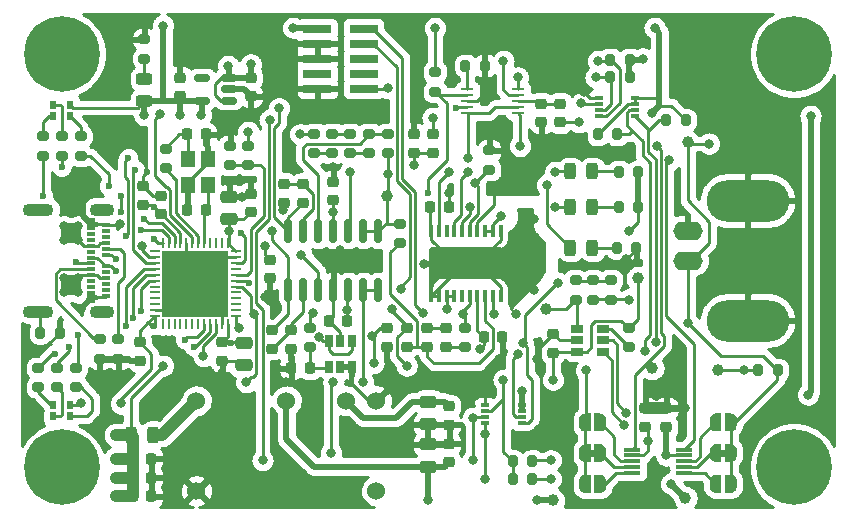
<source format=gbr>
%TF.GenerationSoftware,KiCad,Pcbnew,(5.99.0-7424-ge38b34a4eb)*%
%TF.CreationDate,2020-12-20T18:04:03+03:00*%
%TF.ProjectId,uSMU_v05,75534d55-5f76-4303-952e-6b696361645f,rev?*%
%TF.SameCoordinates,Original*%
%TF.FileFunction,Copper,L1,Top*%
%TF.FilePolarity,Positive*%
%FSLAX46Y46*%
G04 Gerber Fmt 4.6, Leading zero omitted, Abs format (unit mm)*
G04 Created by KiCad (PCBNEW (5.99.0-7424-ge38b34a4eb)) date 2020-12-20 18:04:03*
%MOMM*%
%LPD*%
G01*
G04 APERTURE LIST*
G04 Aperture macros list*
%AMRoundRect*
0 Rectangle with rounded corners*
0 $1 Rounding radius*
0 $2 $3 $4 $5 $6 $7 $8 $9 X,Y pos of 4 corners*
0 Add a 4 corners polygon primitive as box body*
4,1,4,$2,$3,$4,$5,$6,$7,$8,$9,$2,$3,0*
0 Add four circle primitives for the rounded corners*
1,1,$1+$1,$2,$3,0*
1,1,$1+$1,$4,$5,0*
1,1,$1+$1,$6,$7,0*
1,1,$1+$1,$8,$9,0*
0 Add four rect primitives between the rounded corners*
20,1,$1+$1,$2,$3,$4,$5,0*
20,1,$1+$1,$4,$5,$6,$7,0*
20,1,$1+$1,$6,$7,$8,$9,0*
20,1,$1+$1,$8,$9,$2,$3,0*%
G04 Aperture macros list end*
%TA.AperFunction,SMDPad,CuDef*%
%ADD10RoundRect,0.200000X-0.200000X-0.275000X0.200000X-0.275000X0.200000X0.275000X-0.200000X0.275000X0*%
%TD*%
%TA.AperFunction,SMDPad,CuDef*%
%ADD11RoundRect,0.218750X-0.218750X-0.256250X0.218750X-0.256250X0.218750X0.256250X-0.218750X0.256250X0*%
%TD*%
%TA.AperFunction,SMDPad,CuDef*%
%ADD12RoundRect,0.200000X-0.275000X0.200000X-0.275000X-0.200000X0.275000X-0.200000X0.275000X0.200000X0*%
%TD*%
%TA.AperFunction,SMDPad,CuDef*%
%ADD13RoundRect,0.200000X0.275000X-0.200000X0.275000X0.200000X-0.275000X0.200000X-0.275000X-0.200000X0*%
%TD*%
%TA.AperFunction,SMDPad,CuDef*%
%ADD14RoundRect,0.250000X-0.475000X0.250000X-0.475000X-0.250000X0.475000X-0.250000X0.475000X0.250000X0*%
%TD*%
%TA.AperFunction,SMDPad,CuDef*%
%ADD15RoundRect,0.200000X0.200000X0.275000X-0.200000X0.275000X-0.200000X-0.275000X0.200000X-0.275000X0*%
%TD*%
%TA.AperFunction,SMDPad,CuDef*%
%ADD16RoundRect,0.062500X-0.062500X0.375000X-0.062500X-0.375000X0.062500X-0.375000X0.062500X0.375000X0*%
%TD*%
%TA.AperFunction,SMDPad,CuDef*%
%ADD17RoundRect,0.062500X-0.375000X0.062500X-0.375000X-0.062500X0.375000X-0.062500X0.375000X0.062500X0*%
%TD*%
%TA.AperFunction,SMDPad,CuDef*%
%ADD18R,5.600000X5.600000*%
%TD*%
%TA.AperFunction,SMDPad,CuDef*%
%ADD19RoundRect,0.218750X0.256250X-0.218750X0.256250X0.218750X-0.256250X0.218750X-0.256250X-0.218750X0*%
%TD*%
%TA.AperFunction,SMDPad,CuDef*%
%ADD20C,1.000000*%
%TD*%
%TA.AperFunction,SMDPad,CuDef*%
%ADD21RoundRect,0.218750X-0.256250X0.218750X-0.256250X-0.218750X0.256250X-0.218750X0.256250X0.218750X0*%
%TD*%
%TA.AperFunction,SMDPad,CuDef*%
%ADD22R,0.650000X1.060000*%
%TD*%
%TA.AperFunction,SMDPad,CuDef*%
%ADD23R,0.450000X1.050000*%
%TD*%
%TA.AperFunction,SMDPad,CuDef*%
%ADD24R,6.000000X2.700000*%
%TD*%
%TA.AperFunction,SMDPad,CuDef*%
%ADD25R,0.600000X0.700000*%
%TD*%
%TA.AperFunction,SMDPad,CuDef*%
%ADD26R,1.400000X0.300000*%
%TD*%
%TA.AperFunction,SMDPad,CuDef*%
%ADD27RoundRect,0.225000X0.225000X0.250000X-0.225000X0.250000X-0.225000X-0.250000X0.225000X-0.250000X0*%
%TD*%
%TA.AperFunction,SMDPad,CuDef*%
%ADD28RoundRect,0.243750X-0.456250X0.243750X-0.456250X-0.243750X0.456250X-0.243750X0.456250X0.243750X0*%
%TD*%
%TA.AperFunction,ComponentPad*%
%ADD29C,1.524000*%
%TD*%
%TA.AperFunction,SMDPad,CuDef*%
%ADD30RoundRect,0.150000X-0.150000X0.825000X-0.150000X-0.825000X0.150000X-0.825000X0.150000X0.825000X0*%
%TD*%
%TA.AperFunction,SMDPad,CuDef*%
%ADD31R,1.060000X0.650000*%
%TD*%
%TA.AperFunction,SMDPad,CuDef*%
%ADD32RoundRect,0.225000X-0.225000X-0.250000X0.225000X-0.250000X0.225000X0.250000X-0.225000X0.250000X0*%
%TD*%
%TA.AperFunction,SMDPad,CuDef*%
%ADD33RoundRect,0.225000X0.250000X-0.225000X0.250000X0.225000X-0.250000X0.225000X-0.250000X-0.225000X0*%
%TD*%
%TA.AperFunction,SMDPad,CuDef*%
%ADD34R,1.100000X0.250000*%
%TD*%
%TA.AperFunction,SMDPad,CuDef*%
%ADD35RoundRect,0.243750X0.243750X0.456250X-0.243750X0.456250X-0.243750X-0.456250X0.243750X-0.456250X0*%
%TD*%
%TA.AperFunction,SMDPad,CuDef*%
%ADD36RoundRect,0.243750X-0.243750X-0.456250X0.243750X-0.456250X0.243750X0.456250X-0.243750X0.456250X0*%
%TD*%
%TA.AperFunction,ComponentPad*%
%ADD37O,2.500000X1.600000*%
%TD*%
%TA.AperFunction,ComponentPad*%
%ADD38O,7.000000X3.500000*%
%TD*%
%TA.AperFunction,SMDPad,CuDef*%
%ADD39RoundRect,0.150000X0.512500X0.150000X-0.512500X0.150000X-0.512500X-0.150000X0.512500X-0.150000X0*%
%TD*%
%TA.AperFunction,SMDPad,CuDef*%
%ADD40R,0.800000X0.300000*%
%TD*%
%TA.AperFunction,SMDPad,CuDef*%
%ADD41R,2.400000X0.740000*%
%TD*%
%TA.AperFunction,ComponentPad*%
%ADD42C,0.800000*%
%TD*%
%TA.AperFunction,ComponentPad*%
%ADD43C,6.400000*%
%TD*%
%TA.AperFunction,SMDPad,CuDef*%
%ADD44R,1.200000X1.400000*%
%TD*%
%TA.AperFunction,SMDPad,CuDef*%
%ADD45RoundRect,0.225000X-0.250000X0.225000X-0.250000X-0.225000X0.250000X-0.225000X0.250000X0.225000X0*%
%TD*%
%TA.AperFunction,SMDPad,CuDef*%
%ADD46R,0.700000X0.300000*%
%TD*%
%TA.AperFunction,SMDPad,CuDef*%
%ADD47R,0.700000X1.000000*%
%TD*%
%TA.AperFunction,ComponentPad*%
%ADD48O,2.100000X1.100000*%
%TD*%
%TA.AperFunction,ComponentPad*%
%ADD49O,2.600000X1.100000*%
%TD*%
%TA.AperFunction,SMDPad,CuDef*%
%ADD50RoundRect,0.218750X0.218750X0.256250X-0.218750X0.256250X-0.218750X-0.256250X0.218750X-0.256250X0*%
%TD*%
%TA.AperFunction,SMDPad,CuDef*%
%ADD51RoundRect,0.250000X0.475000X-0.250000X0.475000X0.250000X-0.475000X0.250000X-0.475000X-0.250000X0*%
%TD*%
%TA.AperFunction,ViaPad*%
%ADD52C,0.800000*%
%TD*%
%TA.AperFunction,ViaPad*%
%ADD53C,0.600000*%
%TD*%
%TA.AperFunction,Conductor*%
%ADD54C,0.250000*%
%TD*%
%TA.AperFunction,Conductor*%
%ADD55C,0.500000*%
%TD*%
%TA.AperFunction,Conductor*%
%ADD56C,1.000000*%
%TD*%
%TA.AperFunction,Conductor*%
%ADD57C,0.254000*%
%TD*%
G04 APERTURE END LIST*
%TO.C,JP2*%
G36*
X149200000Y-138100000D02*
G01*
X148700000Y-138100000D01*
X148700000Y-137500000D01*
X149200000Y-137500000D01*
X149200000Y-138100000D01*
G37*
%TO.C,JP5*%
G36*
X160250000Y-138100000D02*
G01*
X159750000Y-138100000D01*
X159750000Y-137500000D01*
X160250000Y-137500000D01*
X160250000Y-138100000D01*
G37*
%TD*%
D10*
%TO.P,R26,1*%
%TO.N,Net-(R26-Pad1)*%
X138175000Y-105000000D03*
%TO.P,R26,2*%
%TO.N,GND*%
X139825000Y-105000000D03*
%TD*%
D11*
%TO.P,C8,1*%
%TO.N,-7V*%
X135212500Y-117000000D03*
%TO.P,C8,2*%
%TO.N,GND*%
X136787500Y-117000000D03*
%TD*%
D12*
%TO.P,R4,1*%
%TO.N,Net-(R17-Pad2)*%
X130000000Y-110775000D03*
%TO.P,R4,2*%
%TO.N,Net-(R16-Pad1)*%
X130000000Y-112425000D03*
%TD*%
D13*
%TO.P,R16,1*%
%TO.N,Net-(R16-Pad1)*%
X128380000Y-112425000D03*
%TO.P,R16,2*%
%TO.N,Net-(R15-Pad1)*%
X128380000Y-110775000D03*
%TD*%
D14*
%TO.P,C30,1*%
%TO.N,+3V3*%
X119400000Y-128450000D03*
%TO.P,C30,2*%
%TO.N,GND*%
X119400000Y-130350000D03*
%TD*%
D15*
%TO.P,R21,1*%
%TO.N,VBUS*%
X152075000Y-104500000D03*
%TO.P,R21,2*%
%TO.N,/ADC_SDA*%
X150425000Y-104500000D03*
%TD*%
%TA.AperFunction,SMDPad,CuDef*%
%TO.P,JP3,1,A*%
%TO.N,Net-(AmpOut1-Pad1)*%
G36*
X148800000Y-141150000D02*
G01*
X148300000Y-141150000D01*
X148300000Y-141145033D01*
X148220059Y-141143568D01*
X148084744Y-141101293D01*
X147966734Y-141022738D01*
X147875514Y-140914219D01*
X147818419Y-140784460D01*
X147800836Y-140650000D01*
X147800000Y-140650000D01*
X147800000Y-140150000D01*
X147800836Y-140150000D01*
X147800037Y-140143891D01*
X147821848Y-140003814D01*
X147882096Y-139875489D01*
X147975940Y-139769231D01*
X148095835Y-139693583D01*
X148232142Y-139654626D01*
X148300000Y-139655041D01*
X148300000Y-139650000D01*
X148800000Y-139650000D01*
X148800000Y-141150000D01*
G37*
%TD.AperFunction*%
%TA.AperFunction,SMDPad,CuDef*%
%TO.P,JP3,2,B*%
%TO.N,Net-(JP3-Pad2)*%
G36*
X149600000Y-139655041D02*
G01*
X149673905Y-139655492D01*
X149809726Y-139696111D01*
X149928688Y-139773218D01*
X150021226Y-139880615D01*
X150079903Y-140009667D01*
X150100000Y-140150000D01*
X150100000Y-140650000D01*
X150099851Y-140662216D01*
X150076331Y-140802017D01*
X150014519Y-140929596D01*
X149919384Y-141034700D01*
X149798574Y-141108877D01*
X149661801Y-141146166D01*
X149600000Y-141145033D01*
X149600000Y-141150000D01*
X149100000Y-141150000D01*
X149100000Y-139650000D01*
X149600000Y-139650000D01*
X149600000Y-139655041D01*
G37*
%TD.AperFunction*%
%TD*%
D16*
%TO.P,U10,1,VBAT*%
%TO.N,+3V3*%
X118050000Y-120012500D03*
%TO.P,U10,2,PC13*%
%TO.N,no_connect_84*%
X117550000Y-120012500D03*
%TO.P,U10,3,PC14*%
%TO.N,no_connect_93*%
X117050000Y-120012500D03*
%TO.P,U10,4,PC15*%
%TO.N,no_connect_98*%
X116550000Y-120012500D03*
%TO.P,U10,5,PF0*%
%TO.N,/HSE_IN*%
X116050000Y-120012500D03*
%TO.P,U10,6,PF1*%
%TO.N,/HSE_OUT*%
X115550000Y-120012500D03*
%TO.P,U10,7,NRST*%
%TO.N,/NRST*%
X115050000Y-120012500D03*
%TO.P,U10,8,VSSA*%
%TO.N,GND*%
X114550000Y-120012500D03*
%TO.P,U10,9,VDDA*%
%TO.N,+3V3*%
X114050000Y-120012500D03*
%TO.P,U10,10,PA0*%
%TO.N,/TIM2_CH1*%
X113550000Y-120012500D03*
%TO.P,U10,11,PA1*%
%TO.N,/TIM2_CH2*%
X113050000Y-120012500D03*
%TO.P,U10,12,PA2*%
%TO.N,/TIM2_CH3*%
X112550000Y-120012500D03*
D17*
%TO.P,U10,13,PA3*%
%TO.N,no_connect_82*%
X111862500Y-120700000D03*
%TO.P,U10,14,PA4*%
%TO.N,/I_DAC*%
X111862500Y-121200000D03*
%TO.P,U10,15,PA5*%
%TO.N,/AMP_EN*%
X111862500Y-121700000D03*
%TO.P,U10,16,PA6*%
%TO.N,/TIM3_CH1*%
X111862500Y-122200000D03*
%TO.P,U10,17,PA7*%
%TO.N,/TIM3_CH2*%
X111862500Y-122700000D03*
%TO.P,U10,18,PB0*%
%TO.N,/TIM3_CH3*%
X111862500Y-123200000D03*
%TO.P,U10,19,PB1*%
%TO.N,no_connect_83*%
X111862500Y-123700000D03*
%TO.P,U10,20,PB2*%
%TO.N,no_connect_85*%
X111862500Y-124200000D03*
%TO.P,U10,21,PB10*%
%TO.N,no_connect_86*%
X111862500Y-124700000D03*
%TO.P,U10,22,PB11*%
%TO.N,no_connect_87*%
X111862500Y-125200000D03*
%TO.P,U10,23,VSS*%
%TO.N,GND*%
X111862500Y-125700000D03*
%TO.P,U10,24,VDD*%
%TO.N,+3V3*%
X111862500Y-126200000D03*
D16*
%TO.P,U10,25,PB12*%
%TO.N,no_connect_88*%
X112550000Y-126887500D03*
%TO.P,U10,26,PB13*%
%TO.N,no_connect_89*%
X113050000Y-126887500D03*
%TO.P,U10,27,PB14*%
%TO.N,no_connect_90*%
X113550000Y-126887500D03*
%TO.P,U10,28,PB15*%
%TO.N,no_connect_91*%
X114050000Y-126887500D03*
%TO.P,U10,29,PA8*%
%TO.N,no_connect_92*%
X114550000Y-126887500D03*
%TO.P,U10,30,PA9*%
%TO.N,no_connect_94*%
X115050000Y-126887500D03*
%TO.P,U10,31,PA10*%
%TO.N,no_connect_95*%
X115550000Y-126887500D03*
%TO.P,U10,32,PA11*%
%TO.N,/USB_D-*%
X116050000Y-126887500D03*
%TO.P,U10,33,PA12*%
%TO.N,/USB_D+*%
X116550000Y-126887500D03*
%TO.P,U10,34,PA13*%
%TO.N,/SWDIO*%
X117050000Y-126887500D03*
%TO.P,U10,35,VSS*%
%TO.N,GND*%
X117550000Y-126887500D03*
%TO.P,U10,36,VDDIO2*%
%TO.N,+3V3*%
X118050000Y-126887500D03*
D17*
%TO.P,U10,37,PA14*%
%TO.N,/SWCLK*%
X118737500Y-126200000D03*
%TO.P,U10,38,PA15*%
%TO.N,no_connect_96*%
X118737500Y-125700000D03*
%TO.P,U10,39,PB3*%
%TO.N,no_connect_97*%
X118737500Y-125200000D03*
%TO.P,U10,40,PB4*%
%TO.N,no_connect_99*%
X118737500Y-124700000D03*
%TO.P,U10,41,PB5*%
%TO.N,no_connect_100*%
X118737500Y-124200000D03*
%TO.P,U10,42,PB6*%
%TO.N,/SCL*%
X118737500Y-123700000D03*
%TO.P,U10,43,PB7*%
%TO.N,/SDA*%
X118737500Y-123200000D03*
%TO.P,U10,44,BOOT0*%
%TO.N,Net-(R42-Pad2)*%
X118737500Y-122700000D03*
%TO.P,U10,45,PB8*%
%TO.N,no_connect_101*%
X118737500Y-122200000D03*
%TO.P,U10,46,PB9*%
%TO.N,/ADC_ALERT*%
X118737500Y-121700000D03*
%TO.P,U10,47,VSS*%
%TO.N,GND*%
X118737500Y-121200000D03*
%TO.P,U10,48,VDD*%
%TO.N,+3V3*%
X118737500Y-120700000D03*
D18*
%TO.P,U10,49,VSS*%
%TO.N,GND*%
X115300000Y-123450000D03*
%TD*%
D13*
%TO.P,R8,1*%
%TO.N,Net-(R8-Pad1)*%
X147500000Y-124825000D03*
%TO.P,R8,2*%
%TO.N,Net-(R7-Pad1)*%
X147500000Y-123175000D03*
%TD*%
D19*
%TO.P,C13,1*%
%TO.N,GND*%
X144600000Y-109787500D03*
%TO.P,C13,2*%
%TO.N,Net-(C13-Pad2)*%
X144600000Y-108212500D03*
%TD*%
D15*
%TO.P,R19,1*%
%TO.N,Net-(J1-Pad1)*%
X164625000Y-130800000D03*
%TO.P,R19,2*%
%TO.N,Net-(AmpOut1-Pad1)*%
X162975000Y-130800000D03*
%TD*%
D20*
%TO.P,Isense1,1,1*%
%TO.N,Net-(Isense1-Pad1)*%
X154000000Y-130600000D03*
%TD*%
%TA.AperFunction,SMDPad,CuDef*%
%TO.P,JP1,1,A*%
%TO.N,Net-(AmpOut1-Pad1)*%
G36*
X148800000Y-135950000D02*
G01*
X148300000Y-135950000D01*
X148300000Y-135945033D01*
X148220059Y-135943568D01*
X148084744Y-135901293D01*
X147966734Y-135822738D01*
X147875514Y-135714219D01*
X147818419Y-135584460D01*
X147800836Y-135450000D01*
X147800000Y-135450000D01*
X147800000Y-134950000D01*
X147800836Y-134950000D01*
X147800037Y-134943891D01*
X147821848Y-134803814D01*
X147882096Y-134675489D01*
X147975940Y-134569231D01*
X148095835Y-134493583D01*
X148232142Y-134454626D01*
X148300000Y-134455041D01*
X148300000Y-134450000D01*
X148800000Y-134450000D01*
X148800000Y-135950000D01*
G37*
%TD.AperFunction*%
%TA.AperFunction,SMDPad,CuDef*%
%TO.P,JP1,2,B*%
%TO.N,Net-(JP1-Pad2)*%
G36*
X149600000Y-134455041D02*
G01*
X149673905Y-134455492D01*
X149809726Y-134496111D01*
X149928688Y-134573218D01*
X150021226Y-134680615D01*
X150079903Y-134809667D01*
X150100000Y-134950000D01*
X150100000Y-135450000D01*
X150099851Y-135462216D01*
X150076331Y-135602017D01*
X150014519Y-135729596D01*
X149919384Y-135834700D01*
X149798574Y-135908877D01*
X149661801Y-135946166D01*
X149600000Y-135945033D01*
X149600000Y-135950000D01*
X149100000Y-135950000D01*
X149100000Y-134450000D01*
X149600000Y-134450000D01*
X149600000Y-134455041D01*
G37*
%TD.AperFunction*%
%TD*%
D13*
%TO.P,R46,1*%
%TO.N,/TIM2_CH3*%
X104000000Y-112625000D03*
%TO.P,R46,2*%
%TO.N,Net-(D4-Pad1)*%
X104000000Y-110975000D03*
%TD*%
D21*
%TO.P,R32,1*%
%TO.N,Net-(R29-Pad2)*%
X136550000Y-127212500D03*
%TO.P,R32,2*%
%TO.N,Net-(R18-Pad1)*%
X136550000Y-128787500D03*
%TD*%
D13*
%TO.P,R44,1*%
%TO.N,/TIM2_CH1*%
X105600000Y-112625000D03*
%TO.P,R44,2*%
%TO.N,Net-(D4-Pad4)*%
X105600000Y-110975000D03*
%TD*%
D22*
%TO.P,U2,1,OUT*%
%TO.N,Net-(C5-Pad1)*%
X126650000Y-130500000D03*
%TO.P,U2,2,GND*%
%TO.N,GND*%
X127600000Y-130500000D03*
%TO.P,U2,3,GND*%
X128550000Y-130500000D03*
%TO.P,U2,4,/SHDN*%
%TO.N,VBUS*%
X128550000Y-128300000D03*
%TO.P,U2,5,GND*%
%TO.N,GND*%
X127600000Y-128300000D03*
%TO.P,U2,6,VDD*%
%TO.N,VBUS*%
X126650000Y-128300000D03*
%TD*%
D20*
%TO.P,TP3,1,1*%
%TO.N,/2.048V_REF*%
X131500000Y-116000000D03*
%TD*%
D21*
%TO.P,R31,1*%
%TO.N,GND*%
X136800000Y-137012500D03*
%TO.P,R31,2*%
%TO.N,-7V*%
X136800000Y-138587500D03*
%TD*%
D12*
%TO.P,R7,1*%
%TO.N,Net-(R7-Pad1)*%
X150500000Y-123175000D03*
%TO.P,R7,2*%
%TO.N,Net-(R7-Pad2)*%
X150500000Y-124825000D03*
%TD*%
D23*
%TO.P,U5,1,VEE*%
%TO.N,-7V*%
X135300000Y-124500000D03*
%TO.P,U5,2,V-*%
X135950000Y-124500000D03*
%TO.P,U5,3,OUT*%
%TO.N,Net-(AmpOut1-Pad1)*%
X136600000Y-124500000D03*
%TO.P,U5,4,SENSE+*%
X137250000Y-124500000D03*
%TO.P,U5,5,FILTER*%
%TO.N,no_connect_103*%
X137900000Y-124500000D03*
%TO.P,U5,6,SENSE-*%
%TO.N,Net-(J1-Pad1)*%
X138550000Y-124500000D03*
%TO.P,U5,7,VCC*%
%TO.N,+7V*%
X139200000Y-124500000D03*
%TO.P,U5,8,IN-*%
%TO.N,Net-(C7-Pad2)*%
X139850000Y-124500000D03*
%TO.P,U5,9,IN+*%
%TO.N,Net-(R7-Pad2)*%
X140500000Y-124500000D03*
%TO.P,U5,10,VEE*%
%TO.N,-7V*%
X141150000Y-124500000D03*
%TO.P,U5,11,VEE*%
X141150000Y-119000000D03*
%TO.P,U5,12,VCsink*%
%TO.N,/I_LIM*%
X140500000Y-119000000D03*
%TO.P,U5,13,VCsrc*%
X139850000Y-119000000D03*
%TO.P,U5,14,COM*%
%TO.N,GND*%
X139200000Y-119000000D03*
%TO.P,U5,15,EN*%
%TO.N,/AMP_EN*%
X138550000Y-119000000D03*
%TO.P,U5,16,/ISRC*%
%TO.N,Net-(D2-Pad1)*%
X137900000Y-119000000D03*
%TO.P,U5,17,/ISINK*%
%TO.N,Net-(D1-Pad1)*%
X137250000Y-119000000D03*
%TO.P,U5,18,TSD*%
%TO.N,no_connect_102*%
X136600000Y-119000000D03*
%TO.P,U5,19,V+*%
%TO.N,+7V*%
X135950000Y-119000000D03*
%TO.P,U5,20,VEE*%
%TO.N,-7V*%
X135300000Y-119000000D03*
D24*
%TO.P,U5,21,VEE*%
X138225000Y-121750000D03*
%TD*%
D20*
%TO.P,TP6,1,1*%
%TO.N,Net-(J1-Pad1)*%
X157000000Y-111500000D03*
%TD*%
D25*
%TO.P,D5,1,BK*%
%TO.N,Net-(D5-Pad1)*%
X103300000Y-133700000D03*
%TO.P,D5,2,A*%
%TO.N,+3V3*%
X104700000Y-133700000D03*
%TO.P,D5,3,GK*%
%TO.N,Net-(D5-Pad3)*%
X103300000Y-134700000D03*
%TO.P,D5,4,RK*%
%TO.N,Net-(D5-Pad4)*%
X104700000Y-134700000D03*
%TD*%
D20*
%TO.P,TP4,1,1*%
%TO.N,Net-(R8-Pad1)*%
X145000000Y-125600000D03*
%TD*%
D26*
%TO.P,U7,1,P1*%
%TO.N,Net-(JP4-Pad2)*%
X156700000Y-139500000D03*
%TO.P,U7,2,P3*%
%TO.N,Net-(JP5-Pad2)*%
X156700000Y-139000000D03*
%TO.P,U7,3,P9*%
%TO.N,Net-(JP6-Pad2)*%
X156700000Y-138500000D03*
%TO.P,U7,4,VEE*%
%TO.N,-7V*%
X156700000Y-138000000D03*
%TO.P,U7,5,REF*%
%TO.N,/2.048V_REF*%
X156700000Y-137500000D03*
%TO.P,U7,6,OUT*%
%TO.N,Net-(Isense1-Pad1)*%
X152300000Y-137500000D03*
%TO.P,U7,7,VCC*%
%TO.N,+7V*%
X152300000Y-138000000D03*
%TO.P,U7,8,M9*%
%TO.N,Net-(JP1-Pad2)*%
X152300000Y-138500000D03*
%TO.P,U7,9,M3*%
%TO.N,Net-(JP2-Pad2)*%
X152300000Y-139000000D03*
%TO.P,U7,10,M1*%
%TO.N,Net-(JP3-Pad2)*%
X152300000Y-139500000D03*
%TD*%
D27*
%TO.P,C16,1*%
%TO.N,Net-(C16-Pad1)*%
X128175000Y-126600000D03*
%TO.P,C16,2*%
%TO.N,GND*%
X126625000Y-126600000D03*
%TD*%
%TO.P,C22,1*%
%TO.N,/HSE_IN*%
X116175000Y-117200000D03*
%TO.P,C22,2*%
%TO.N,GND*%
X114625000Y-117200000D03*
%TD*%
D21*
%TO.P,R1,1*%
%TO.N,/+4V096*%
X135400000Y-110812500D03*
%TO.P,R1,2*%
%TO.N,Net-(R1-Pad2)*%
X135400000Y-112387500D03*
%TD*%
D28*
%TO.P,D3,1,K*%
%TO.N,Net-(D3-Pad1)*%
X111000000Y-106125000D03*
%TO.P,D3,2,A*%
%TO.N,+3V3*%
X111000000Y-108000000D03*
%TD*%
D13*
%TO.P,R45,1*%
%TO.N,/TIM2_CH2*%
X102400000Y-112625000D03*
%TO.P,R45,2*%
%TO.N,Net-(D4-Pad3)*%
X102400000Y-110975000D03*
%TD*%
D29*
%TO.P,U3,1,GND*%
%TO.N,GND*%
X115400000Y-141000000D03*
%TO.P,U3,7*%
%TO.N,N/C*%
X130640000Y-141000000D03*
%TO.P,U3,8,0V*%
%TO.N,GND*%
X130640000Y-133380000D03*
%TO.P,U3,9,+VO*%
%TO.N,+7V*%
X128100000Y-133380000D03*
%TO.P,U3,11,-VO*%
%TO.N,-7V*%
X123020000Y-133380000D03*
%TO.P,U3,14,VIN*%
%TO.N,Net-(L1-Pad2)*%
X115400000Y-133380000D03*
%TD*%
D12*
%TO.P,R48,1*%
%TO.N,/TIM3_CH2*%
X103600000Y-130575000D03*
%TO.P,R48,2*%
%TO.N,Net-(D5-Pad3)*%
X103600000Y-132225000D03*
%TD*%
D30*
%TO.P,U1,1*%
%TO.N,/2.048V_REF*%
X130810000Y-119025000D03*
%TO.P,U1,2,-*%
X129540000Y-119025000D03*
%TO.P,U1,3,+*%
%TO.N,Net-(R1-Pad2)*%
X128270000Y-119025000D03*
%TO.P,U1,4,V+*%
%TO.N,+7V*%
X127000000Y-119025000D03*
%TO.P,U1,5,+*%
%TO.N,Net-(R17-Pad2)*%
X125730000Y-119025000D03*
%TO.P,U1,6,-*%
%TO.N,Net-(R28-Pad1)*%
X124460000Y-119025000D03*
%TO.P,U1,7*%
%TO.N,Net-(R33-Pad1)*%
X123190000Y-119025000D03*
%TO.P,U1,8*%
%TO.N,/I_LIM*%
X123190000Y-123975000D03*
%TO.P,U1,9,-*%
%TO.N,Net-(R38-Pad2)*%
X124460000Y-123975000D03*
%TO.P,U1,10,+*%
%TO.N,/I_DAC*%
X125730000Y-123975000D03*
%TO.P,U1,11,V-*%
%TO.N,GND*%
X127000000Y-123975000D03*
%TO.P,U1,12,+*%
%TO.N,Net-(C16-Pad1)*%
X128270000Y-123975000D03*
%TO.P,U1,13,-*%
%TO.N,/+4V096*%
X129540000Y-123975000D03*
%TO.P,U1,14*%
X130810000Y-123975000D03*
%TD*%
D19*
%TO.P,FB1,1*%
%TO.N,VBUS*%
X146200000Y-109787500D03*
%TO.P,FB1,2*%
%TO.N,Net-(C13-Pad2)*%
X146200000Y-108212500D03*
%TD*%
D12*
%TO.P,R47,1*%
%TO.N,/TIM3_CH1*%
X105200000Y-130575000D03*
%TO.P,R47,2*%
%TO.N,Net-(D5-Pad4)*%
X105200000Y-132225000D03*
%TD*%
D21*
%TO.P,C12,1*%
%TO.N,GND*%
X127000000Y-114812500D03*
%TO.P,C12,2*%
%TO.N,+7V*%
X127000000Y-116387500D03*
%TD*%
D31*
%TO.P,U4,1,VOUT*%
%TO.N,Net-(R8-Pad1)*%
X147652500Y-127310000D03*
%TO.P,U4,2,VSS*%
%TO.N,GND*%
X147652500Y-128260000D03*
%TO.P,U4,3,VDD*%
%TO.N,/+4V096*%
X147652500Y-129210000D03*
%TO.P,U4,4,SDA*%
%TO.N,/DAC_SDA*%
X149852500Y-129210000D03*
%TO.P,U4,5,SCL*%
%TO.N,/DAC_SCL*%
X149852500Y-128260000D03*
%TO.P,U4,6,A0*%
%TO.N,Net-(R5-Pad2)*%
X149852500Y-127310000D03*
%TD*%
D12*
%TO.P,R42,1*%
%TO.N,+3V3*%
X119800000Y-111775000D03*
%TO.P,R42,2*%
%TO.N,Net-(R42-Pad2)*%
X119800000Y-113425000D03*
%TD*%
D32*
%TO.P,C23,1*%
%TO.N,Net-(C23-Pad1)*%
X114625000Y-110800000D03*
%TO.P,C23,2*%
%TO.N,GND*%
X116175000Y-110800000D03*
%TD*%
D13*
%TO.P,R14,1*%
%TO.N,Net-(R14-Pad1)*%
X125380000Y-112425000D03*
%TO.P,R14,2*%
%TO.N,Net-(J1-Pad1)*%
X125380000Y-110775000D03*
%TD*%
D10*
%TO.P,R24,1*%
%TO.N,/+4V096*%
X142175000Y-138500000D03*
%TO.P,R24,2*%
%TO.N,/DAC_SCL*%
X143825000Y-138500000D03*
%TD*%
D19*
%TO.P,R2,1*%
%TO.N,Net-(R1-Pad2)*%
X133800000Y-112387500D03*
%TO.P,R2,2*%
%TO.N,GND*%
X133800000Y-110812500D03*
%TD*%
D14*
%TO.P,C15,1*%
%TO.N,GND*%
X135000000Y-137050000D03*
%TO.P,C15,2*%
%TO.N,-7V*%
X135000000Y-138950000D03*
%TD*%
D12*
%TO.P,R13,1*%
%TO.N,Net-(J2-PadB5)*%
X107200000Y-128175000D03*
%TO.P,R13,2*%
%TO.N,GND*%
X107200000Y-129825000D03*
%TD*%
%TO.P,R49,1*%
%TO.N,/TIM3_CH3*%
X102000000Y-130575000D03*
%TO.P,R49,2*%
%TO.N,Net-(D5-Pad1)*%
X102000000Y-132225000D03*
%TD*%
D33*
%TO.P,C25,1*%
%TO.N,+3V3*%
X120000000Y-117375000D03*
%TO.P,C25,2*%
%TO.N,GND*%
X120000000Y-115825000D03*
%TD*%
%TO.P,C18,1*%
%TO.N,+3V3*%
X114000000Y-107575000D03*
%TO.P,C18,2*%
%TO.N,GND*%
X114000000Y-106025000D03*
%TD*%
%TA.AperFunction,SMDPad,CuDef*%
%TO.P,JP6,1,A*%
%TO.N,Net-(J1-Pad1)*%
G36*
X160150001Y-134450000D02*
G01*
X160650000Y-134450000D01*
X160650000Y-134454967D01*
X160729941Y-134456432D01*
X160865256Y-134498707D01*
X160983266Y-134577262D01*
X161074486Y-134685782D01*
X161131581Y-134815541D01*
X161149164Y-134950001D01*
X161150000Y-134950001D01*
X161149999Y-135450000D01*
X161149163Y-135450000D01*
X161149962Y-135456109D01*
X161128151Y-135596186D01*
X161067903Y-135724511D01*
X160974059Y-135830769D01*
X160854164Y-135906417D01*
X160717857Y-135945374D01*
X160650000Y-135944959D01*
X160650000Y-135950000D01*
X160150000Y-135949999D01*
X160150001Y-134450000D01*
G37*
%TD.AperFunction*%
%TA.AperFunction,SMDPad,CuDef*%
%TO.P,JP6,2,B*%
%TO.N,Net-(JP6-Pad2)*%
G36*
X159350000Y-135944959D02*
G01*
X159276095Y-135944508D01*
X159140274Y-135903889D01*
X159021312Y-135826782D01*
X158928774Y-135719384D01*
X158870097Y-135590332D01*
X158850000Y-135449999D01*
X158850001Y-134950000D01*
X158850150Y-134937784D01*
X158873670Y-134797983D01*
X158935482Y-134670404D01*
X159030617Y-134565300D01*
X159151427Y-134491123D01*
X159288200Y-134453834D01*
X159350000Y-134454967D01*
X159350000Y-134450000D01*
X159850000Y-134450001D01*
X159849999Y-135950000D01*
X159350000Y-135950000D01*
X159350000Y-135944959D01*
G37*
%TD.AperFunction*%
%TD*%
D10*
%TO.P,R22,1*%
%TO.N,Net-(D1-Pad2)*%
X151175000Y-114000000D03*
%TO.P,R22,2*%
%TO.N,+7V*%
X152825000Y-114000000D03*
%TD*%
D34*
%TO.P,U9,1,ADDR*%
%TO.N,Net-(R26-Pad1)*%
X138350000Y-107000000D03*
%TO.P,U9,2,ALERT/RDY*%
%TO.N,/ADC_ALERT*%
X138350000Y-107500000D03*
%TO.P,U9,3,GND*%
%TO.N,GND*%
X138350000Y-108000000D03*
%TO.P,U9,4,AIN0*%
%TO.N,Net-(R33-Pad1)*%
X138350000Y-108500000D03*
%TO.P,U9,5,AIN1*%
%TO.N,/2.048V_REF*%
X138350000Y-109000000D03*
%TO.P,U9,6,AIN2*%
%TO.N,Net-(Isense1-Pad1)*%
X142650000Y-109000000D03*
%TO.P,U9,7,AIN3*%
%TO.N,/2.048V_REF*%
X142650000Y-108500000D03*
%TO.P,U9,8,VDD*%
%TO.N,Net-(C13-Pad2)*%
X142650000Y-108000000D03*
%TO.P,U9,9,SDA*%
%TO.N,/ADC_SDA*%
X142650000Y-107500000D03*
%TO.P,U9,10,SCL*%
%TO.N,/ADC_SCL*%
X142650000Y-107000000D03*
%TD*%
D12*
%TO.P,R34,1*%
%TO.N,GND*%
X140200000Y-112175000D03*
%TO.P,R34,2*%
%TO.N,/AMP_EN*%
X140200000Y-113825000D03*
%TD*%
D35*
%TO.P,SMU ON1,1,K*%
%TO.N,Net-(R37-Pad1)*%
X148937500Y-120400000D03*
%TO.P,SMU ON1,2,A*%
%TO.N,/AMP_EN*%
X147062500Y-120400000D03*
%TD*%
D19*
%TO.P,R39,1*%
%TO.N,GND*%
X121600000Y-122987500D03*
%TO.P,R39,2*%
%TO.N,/I_DAC*%
X121600000Y-121412500D03*
%TD*%
D10*
%TO.P,R37,1*%
%TO.N,Net-(R37-Pad1)*%
X150975000Y-120400000D03*
%TO.P,R37,2*%
%TO.N,GND*%
X152625000Y-120400000D03*
%TD*%
D36*
%TO.P,L1,1,1*%
%TO.N,VBUS*%
X109850000Y-136275000D03*
%TO.P,L1,2,2*%
%TO.N,Net-(L1-Pad2)*%
X111725000Y-136275000D03*
%TD*%
D15*
%TO.P,R20,1*%
%TO.N,VBUS*%
X152075000Y-106000000D03*
%TO.P,R20,2*%
%TO.N,/ADC_SCL*%
X150425000Y-106000000D03*
%TD*%
D21*
%TO.P,C9,1*%
%TO.N,GND*%
X153400000Y-134012500D03*
%TO.P,C9,2*%
%TO.N,+7V*%
X153400000Y-135587500D03*
%TD*%
%TA.AperFunction,SMDPad,CuDef*%
%TO.P,JP2,1,A*%
%TO.N,Net-(AmpOut1-Pad1)*%
G36*
X148800000Y-138550000D02*
G01*
X148300000Y-138550000D01*
X148300000Y-138545033D01*
X148220059Y-138543568D01*
X148084744Y-138501293D01*
X147966734Y-138422738D01*
X147875514Y-138314219D01*
X147818419Y-138184460D01*
X147800836Y-138050000D01*
X147800000Y-138050000D01*
X147800000Y-137550000D01*
X147800836Y-137550000D01*
X147800037Y-137543891D01*
X147821848Y-137403814D01*
X147882096Y-137275489D01*
X147975940Y-137169231D01*
X148095835Y-137093583D01*
X148232142Y-137054626D01*
X148300000Y-137055041D01*
X148300000Y-137050000D01*
X148800000Y-137050000D01*
X148800000Y-138550000D01*
G37*
%TD.AperFunction*%
%TA.AperFunction,SMDPad,CuDef*%
%TO.P,JP2,2,B*%
%TO.N,Net-(JP2-Pad2)*%
G36*
X149600000Y-137055041D02*
G01*
X149673905Y-137055492D01*
X149809726Y-137096111D01*
X149928688Y-137173218D01*
X150021226Y-137280615D01*
X150079903Y-137409667D01*
X150100000Y-137550000D01*
X150100000Y-138050000D01*
X150099851Y-138062216D01*
X150076331Y-138202017D01*
X150014519Y-138329596D01*
X149919384Y-138434700D01*
X149798574Y-138508877D01*
X149661801Y-138546166D01*
X149600000Y-138545033D01*
X149600000Y-138550000D01*
X149100000Y-138550000D01*
X149100000Y-137050000D01*
X149600000Y-137050000D01*
X149600000Y-137055041D01*
G37*
%TD.AperFunction*%
%TD*%
D14*
%TO.P,C14,1*%
%TO.N,+7V*%
X135000000Y-133450000D03*
%TO.P,C14,2*%
%TO.N,GND*%
X135000000Y-135350000D03*
%TD*%
D12*
%TO.P,R41,1*%
%TO.N,+3V3*%
X135600000Y-105550000D03*
%TO.P,R41,2*%
%TO.N,/ADC_ALERT*%
X135600000Y-107200000D03*
%TD*%
D21*
%TO.P,C10,1*%
%TO.N,GND*%
X155200000Y-134012500D03*
%TO.P,C10,2*%
%TO.N,-7V*%
X155200000Y-135587500D03*
%TD*%
D37*
%TO.P,J1,1,In*%
%TO.N,Net-(J1-Pad1)*%
X157000000Y-121500000D03*
D38*
%TO.P,J1,2,Ext*%
%TO.N,GND*%
X162080000Y-116420000D03*
D37*
X157000000Y-118960000D03*
D38*
X162080000Y-126580000D03*
%TD*%
D39*
%TO.P,U6,1,IN*%
%TO.N,VBUS*%
X118137500Y-107950000D03*
%TO.P,U6,2,GND*%
%TO.N,GND*%
X118137500Y-107000000D03*
%TO.P,U6,3,EN*%
%TO.N,VBUS*%
X118137500Y-106050000D03*
%TO.P,U6,4,NC*%
%TO.N,no_connect_104*%
X115862500Y-106050000D03*
%TO.P,U6,5,OUT*%
%TO.N,+3V3*%
X115862500Y-107950000D03*
%TD*%
D40*
%TO.P,U8,1,GND*%
%TO.N,GND*%
X149450000Y-107750000D03*
%TO.P,U8,2,VREF1*%
%TO.N,VBUS*%
X149450000Y-108250000D03*
%TO.P,U8,3,SCL1*%
%TO.N,/ADC_SCL*%
X149450000Y-108750000D03*
%TO.P,U8,4,SDA1*%
%TO.N,/ADC_SDA*%
X149450000Y-109250000D03*
%TO.P,U8,5,SDA2*%
%TO.N,/SDA*%
X152550000Y-109250000D03*
%TO.P,U8,6,SCL2*%
%TO.N,/SCL*%
X152550000Y-108750000D03*
%TO.P,U8,7,VREF2*%
%TO.N,+3V3*%
X152550000Y-108250000D03*
%TO.P,U8,8,EN*%
X152550000Y-107750000D03*
%TD*%
D10*
%TO.P,R27,1*%
%TO.N,Net-(J2-PadS1)*%
X102175000Y-127600000D03*
%TO.P,R27,2*%
%TO.N,GND*%
X103825000Y-127600000D03*
%TD*%
D19*
%TO.P,C4,1*%
%TO.N,/+4V096*%
X145600000Y-129287500D03*
%TO.P,C4,2*%
%TO.N,GND*%
X145600000Y-127712500D03*
%TD*%
D41*
%TO.P,J3,1,Pin_1*%
%TO.N,+3V3*%
X125650000Y-101860000D03*
%TO.P,J3,2,Pin_2*%
%TO.N,/SWDIO*%
X129550000Y-101860000D03*
%TO.P,J3,3,Pin_3*%
%TO.N,GND*%
X125650000Y-103130000D03*
%TO.P,J3,4,Pin_4*%
%TO.N,/SWCLK*%
X129550000Y-103130000D03*
%TO.P,J3,5,Pin_5*%
%TO.N,GND*%
X125650000Y-104400000D03*
%TO.P,J3,6,Pin_6*%
%TO.N,no_connect_79*%
X129550000Y-104400000D03*
%TO.P,J3,7,Pin_7*%
%TO.N,no_connect_80*%
X125650000Y-105670000D03*
%TO.P,J3,8,Pin_8*%
%TO.N,no_connect_81*%
X129550000Y-105670000D03*
%TO.P,J3,9,Pin_9*%
%TO.N,GND*%
X125650000Y-106940000D03*
%TO.P,J3,10,Pin_10*%
%TO.N,/NRST*%
X129550000Y-106940000D03*
%TD*%
D20*
%TO.P,AmpOut1,1,1*%
%TO.N,Net-(AmpOut1-Pad1)*%
X159600000Y-130800000D03*
%TD*%
D13*
%TO.P,R10,1*%
%TO.N,Net-(D3-Pad1)*%
X111000000Y-104425000D03*
%TO.P,R10,2*%
%TO.N,GND*%
X111000000Y-102775000D03*
%TD*%
D42*
%TO.P,H1,1*%
%TO.N,N/C*%
X166000000Y-136600000D03*
X167697056Y-140697056D03*
X168400000Y-139000000D03*
X164302944Y-140697056D03*
D43*
X166000000Y-139000000D03*
D42*
X164302944Y-137302944D03*
X163600000Y-139000000D03*
X166000000Y-141400000D03*
X167697056Y-137302944D03*
%TD*%
D44*
%TO.P,Y1,1,1*%
%TO.N,/HSE_IN*%
X116350000Y-115100000D03*
%TO.P,Y1,2,2*%
%TO.N,GND*%
X116350000Y-112900000D03*
%TO.P,Y1,3,3*%
%TO.N,Net-(C23-Pad1)*%
X114650000Y-112900000D03*
%TO.P,Y1,4,4*%
%TO.N,GND*%
X114650000Y-115100000D03*
%TD*%
D21*
%TO.P,C2,1*%
%TO.N,VBUS*%
X131500000Y-127212500D03*
%TO.P,C2,2*%
%TO.N,GND*%
X131500000Y-128787500D03*
%TD*%
%TO.P,R28,1*%
%TO.N,Net-(R28-Pad1)*%
X122800000Y-115012500D03*
%TO.P,R28,2*%
%TO.N,GND*%
X122800000Y-116587500D03*
%TD*%
D10*
%TO.P,R35,1*%
%TO.N,+3V3*%
X149375000Y-110800000D03*
%TO.P,R35,2*%
%TO.N,/SCL*%
X151025000Y-110800000D03*
%TD*%
D13*
%TO.P,R17,1*%
%TO.N,/2.048V_REF*%
X131600000Y-112425000D03*
%TO.P,R17,2*%
%TO.N,Net-(R17-Pad2)*%
X131600000Y-110775000D03*
%TD*%
D20*
%TO.P,TP1,1,1*%
%TO.N,/+4V096*%
X152800000Y-123000000D03*
%TD*%
D12*
%TO.P,R5,1*%
%TO.N,/+4V096*%
X152000000Y-127175000D03*
%TO.P,R5,2*%
%TO.N,Net-(R5-Pad2)*%
X152000000Y-128825000D03*
%TD*%
D21*
%TO.P,C7,1*%
%TO.N,Net-(AmpOut1-Pad1)*%
X133200000Y-127212500D03*
%TO.P,C7,2*%
%TO.N,Net-(C7-Pad2)*%
X133200000Y-128787500D03*
%TD*%
D19*
%TO.P,R33,1*%
%TO.N,Net-(R33-Pad1)*%
X124400000Y-116587500D03*
%TO.P,R33,2*%
%TO.N,Net-(R28-Pad1)*%
X124400000Y-115012500D03*
%TD*%
D11*
%TO.P,C11,1*%
%TO.N,+7V*%
X139712500Y-128000000D03*
%TO.P,C11,2*%
%TO.N,GND*%
X141287500Y-128000000D03*
%TD*%
D13*
%TO.P,R11,1*%
%TO.N,/HSE_OUT*%
X112800000Y-113675000D03*
%TO.P,R11,2*%
%TO.N,Net-(C23-Pad1)*%
X112800000Y-112025000D03*
%TD*%
D45*
%TO.P,C24,1*%
%TO.N,+3V3*%
X110600000Y-128425000D03*
%TO.P,C24,2*%
%TO.N,GND*%
X110600000Y-129975000D03*
%TD*%
D11*
%TO.P,C3,1*%
%TO.N,VBUS*%
X110000000Y-139875000D03*
%TO.P,C3,2*%
%TO.N,GND*%
X111575000Y-139875000D03*
%TD*%
D19*
%TO.P,R29,1*%
%TO.N,Net-(C7-Pad2)*%
X134950000Y-128787500D03*
%TO.P,R29,2*%
%TO.N,Net-(R29-Pad2)*%
X134950000Y-127212500D03*
%TD*%
D36*
%TO.P,D1,1,K*%
%TO.N,Net-(D1-Pad1)*%
X147062500Y-113960000D03*
%TO.P,D1,2,A*%
%TO.N,Net-(D1-Pad2)*%
X148937500Y-113960000D03*
%TD*%
D11*
%TO.P,C1,1*%
%TO.N,VBUS*%
X110000000Y-138275000D03*
%TO.P,C1,2*%
%TO.N,GND*%
X111575000Y-138275000D03*
%TD*%
D42*
%TO.P,H4,1*%
%TO.N,N/C*%
X104000000Y-106400000D03*
X101600000Y-104000000D03*
X105697056Y-105697056D03*
X106400000Y-104000000D03*
X102302944Y-105697056D03*
X104000000Y-101600000D03*
X105697056Y-102302944D03*
D43*
X104000000Y-104000000D03*
D42*
X102302944Y-102302944D03*
%TD*%
D12*
%TO.P,R12,1*%
%TO.N,Net-(J2-PadA5)*%
X108800000Y-128175000D03*
%TO.P,R12,2*%
%TO.N,GND*%
X108800000Y-129825000D03*
%TD*%
D36*
%TO.P,D2,1,K*%
%TO.N,Net-(D2-Pad1)*%
X147062500Y-117000000D03*
%TO.P,D2,2,A*%
%TO.N,Net-(D2-Pad2)*%
X148937500Y-117000000D03*
%TD*%
D11*
%TO.P,C6,1*%
%TO.N,VBUS*%
X110000000Y-141475000D03*
%TO.P,C6,2*%
%TO.N,GND*%
X111575000Y-141475000D03*
%TD*%
D12*
%TO.P,R6,1*%
%TO.N,/2.048V_REF*%
X132600000Y-118375000D03*
%TO.P,R6,2*%
%TO.N,Net-(C7-Pad2)*%
X132600000Y-120025000D03*
%TD*%
D13*
%TO.P,R43,1*%
%TO.N,Net-(R42-Pad2)*%
X118280000Y-113425000D03*
%TO.P,R43,2*%
%TO.N,GND*%
X118280000Y-111775000D03*
%TD*%
D33*
%TO.P,C28,1*%
%TO.N,+3V3*%
X112400000Y-117575000D03*
%TO.P,C28,2*%
%TO.N,GND*%
X112400000Y-116025000D03*
%TD*%
D40*
%TO.P,U11,1,GND*%
%TO.N,GND*%
X139850000Y-133750000D03*
%TO.P,U11,2,VREF1*%
%TO.N,/+4V096*%
X139850000Y-134250000D03*
%TO.P,U11,3,SCL1*%
%TO.N,/DAC_SCL*%
X139850000Y-134750000D03*
%TO.P,U11,4,SDA1*%
%TO.N,/DAC_SDA*%
X139850000Y-135250000D03*
%TO.P,U11,5,SDA2*%
%TO.N,/SDA*%
X142950000Y-135250000D03*
%TO.P,U11,6,SCL2*%
%TO.N,/SCL*%
X142950000Y-134750000D03*
%TO.P,U11,7,VREF2*%
%TO.N,+3V3*%
X142950000Y-134250000D03*
%TO.P,U11,8,EN*%
X142950000Y-133750000D03*
%TD*%
D15*
%TO.P,R36,1*%
%TO.N,+3V3*%
X156825000Y-109600000D03*
%TO.P,R36,2*%
%TO.N,/SDA*%
X155175000Y-109600000D03*
%TD*%
D46*
%TO.P,J2,A1,GND*%
%TO.N,GND*%
X107740000Y-118500000D03*
%TO.P,J2,A2*%
%TO.N,N/C*%
X107740000Y-119000000D03*
%TO.P,J2,A3*%
X107740000Y-119500000D03*
%TO.P,J2,A4,VBUS*%
%TO.N,VBUS*%
X107740000Y-120000000D03*
%TO.P,J2,A5,CC1*%
%TO.N,Net-(J2-PadA5)*%
X107740000Y-120500000D03*
%TO.P,J2,A6,D+*%
%TO.N,/USB_D+*%
X107740000Y-121000000D03*
%TO.P,J2,A7,D-*%
%TO.N,/USB_D-*%
X107740000Y-122000000D03*
%TO.P,J2,A8,SBU1*%
%TO.N,no_connect_77*%
X107740000Y-122500000D03*
%TO.P,J2,A9,VBUS*%
%TO.N,VBUS*%
X107740000Y-123000000D03*
%TO.P,J2,A10*%
%TO.N,N/C*%
X107740000Y-123500000D03*
%TO.P,J2,A11*%
X107740000Y-124000000D03*
%TO.P,J2,A12,GND*%
%TO.N,GND*%
X107740000Y-124500000D03*
D47*
%TO.P,J2,B1,GND*%
X106500000Y-124600000D03*
D46*
%TO.P,J2,B2*%
%TO.N,N/C*%
X106500000Y-123750000D03*
%TO.P,J2,B3*%
X106500000Y-123250000D03*
%TO.P,J2,B4,VBUS*%
%TO.N,VBUS*%
X106500000Y-122750000D03*
%TO.P,J2,B5,CC2*%
%TO.N,Net-(J2-PadB5)*%
X106500000Y-122250000D03*
%TO.P,J2,B6,D+*%
%TO.N,/USB_D+*%
X106500000Y-121750000D03*
%TO.P,J2,B7,D-*%
%TO.N,/USB_D-*%
X106500000Y-121250000D03*
%TO.P,J2,B8,SBU2*%
%TO.N,no_connect_78*%
X106500000Y-120750000D03*
%TO.P,J2,B9,VBUS*%
%TO.N,VBUS*%
X106500000Y-120250000D03*
%TO.P,J2,B10*%
%TO.N,N/C*%
X106500000Y-119750000D03*
%TO.P,J2,B11*%
X106500000Y-119250000D03*
D47*
%TO.P,J2,B12,GND*%
%TO.N,GND*%
X106500000Y-118400000D03*
D48*
%TO.P,J2,S1,SHIELD*%
%TO.N,Net-(J2-PadS1)*%
X107390000Y-125820000D03*
D49*
X102030000Y-125820000D03*
X102030000Y-117180000D03*
D48*
X107390000Y-117180000D03*
%TD*%
D50*
%TO.P,C5,1*%
%TO.N,Net-(C5-Pad1)*%
X124987500Y-130600000D03*
%TO.P,C5,2*%
%TO.N,GND*%
X123412500Y-130600000D03*
%TD*%
D20*
%TO.P,-7V0,1,1*%
%TO.N,-7V*%
X145600000Y-141800000D03*
%TD*%
D10*
%TO.P,R23,1*%
%TO.N,Net-(D2-Pad2)*%
X151175000Y-117000000D03*
%TO.P,R23,2*%
%TO.N,+7V*%
X152825000Y-117000000D03*
%TD*%
D12*
%TO.P,R9,1*%
%TO.N,Net-(R7-Pad1)*%
X149000000Y-123175000D03*
%TO.P,R9,2*%
%TO.N,Net-(R7-Pad2)*%
X149000000Y-124825000D03*
%TD*%
%TO.P,R15,1*%
%TO.N,Net-(R15-Pad1)*%
X126880000Y-110775000D03*
%TO.P,R15,2*%
%TO.N,Net-(R14-Pad1)*%
X126880000Y-112425000D03*
%TD*%
D45*
%TO.P,C17,1*%
%TO.N,VBUS*%
X120000000Y-106025000D03*
%TO.P,C17,2*%
%TO.N,GND*%
X120000000Y-107575000D03*
%TD*%
D33*
%TO.P,C27,1*%
%TO.N,+3V3*%
X110900000Y-116775000D03*
%TO.P,C27,2*%
%TO.N,GND*%
X110900000Y-115225000D03*
%TD*%
D51*
%TO.P,C26,1*%
%TO.N,+3V3*%
X118200000Y-118000000D03*
%TO.P,C26,2*%
%TO.N,GND*%
X118200000Y-116100000D03*
%TD*%
D21*
%TO.P,R30,1*%
%TO.N,+7V*%
X136800000Y-133812500D03*
%TO.P,R30,2*%
%TO.N,GND*%
X136800000Y-135387500D03*
%TD*%
%TA.AperFunction,SMDPad,CuDef*%
%TO.P,JP5,1,A*%
%TO.N,Net-(J1-Pad1)*%
G36*
X160150001Y-137050000D02*
G01*
X160650000Y-137050000D01*
X160650000Y-137054967D01*
X160729941Y-137056432D01*
X160865256Y-137098707D01*
X160983266Y-137177262D01*
X161074486Y-137285782D01*
X161131581Y-137415541D01*
X161149164Y-137550001D01*
X161150000Y-137550001D01*
X161149999Y-138050000D01*
X161149163Y-138050000D01*
X161149962Y-138056109D01*
X161128151Y-138196186D01*
X161067903Y-138324511D01*
X160974059Y-138430769D01*
X160854164Y-138506417D01*
X160717857Y-138545374D01*
X160650000Y-138544959D01*
X160650000Y-138550000D01*
X160150000Y-138549999D01*
X160150001Y-137050000D01*
G37*
%TD.AperFunction*%
%TA.AperFunction,SMDPad,CuDef*%
%TO.P,JP5,2,B*%
%TO.N,Net-(JP5-Pad2)*%
G36*
X159350000Y-138544959D02*
G01*
X159276095Y-138544508D01*
X159140274Y-138503889D01*
X159021312Y-138426782D01*
X158928774Y-138319384D01*
X158870097Y-138190332D01*
X158850000Y-138049999D01*
X158850001Y-137550000D01*
X158850150Y-137537784D01*
X158873670Y-137397983D01*
X158935482Y-137270404D01*
X159030617Y-137165300D01*
X159151427Y-137091123D01*
X159288200Y-137053834D01*
X159350000Y-137054967D01*
X159350000Y-137050000D01*
X159850000Y-137050001D01*
X159849999Y-138550000D01*
X159350000Y-138550000D01*
X159350000Y-138544959D01*
G37*
%TD.AperFunction*%
%TD*%
%TO.P,R40,1*%
%TO.N,Net-(R38-Pad2)*%
X123400000Y-127412500D03*
%TO.P,R40,2*%
%TO.N,GND*%
X123400000Y-128987500D03*
%TD*%
%TA.AperFunction,SMDPad,CuDef*%
%TO.P,JP4,1,A*%
%TO.N,Net-(J1-Pad1)*%
G36*
X160150001Y-139650000D02*
G01*
X160650000Y-139650000D01*
X160650000Y-139654967D01*
X160729941Y-139656432D01*
X160865256Y-139698707D01*
X160983266Y-139777262D01*
X161074486Y-139885782D01*
X161131581Y-140015541D01*
X161149164Y-140150001D01*
X161150000Y-140150001D01*
X161149999Y-140650000D01*
X161149163Y-140650000D01*
X161149962Y-140656109D01*
X161128151Y-140796186D01*
X161067903Y-140924511D01*
X160974059Y-141030769D01*
X160854164Y-141106417D01*
X160717857Y-141145374D01*
X160650000Y-141144959D01*
X160650000Y-141150000D01*
X160150000Y-141149999D01*
X160150001Y-139650000D01*
G37*
%TD.AperFunction*%
%TA.AperFunction,SMDPad,CuDef*%
%TO.P,JP4,2,B*%
%TO.N,Net-(JP4-Pad2)*%
G36*
X159350000Y-141144959D02*
G01*
X159276095Y-141144508D01*
X159140274Y-141103889D01*
X159021312Y-141026782D01*
X158928774Y-140919384D01*
X158870097Y-140790332D01*
X158850000Y-140649999D01*
X158850001Y-140150000D01*
X158850150Y-140137784D01*
X158873670Y-139997983D01*
X158935482Y-139870404D01*
X159030617Y-139765300D01*
X159151427Y-139691123D01*
X159288200Y-139653834D01*
X159350000Y-139654967D01*
X159350000Y-139650000D01*
X159850000Y-139650001D01*
X159849999Y-141150000D01*
X159350000Y-141150000D01*
X159350000Y-141144959D01*
G37*
%TD.AperFunction*%
%TD*%
D10*
%TO.P,R25,1*%
%TO.N,/+4V096*%
X142175000Y-140000000D03*
%TO.P,R25,2*%
%TO.N,/DAC_SDA*%
X143825000Y-140000000D03*
%TD*%
D21*
%TO.P,R38,1*%
%TO.N,/I_LIM*%
X121800000Y-127402500D03*
%TO.P,R38,2*%
%TO.N,Net-(R38-Pad2)*%
X121800000Y-128977500D03*
%TD*%
D13*
%TO.P,R18,1*%
%TO.N,Net-(R18-Pad1)*%
X138150000Y-128825000D03*
%TO.P,R18,2*%
%TO.N,Net-(J1-Pad1)*%
X138150000Y-127175000D03*
%TD*%
D45*
%TO.P,C29,1*%
%TO.N,+3V3*%
X117600000Y-128425000D03*
%TO.P,C29,2*%
%TO.N,GND*%
X117600000Y-129975000D03*
%TD*%
D25*
%TO.P,D4,1,BK*%
%TO.N,Net-(D4-Pad1)*%
X103300000Y-108300000D03*
%TO.P,D4,2,A*%
%TO.N,+3V3*%
X104700000Y-108300000D03*
%TO.P,D4,3,GK*%
%TO.N,Net-(D4-Pad3)*%
X103300000Y-109300000D03*
%TO.P,D4,4,RK*%
%TO.N,Net-(D4-Pad4)*%
X104700000Y-109300000D03*
%TD*%
D20*
%TO.P,+7V0,1,1*%
%TO.N,+7V*%
X156800000Y-141600000D03*
%TD*%
D12*
%TO.P,R3,1*%
%TO.N,Net-(C16-Pad1)*%
X125000000Y-127175000D03*
%TO.P,R3,2*%
%TO.N,Net-(C5-Pad1)*%
X125000000Y-128825000D03*
%TD*%
D42*
%TO.P,H3,1*%
%TO.N,N/C*%
X164302944Y-105697056D03*
X164302944Y-102302944D03*
X168400000Y-104000000D03*
X167697056Y-102302944D03*
X166000000Y-106400000D03*
D43*
X166000000Y-104000000D03*
D42*
X166000000Y-101600000D03*
X163600000Y-104000000D03*
X167697056Y-105697056D03*
%TD*%
%TO.P,H2,1*%
%TO.N,N/C*%
X106400000Y-139000000D03*
X104000000Y-141400000D03*
X105697056Y-140697056D03*
X102302944Y-140697056D03*
X104000000Y-136600000D03*
X105697056Y-137302944D03*
X101600000Y-139000000D03*
X102302944Y-137302944D03*
D43*
X104000000Y-139000000D03*
%TD*%
D52*
%TO.N,+7V*%
X139400000Y-129000000D03*
X155600000Y-140400000D03*
X127000000Y-117400000D03*
X152000000Y-119000000D03*
X153600000Y-136800000D03*
X136800000Y-114000000D03*
%TO.N,-7V*%
X144000000Y-120000000D03*
X144000000Y-122000000D03*
X142500000Y-120000000D03*
X135000000Y-141800000D03*
X134675010Y-121800000D03*
X142500000Y-124000000D03*
X155200000Y-138000000D03*
X144200000Y-141800000D03*
X144000000Y-118000000D03*
X142500000Y-122000000D03*
X142500000Y-126000000D03*
X144000000Y-124000000D03*
%TO.N,Net-(AmpOut1-Pad1)*%
X136600000Y-125600000D03*
X132000000Y-125600000D03*
X161800000Y-130800000D03*
X148400000Y-130800000D03*
X133200000Y-130400000D03*
%TO.N,VBUS*%
X105400000Y-123000000D03*
X130265000Y-127900000D03*
X148000000Y-108200000D03*
X153200000Y-104400000D03*
X104200000Y-123000000D03*
X120000000Y-104900000D03*
X108587500Y-139875000D03*
X104200000Y-119800000D03*
X125800000Y-128000000D03*
X104200000Y-124200000D03*
X105400000Y-118600000D03*
X105400000Y-124200000D03*
X112600000Y-130400000D03*
X108587500Y-138275000D03*
X108587500Y-136275000D03*
X104200000Y-118600000D03*
X105400000Y-119800000D03*
X108587500Y-141475000D03*
X130400000Y-130200000D03*
X118100000Y-105000000D03*
X147800000Y-109800000D03*
%TO.N,Net-(C16-Pad1)*%
X128175000Y-125725000D03*
X125300000Y-125900000D03*
%TO.N,Net-(R7-Pad2)*%
X140600000Y-126000000D03*
X152000000Y-124800000D03*
%TO.N,Net-(R33-Pad1)*%
X122400000Y-108600000D03*
D53*
X137387979Y-108591735D03*
D52*
%TO.N,Net-(R1-Pad2)*%
X133800000Y-113400000D03*
X128400000Y-114000000D03*
%TO.N,Net-(J1-Pad1)*%
X124200000Y-110800000D03*
X157000000Y-126800000D03*
X138000000Y-126000000D03*
X158800000Y-111600000D03*
%TO.N,Net-(D2-Pad1)*%
X145800000Y-117000000D03*
X138525000Y-117000000D03*
%TO.N,Net-(D1-Pad1)*%
X138400000Y-114000000D03*
X145800000Y-114000000D03*
%TO.N,GND*%
X119300000Y-116100000D03*
X148200000Y-107200000D03*
X156800000Y-134000000D03*
X113800000Y-124800000D03*
X151800000Y-121400000D03*
X123000000Y-131800000D03*
X108900000Y-118400000D03*
X101800000Y-129000000D03*
X121199999Y-124600000D03*
X127000000Y-113600000D03*
X107200000Y-131000000D03*
X141000000Y-129800000D03*
D53*
X111200000Y-114000000D03*
D52*
X127600000Y-120600000D03*
X105600000Y-125600000D03*
X139800000Y-132800000D03*
X132800000Y-136800000D03*
X109800000Y-102800000D03*
X106600000Y-115000000D03*
X140600000Y-115400000D03*
X116800000Y-124800000D03*
X117600000Y-131000000D03*
X116800000Y-122000000D03*
X114000000Y-104700000D03*
X144200000Y-129800000D03*
D53*
X141400000Y-112200000D03*
D52*
X139800000Y-106200000D03*
X122725000Y-117200000D03*
X113800000Y-122000000D03*
X136800000Y-115800000D03*
%TO.N,/SDA*%
X143047214Y-128505571D03*
X146000000Y-123400000D03*
D53*
X119849999Y-123400000D03*
D52*
X154275000Y-128400000D03*
%TO.N,/SCL*%
X119600000Y-131800000D03*
X153400000Y-129200000D03*
X142600000Y-129400000D03*
X120275000Y-126000000D03*
%TO.N,/I_LIM*%
X121800000Y-119000000D03*
X141200000Y-117725000D03*
%TO.N,/DAC_SDA*%
X145400000Y-140000000D03*
X139800000Y-136200000D03*
X151600000Y-135400000D03*
X139800000Y-140000000D03*
%TO.N,/DAC_SCL*%
X151800000Y-134400000D03*
X138800000Y-134800000D03*
X145400000Y-138400000D03*
X138800000Y-138400000D03*
D53*
%TO.N,/AMP_EN*%
X110200000Y-113800000D03*
D52*
X138961500Y-114925001D03*
X145100000Y-115100000D03*
%TO.N,/ADC_SDA*%
X141400000Y-104600000D03*
X149400000Y-104600000D03*
%TO.N,/ADC_SCL*%
X149200000Y-106000000D03*
X142600000Y-106000000D03*
%TO.N,/2.048V_REF*%
X131600000Y-114200000D03*
X138400000Y-112800000D03*
X155450010Y-113000000D03*
%TO.N,/+4V096*%
X126800000Y-137800000D03*
X121600000Y-109600000D03*
X141400000Y-131600000D03*
X121000000Y-138400000D03*
X135400000Y-109400000D03*
X145600000Y-131600000D03*
X129500000Y-131800000D03*
X127000000Y-131800000D03*
%TO.N,Net-(Isense1-Pad1)*%
X142800000Y-111800000D03*
X154400000Y-111800000D03*
%TO.N,+3V3*%
X154000000Y-109000000D03*
X118200000Y-119000000D03*
D53*
X111800000Y-117000000D03*
D52*
X111000000Y-109200000D03*
X154200000Y-101800000D03*
X109000000Y-133600000D03*
X105600000Y-133600000D03*
X114000000Y-109200000D03*
X112600000Y-101600000D03*
D53*
X118350000Y-128450000D03*
D52*
X119800000Y-110600000D03*
X123600000Y-101800000D03*
X142950000Y-132550000D03*
X167200000Y-132850000D03*
X135600000Y-101800000D03*
D53*
X111800000Y-127000000D03*
D52*
X167400000Y-109250000D03*
X115800000Y-109200000D03*
D53*
%TO.N,/USB_D+*%
X108600000Y-121400000D03*
X105200000Y-121600000D03*
X115200000Y-128800000D03*
%TO.N,/USB_D-*%
X114400000Y-128200000D03*
X108600000Y-122400000D03*
D52*
%TO.N,/SWDIO*%
X134600000Y-125900000D03*
X116000000Y-129600000D03*
%TO.N,/SWCLK*%
X132700000Y-123900000D03*
X119000000Y-127200000D03*
%TO.N,/NRST*%
X112300000Y-109100000D03*
X131600000Y-106900000D03*
D53*
%TO.N,/ADC_ALERT*%
X119200000Y-119200000D03*
X135000000Y-115800000D03*
%TO.N,/TIM2_CH1*%
X111000000Y-118000000D03*
X108000000Y-115200000D03*
%TO.N,/TIM2_CH2*%
X109000000Y-116000000D03*
X102400000Y-116000000D03*
X110700010Y-118949999D03*
X109000000Y-117400000D03*
%TO.N,/TIM2_CH3*%
X111800000Y-119675000D03*
X109450010Y-119400000D03*
X109625001Y-112825001D03*
X104000000Y-113600000D03*
%TO.N,/TIM3_CH1*%
X105400000Y-127800000D03*
X109425000Y-127000000D03*
D52*
%TO.N,/I_DAC*%
X110800011Y-120300000D03*
X124300000Y-121000000D03*
X121200000Y-120300000D03*
D53*
%TO.N,/TIM3_CH2*%
X110050000Y-126400000D03*
X104600000Y-128800000D03*
%TO.N,/TIM3_CH3*%
X103400000Y-129400000D03*
X110675000Y-125800000D03*
%TD*%
D54*
%TO.N,Net-(R15-Pad1)*%
X126880000Y-110812500D02*
X128380000Y-110812500D01*
%TO.N,Net-(JP4-Pad2)*%
X158450000Y-139500000D02*
X159350000Y-140400000D01*
X156700000Y-139500000D02*
X158450000Y-139500000D01*
%TO.N,Net-(C13-Pad2)*%
X142650000Y-108000000D02*
X144387500Y-108000000D01*
X144600000Y-108212500D02*
X146200000Y-108212500D01*
X144387500Y-108000000D02*
X144600000Y-108212500D01*
%TO.N,+7V*%
X139200000Y-127487500D02*
X139200000Y-124500000D01*
X135975010Y-118974990D02*
X135975010Y-116024990D01*
D55*
X129520000Y-134800000D02*
X132325000Y-134800000D01*
X153600000Y-136600000D02*
X153600000Y-136800000D01*
D54*
X152300000Y-138000000D02*
X153250000Y-138000000D01*
X127000000Y-117400000D02*
X127000000Y-116387500D01*
D55*
X136437500Y-133450000D02*
X136800000Y-133812500D01*
X156800000Y-141600000D02*
X155600000Y-140400000D01*
X135000000Y-133450000D02*
X136437500Y-133450000D01*
X132325000Y-134800000D02*
X133675000Y-133450000D01*
D54*
X153250000Y-138000000D02*
X153600000Y-137650000D01*
D55*
X133675000Y-133450000D02*
X135000000Y-133450000D01*
D54*
X139712500Y-128000000D02*
X139712500Y-128687500D01*
X135975010Y-114824990D02*
X136800000Y-114000000D01*
X152787500Y-117000000D02*
X152787500Y-118212500D01*
X153600000Y-135787500D02*
X153400000Y-135587500D01*
X135950000Y-119000000D02*
X135975010Y-118974990D01*
D55*
X128100000Y-133380000D02*
X129520000Y-134800000D01*
D54*
X153600000Y-137650000D02*
X153600000Y-136600000D01*
X153600000Y-136600000D02*
X153600000Y-135787500D01*
X135975010Y-116024990D02*
X135975010Y-114824990D01*
X152787500Y-118212500D02*
X152000000Y-119000000D01*
X139712500Y-128000000D02*
X139200000Y-127487500D01*
D55*
X152787500Y-114000000D02*
X152787500Y-117000000D01*
D54*
X127000000Y-119025000D02*
X127000000Y-116387500D01*
X139712500Y-128687500D02*
X139400000Y-129000000D01*
%TO.N,-7V*%
X138050000Y-121750000D02*
X138225000Y-121750000D01*
X135300000Y-119000000D02*
X135300000Y-119775000D01*
X141150000Y-119775000D02*
X139175000Y-121750000D01*
D55*
X123020000Y-133380000D02*
X123020000Y-136620000D01*
X135000000Y-138950000D02*
X136437500Y-138950000D01*
D54*
X141150000Y-124500000D02*
X141150000Y-123725000D01*
X155200000Y-137800000D02*
X155400000Y-138000000D01*
X135300000Y-124500000D02*
X138050000Y-121750000D01*
X137275000Y-121750000D02*
X138225000Y-121750000D01*
D55*
X123020000Y-136620000D02*
X125350000Y-138950000D01*
X155200000Y-137600000D02*
X155200000Y-135587500D01*
D54*
X139175000Y-121750000D02*
X138225000Y-121750000D01*
D55*
X125350000Y-138950000D02*
X135000000Y-138950000D01*
D54*
X155200000Y-137600000D02*
X155200000Y-137800000D01*
X135212500Y-117000000D02*
X135212500Y-118912500D01*
D55*
X145600000Y-141800000D02*
X144200000Y-141800000D01*
X134675010Y-121800000D02*
X138175000Y-121800000D01*
D54*
X135212500Y-118912500D02*
X135300000Y-119000000D01*
D55*
X138175000Y-121800000D02*
X138225000Y-121750000D01*
D54*
X141150000Y-123725000D02*
X139175000Y-121750000D01*
D55*
X135000000Y-138950000D02*
X135000000Y-141800000D01*
D54*
X141150000Y-119000000D02*
X141150000Y-119775000D01*
D55*
X136437500Y-138950000D02*
X136800000Y-138587500D01*
D54*
X155400000Y-138000000D02*
X156700000Y-138000000D01*
X135300000Y-119775000D02*
X137275000Y-121750000D01*
X135950000Y-124500000D02*
X135300000Y-124500000D01*
%TO.N,Net-(AmpOut1-Pad1)*%
X133200000Y-127212500D02*
X132399990Y-128012510D01*
X137250000Y-124500000D02*
X136600000Y-124500000D01*
X136600000Y-124500000D02*
X136600000Y-125600000D01*
X148300000Y-135200000D02*
X148300000Y-140400000D01*
X132399990Y-128012510D02*
X132399990Y-129599990D01*
X148400000Y-135100000D02*
X148300000Y-135200000D01*
X132000000Y-125600000D02*
X132000000Y-125806250D01*
X163012500Y-130800000D02*
X161800000Y-130800000D01*
X148400000Y-130800000D02*
X148400000Y-135100000D01*
X132399990Y-129599990D02*
X133200000Y-130400000D01*
X161800000Y-130800000D02*
X159600000Y-130800000D01*
X133200000Y-127006250D02*
X133200000Y-127212500D01*
X132000000Y-125806250D02*
X133200000Y-127006250D01*
%TO.N,VBUS*%
X148050000Y-108250000D02*
X148000000Y-108200000D01*
D55*
X120000000Y-106025000D02*
X118162500Y-106025000D01*
D54*
X130952500Y-127212500D02*
X130265000Y-127900000D01*
X106500000Y-120250000D02*
X105850000Y-120250000D01*
X107740000Y-120000000D02*
X107280364Y-120000000D01*
X105400000Y-123000000D02*
X105650000Y-122750000D01*
D56*
X110000000Y-141475000D02*
X108587500Y-141475000D01*
D54*
X107740000Y-123000000D02*
X107209634Y-123000000D01*
X126970000Y-129400000D02*
X128230000Y-129400000D01*
X117000000Y-106525000D02*
X117000000Y-107475000D01*
X107280364Y-120000000D02*
X107030364Y-120250000D01*
X146200000Y-109787500D02*
X147787500Y-109787500D01*
D56*
X109850000Y-136275000D02*
X108587500Y-136275000D01*
D54*
X130400000Y-130200000D02*
X130400000Y-128035000D01*
D56*
X110000000Y-138275000D02*
X108587500Y-138275000D01*
D54*
X128230000Y-129400000D02*
X128550000Y-129080000D01*
D55*
X152037500Y-104500000D02*
X153100000Y-104500000D01*
D54*
X109850000Y-136275000D02*
X109850000Y-133150000D01*
X110000000Y-138275000D02*
X110000000Y-141475000D01*
X126100000Y-128300000D02*
X125800000Y-128000000D01*
X149450000Y-108250000D02*
X148050000Y-108250000D01*
X117000000Y-107475000D02*
X117475000Y-107950000D01*
X105650000Y-122750000D02*
X106500000Y-122750000D01*
D56*
X110000000Y-136425000D02*
X109850000Y-136275000D01*
D55*
X118162500Y-106025000D02*
X118137500Y-106050000D01*
D54*
X128550000Y-129080000D02*
X128550000Y-128300000D01*
D55*
X104200000Y-118600000D02*
X105400000Y-118600000D01*
X105400000Y-119800000D02*
X104200000Y-118600000D01*
D56*
X110000000Y-141475000D02*
X110000000Y-136425000D01*
D54*
X126650000Y-128300000D02*
X126650000Y-129080000D01*
D55*
X105400000Y-118600000D02*
X105400000Y-119800000D01*
X153100000Y-104500000D02*
X153200000Y-104400000D01*
D54*
X130400000Y-128035000D02*
X130265000Y-127900000D01*
X131500000Y-127212500D02*
X130952500Y-127212500D01*
D55*
X118137500Y-106050000D02*
X118137500Y-105037500D01*
D54*
X147787500Y-109787500D02*
X147800000Y-109800000D01*
D55*
X105400000Y-123000000D02*
X105400000Y-124200000D01*
D54*
X107030364Y-120250000D02*
X106500000Y-120250000D01*
X117475000Y-106050000D02*
X117000000Y-106525000D01*
D55*
X105400000Y-124200000D02*
X104200000Y-124200000D01*
D56*
X110000000Y-139875000D02*
X108587500Y-139875000D01*
D55*
X104200000Y-123000000D02*
X105400000Y-123000000D01*
X104200000Y-119800000D02*
X105400000Y-118600000D01*
D54*
X118137500Y-106050000D02*
X117475000Y-106050000D01*
X117475000Y-107950000D02*
X118137500Y-107950000D01*
D55*
X120000000Y-106025000D02*
X120000000Y-104900000D01*
X152037500Y-104500000D02*
X152037500Y-106000000D01*
D54*
X109850000Y-133150000D02*
X112600000Y-130400000D01*
X126650000Y-128300000D02*
X126100000Y-128300000D01*
X105450000Y-122950000D02*
X105400000Y-123000000D01*
D55*
X104200000Y-119800000D02*
X104200000Y-118600000D01*
X105400000Y-124200000D02*
X104200000Y-123000000D01*
X104200000Y-124200000D02*
X104200000Y-123000000D01*
D54*
X105850000Y-120250000D02*
X105400000Y-119800000D01*
X106959634Y-122750000D02*
X106500000Y-122750000D01*
D55*
X118137500Y-105037500D02*
X118100000Y-105000000D01*
D54*
X126650000Y-128300000D02*
X126650000Y-128250000D01*
X126650000Y-129080000D02*
X126970000Y-129400000D01*
D55*
X104200000Y-124200000D02*
X105400000Y-123000000D01*
X105400000Y-119800000D02*
X104200000Y-119800000D01*
D54*
X107209634Y-123000000D02*
X106959634Y-122750000D01*
%TO.N,Net-(C5-Pad1)*%
X124987500Y-130600000D02*
X124987500Y-128925000D01*
X126550000Y-130600000D02*
X126650000Y-130500000D01*
X125000000Y-130587500D02*
X124987500Y-130600000D01*
X124987500Y-130600000D02*
X126550000Y-130600000D01*
X124987500Y-128925000D02*
X125000000Y-128912500D01*
%TO.N,Net-(C16-Pad1)*%
X128175000Y-124070000D02*
X128270000Y-123975000D01*
X125000000Y-126200000D02*
X125300000Y-125900000D01*
X125000000Y-127087500D02*
X125000000Y-126200000D01*
X128175000Y-125725000D02*
X128175000Y-124070000D01*
X128175000Y-126600000D02*
X128175000Y-125725000D01*
%TO.N,/HSE_IN*%
X116050000Y-117325000D02*
X116050000Y-120012500D01*
X116175000Y-117200000D02*
X116050000Y-117325000D01*
X116350000Y-117025000D02*
X116175000Y-117200000D01*
X116350000Y-115100000D02*
X116350000Y-117025000D01*
%TO.N,Net-(C23-Pad1)*%
X114650000Y-112900000D02*
X114650000Y-110825000D01*
X113937500Y-110800000D02*
X114625000Y-110800000D01*
X114650000Y-110825000D02*
X114625000Y-110800000D01*
X112800000Y-111937500D02*
X113937500Y-110800000D01*
%TO.N,Net-(D3-Pad1)*%
X111000000Y-106125000D02*
X111000000Y-104425000D01*
%TO.N,Net-(D4-Pad1)*%
X103300000Y-108300000D02*
X103850000Y-108300000D01*
X104000000Y-108450000D02*
X104000000Y-110975000D01*
X103850000Y-108300000D02*
X104000000Y-108450000D01*
%TO.N,Net-(R8-Pad1)*%
X145000000Y-125600000D02*
X146687500Y-125600000D01*
X146687500Y-125600000D02*
X147500000Y-124787500D01*
X147652500Y-124940000D02*
X147500000Y-124787500D01*
X147652500Y-127310000D02*
X147652500Y-124940000D01*
%TO.N,Net-(R7-Pad2)*%
X149000000Y-124787500D02*
X150500000Y-124787500D01*
X140500000Y-125900000D02*
X140500000Y-124500000D01*
X150500000Y-124787500D02*
X151987500Y-124787500D01*
X151987500Y-124787500D02*
X152000000Y-124800000D01*
X140600000Y-126000000D02*
X140500000Y-125900000D01*
X149000000Y-124787500D02*
X148747664Y-124787500D01*
%TO.N,Net-(R7-Pad1)*%
X147500000Y-123212500D02*
X150500000Y-123212500D01*
%TO.N,Net-(R5-Pad2)*%
X149852500Y-127310000D02*
X150522500Y-127310000D01*
X150522500Y-127310000D02*
X152000000Y-128787500D01*
%TO.N,Net-(D4-Pad4)*%
X104700000Y-109300000D02*
X105200000Y-109800000D01*
X105600000Y-110200000D02*
X105600000Y-110975000D01*
X105200000Y-109800000D02*
X105600000Y-110200000D01*
%TO.N,Net-(R33-Pad1)*%
X123190000Y-119025000D02*
X123190000Y-117797500D01*
X137479714Y-108500000D02*
X137387979Y-108591735D01*
X123190000Y-119025000D02*
X122000000Y-117835000D01*
X122000000Y-110273002D02*
X122400000Y-109873002D01*
X122400000Y-109873002D02*
X122400000Y-108600000D01*
X122000000Y-117835000D02*
X122000000Y-110273002D01*
X123190000Y-117797500D02*
X124400000Y-116587500D01*
X138350000Y-108500000D02*
X137479714Y-108500000D01*
%TO.N,Net-(R29-Pad2)*%
X134800000Y-127212500D02*
X136400000Y-127212500D01*
%TO.N,Net-(R28-Pad1)*%
X124400000Y-115012500D02*
X122800000Y-115012500D01*
X124460000Y-117957582D02*
X125279990Y-117137592D01*
X124460000Y-119025000D02*
X124460000Y-117957582D01*
X125279990Y-117137592D02*
X125279990Y-115892490D01*
X125279990Y-115892490D02*
X124400000Y-115012500D01*
%TO.N,Net-(D5-Pad1)*%
X102000000Y-132600000D02*
X103100000Y-133700000D01*
X102000000Y-132225000D02*
X102000000Y-132600000D01*
X103100000Y-133700000D02*
X103300000Y-133700000D01*
%TO.N,Net-(R26-Pad1)*%
X138350000Y-107000000D02*
X138350000Y-105137500D01*
X138350000Y-105137500D02*
X138212500Y-105000000D01*
%TO.N,Net-(R18-Pad1)*%
X136400000Y-128787500D02*
X138000000Y-128787500D01*
%TO.N,Net-(R17-Pad2)*%
X124750000Y-111600000D02*
X129212500Y-111600000D01*
X130000000Y-110812500D02*
X131600000Y-110812500D01*
X125730000Y-114257582D02*
X124450000Y-112977582D01*
X124450000Y-111900000D02*
X124750000Y-111600000D01*
X125730000Y-119025000D02*
X125730000Y-114257582D01*
X124450000Y-112977582D02*
X124450000Y-111900000D01*
X129212500Y-111600000D02*
X130000000Y-110812500D01*
%TO.N,Net-(R16-Pad1)*%
X128380000Y-112387500D02*
X130000000Y-112387500D01*
%TO.N,Net-(R14-Pad1)*%
X125380000Y-112387500D02*
X126880000Y-112387500D01*
%TO.N,Net-(R37-Pad1)*%
X148937500Y-120400000D02*
X150887500Y-120400000D01*
%TO.N,Net-(R1-Pad2)*%
X135400000Y-112387500D02*
X133800000Y-112387500D01*
X128400000Y-114000000D02*
X128400000Y-118895000D01*
X128400000Y-118895000D02*
X128270000Y-119025000D01*
X133800000Y-112387500D02*
X133800000Y-113400000D01*
D55*
%TO.N,Net-(L1-Pad2)*%
X115220000Y-133200000D02*
X115400000Y-133380000D01*
D56*
X112505000Y-136275000D02*
X115400000Y-133380000D01*
X111725000Y-136275000D02*
X112505000Y-136275000D01*
D54*
%TO.N,Net-(JP6-Pad2)*%
X158000000Y-136550000D02*
X158000000Y-138135002D01*
X157635002Y-138500000D02*
X156700000Y-138500000D01*
X159350000Y-135200000D02*
X158000000Y-136550000D01*
X158000000Y-138135002D02*
X157635002Y-138500000D01*
%TO.N,Net-(JP5-Pad2)*%
X156700000Y-139000000D02*
X157771412Y-139000000D01*
X158971412Y-137800000D02*
X159350000Y-137800000D01*
X157771412Y-139000000D02*
X158971412Y-137800000D01*
%TO.N,Net-(JP3-Pad2)*%
X150000000Y-140400000D02*
X149600000Y-140400000D01*
X152300000Y-139500000D02*
X150900000Y-139500000D01*
X150900000Y-139500000D02*
X150000000Y-140400000D01*
%TO.N,Net-(JP2-Pad2)*%
X150800000Y-139000000D02*
X152300000Y-139000000D01*
X149600000Y-137800000D02*
X150800000Y-139000000D01*
%TO.N,Net-(JP1-Pad2)*%
X150800000Y-137950000D02*
X150800000Y-136400000D01*
X151350000Y-138500000D02*
X150800000Y-137950000D01*
X150800000Y-136400000D02*
X149600000Y-135200000D01*
X152300000Y-138500000D02*
X151350000Y-138500000D01*
%TO.N,Net-(J1-Pad1)*%
X164587500Y-131637500D02*
X164587500Y-130800000D01*
X124212500Y-110812500D02*
X124200000Y-110800000D01*
X159800000Y-129600000D02*
X163387500Y-129600000D01*
X158800000Y-111600000D02*
X157100000Y-111600000D01*
X138550000Y-125185002D02*
X138550000Y-124500000D01*
X157000000Y-111500000D02*
X157000000Y-116400000D01*
X158800000Y-118200000D02*
X158800000Y-120000000D01*
X157000000Y-126800000D02*
X159800000Y-129600000D01*
X125380000Y-110812500D02*
X124212500Y-110812500D01*
X160650000Y-135200000D02*
X161025000Y-135200000D01*
X157000000Y-116400000D02*
X158800000Y-118200000D01*
X138000000Y-125735002D02*
X138550000Y-125185002D01*
X138150000Y-127212500D02*
X138150000Y-126150000D01*
X157300000Y-121500000D02*
X157000000Y-121500000D01*
X161025000Y-135200000D02*
X164587500Y-131637500D01*
X138000000Y-126000000D02*
X138000000Y-125735002D01*
X157000000Y-121500000D02*
X157000000Y-126800000D01*
X158800000Y-120000000D02*
X157300000Y-121500000D01*
X160650000Y-135200000D02*
X160650000Y-140400000D01*
X157100000Y-111600000D02*
X157000000Y-111500000D01*
X138150000Y-126150000D02*
X138000000Y-126000000D01*
X163387500Y-129600000D02*
X164587500Y-130800000D01*
%TO.N,Net-(D4-Pad3)*%
X102900000Y-109300000D02*
X102400000Y-109800000D01*
X103300000Y-109300000D02*
X102900000Y-109300000D01*
X102400000Y-109800000D02*
X102400000Y-110975000D01*
%TO.N,Net-(D2-Pad2)*%
X148937500Y-117000000D02*
X151212500Y-117000000D01*
%TO.N,Net-(D2-Pad1)*%
X137900000Y-119000000D02*
X137900000Y-118225000D01*
X138525000Y-117600000D02*
X138525000Y-117000000D01*
X137900000Y-118225000D02*
X138525000Y-117600000D01*
X145800000Y-117000000D02*
X147062500Y-117000000D01*
%TO.N,Net-(D1-Pad2)*%
X151172500Y-113960000D02*
X151212500Y-114000000D01*
X148937500Y-113960000D02*
X151172500Y-113960000D01*
%TO.N,Net-(D1-Pad1)*%
X137800000Y-117675000D02*
X137250000Y-118225000D01*
X137800000Y-114600000D02*
X137800000Y-117675000D01*
X147062500Y-113960000D02*
X145840000Y-113960000D01*
X138400000Y-114000000D02*
X137800000Y-114600000D01*
X145840000Y-113960000D02*
X145800000Y-114000000D01*
X137250000Y-118225000D02*
X137250000Y-119000000D01*
%TO.N,Net-(C7-Pad2)*%
X134950000Y-129650000D02*
X134950000Y-128787500D01*
X131800000Y-124326998D02*
X134087500Y-126614498D01*
X139300000Y-130200000D02*
X140475010Y-129024990D01*
X139850000Y-126586501D02*
X139850000Y-124500000D01*
X134950000Y-129650000D02*
X135500000Y-130200000D01*
X134087500Y-126614498D02*
X134087500Y-128787500D01*
X140475010Y-129024990D02*
X140475010Y-127211511D01*
X135500000Y-130200000D02*
X139300000Y-130200000D01*
X131800000Y-120787500D02*
X131800000Y-124326998D01*
X140475010Y-127211511D02*
X139850000Y-126586501D01*
X134950000Y-128950000D02*
X134950000Y-129650000D01*
X134787500Y-128787500D02*
X134950000Y-128950000D01*
X133200000Y-128787500D02*
X134087500Y-128787500D01*
X134087500Y-128787500D02*
X134787500Y-128787500D01*
X132600000Y-119987500D02*
X131800000Y-120787500D01*
%TO.N,Net-(R38-Pad2)*%
X121835000Y-128977500D02*
X123400000Y-127412500D01*
X123400000Y-127412500D02*
X123400000Y-126900000D01*
X123400000Y-126900000D02*
X124460000Y-125840000D01*
X121800000Y-128977500D02*
X121835000Y-128977500D01*
X124460000Y-125840000D02*
X124460000Y-123975000D01*
%TO.N,GND*%
X127000000Y-114812500D02*
X127000000Y-113600000D01*
X117550000Y-126887500D02*
X117550000Y-125700000D01*
X103825000Y-127600000D02*
X102425000Y-129000000D01*
X141375000Y-112175000D02*
X141400000Y-112200000D01*
X146147500Y-128260000D02*
X147652500Y-128260000D01*
X114650000Y-114875000D02*
X116350000Y-113175000D01*
D55*
X155200000Y-134012500D02*
X156787500Y-134012500D01*
D54*
X148750000Y-107750000D02*
X148200000Y-107200000D01*
X121600000Y-122987500D02*
X121600000Y-124199999D01*
X139800000Y-107350000D02*
X139800000Y-106200000D01*
X122800000Y-117200000D02*
X122600000Y-117400000D01*
X109825000Y-102775000D02*
X109800000Y-102800000D01*
D55*
X106500000Y-118400000D02*
X105800000Y-117700000D01*
D54*
X139150000Y-108000000D02*
X139800000Y-107350000D01*
X123412500Y-130600000D02*
X123412500Y-131387500D01*
D55*
X120000000Y-107575000D02*
X119425000Y-107000000D01*
D54*
X119025000Y-129975000D02*
X119400000Y-130350000D01*
X128550000Y-131923002D02*
X130006998Y-133380000D01*
X144200000Y-129112500D02*
X144200000Y-129800000D01*
X139787500Y-105000000D02*
X139787500Y-106187500D01*
X116350000Y-110975000D02*
X116175000Y-110800000D01*
X110900000Y-115225000D02*
X110900000Y-114300000D01*
X141287500Y-129512500D02*
X141000000Y-129800000D01*
X139850000Y-132850000D02*
X139800000Y-132800000D01*
D56*
X153400000Y-134012500D02*
X155200000Y-134012500D01*
D54*
X114650000Y-115100000D02*
X114650000Y-114875000D01*
X107200000Y-129912500D02*
X107200000Y-131000000D01*
X117600000Y-129975000D02*
X119025000Y-129975000D01*
X110900000Y-114300000D02*
X111200000Y-114000000D01*
X106500000Y-118400000D02*
X107640000Y-118400000D01*
X127000000Y-121200000D02*
X127600000Y-120600000D01*
X121600000Y-124199999D02*
X121199999Y-124600000D01*
X116350000Y-113175000D02*
X116350000Y-112900000D01*
X139200000Y-118225000D02*
X140600000Y-116825000D01*
X127000000Y-126225000D02*
X126625000Y-126600000D01*
X139850000Y-133750000D02*
X139850000Y-132850000D01*
X107262500Y-129975000D02*
X107200000Y-129912500D01*
X123412500Y-131387500D02*
X123000000Y-131800000D01*
X145600000Y-127712500D02*
X144200000Y-129112500D01*
D55*
X156787500Y-134012500D02*
X156800000Y-134000000D01*
D54*
X102425000Y-129000000D02*
X101800000Y-129000000D01*
X119300000Y-116100000D02*
X119725000Y-116100000D01*
X107740000Y-118500000D02*
X108800000Y-118500000D01*
X136787500Y-117000000D02*
X136787500Y-115812500D01*
D55*
X105800000Y-117700000D02*
X105800000Y-115800000D01*
D54*
X111862500Y-125700000D02*
X112900000Y-125700000D01*
X114550000Y-120012500D02*
X114550000Y-122700000D01*
X110600000Y-129975000D02*
X107262500Y-129975000D01*
X139200000Y-119000000D02*
X139200000Y-118225000D01*
X127000000Y-123975000D02*
X127000000Y-121200000D01*
X117550000Y-121200000D02*
X115300000Y-123450000D01*
X116350000Y-112900000D02*
X116350000Y-110975000D01*
X112400000Y-116025000D02*
X111700000Y-116025000D01*
X114550000Y-122700000D02*
X115300000Y-123450000D01*
X128550000Y-130500000D02*
X128550000Y-131923002D01*
X126625000Y-126600000D02*
X127600000Y-127575000D01*
X107640000Y-124600000D02*
X107740000Y-124500000D01*
X122800000Y-116587500D02*
X122800000Y-117200000D01*
D55*
X114000000Y-106025000D02*
X114000000Y-104700000D01*
D54*
X114625000Y-117200000D02*
X114625000Y-115125000D01*
X145600000Y-127712500D02*
X146147500Y-128260000D01*
X118737500Y-121200000D02*
X117550000Y-121200000D01*
X107640000Y-118400000D02*
X107740000Y-118500000D01*
D55*
X105800000Y-115800000D02*
X106600000Y-115000000D01*
D54*
X141287500Y-128000000D02*
X141287500Y-129512500D01*
X152712500Y-120400000D02*
X152712500Y-120487500D01*
X140200000Y-112175000D02*
X141375000Y-112175000D01*
X127600000Y-130500000D02*
X128550000Y-130500000D01*
X114625000Y-115125000D02*
X114650000Y-115100000D01*
D55*
X119425000Y-107000000D02*
X118137500Y-107000000D01*
D54*
X127600000Y-127575000D02*
X127600000Y-128300000D01*
X117600000Y-129975000D02*
X117600000Y-131000000D01*
X119725000Y-116100000D02*
X120000000Y-115825000D01*
X117550000Y-125700000D02*
X115300000Y-123450000D01*
X149450000Y-107750000D02*
X148750000Y-107750000D01*
X152712500Y-120487500D02*
X151800000Y-121400000D01*
X108800000Y-118500000D02*
X108900000Y-118400000D01*
X123400000Y-128987500D02*
X123400000Y-130587500D01*
D55*
X106500000Y-124600000D02*
X106500000Y-124700000D01*
D54*
X136787500Y-115812500D02*
X136800000Y-115800000D01*
X106500000Y-124600000D02*
X107640000Y-124600000D01*
X130006998Y-133380000D02*
X130640000Y-133380000D01*
X123400000Y-130587500D02*
X123412500Y-130600000D01*
X111700000Y-116025000D02*
X110900000Y-115225000D01*
X139787500Y-106187500D02*
X139800000Y-106200000D01*
X138350000Y-108000000D02*
X139150000Y-108000000D01*
X127000000Y-123975000D02*
X127000000Y-126225000D01*
X140600000Y-116825000D02*
X140600000Y-115400000D01*
X112900000Y-125700000D02*
X113800000Y-124800000D01*
D55*
X106500000Y-124700000D02*
X105600000Y-125600000D01*
D54*
X111000000Y-102775000D02*
X109825000Y-102775000D01*
%TO.N,/SDA*%
X146000000Y-123400000D02*
X145900000Y-123400000D01*
X143400000Y-131200000D02*
X143400000Y-128858357D01*
X145900000Y-123400000D02*
X143225001Y-126074999D01*
X153674999Y-110525001D02*
X153674999Y-110374999D01*
X153674999Y-112274999D02*
X154275000Y-112875000D01*
X153674999Y-110837501D02*
X153674999Y-110525001D01*
X154600000Y-109600000D02*
X153674999Y-110525001D01*
X155175000Y-109600000D02*
X154600000Y-109600000D01*
X119649999Y-123200000D02*
X119849999Y-123400000D01*
X143225001Y-126074999D02*
X143225001Y-128327784D01*
X118737500Y-123200000D02*
X119649999Y-123200000D01*
X154275000Y-112875000D02*
X154275000Y-128400000D01*
X153674999Y-110374999D02*
X152550000Y-109250000D01*
X143800000Y-131600000D02*
X143400000Y-131200000D01*
X143400000Y-128858357D02*
X143047214Y-128505571D01*
X143800000Y-134909636D02*
X143800000Y-131600000D01*
X142950000Y-135250000D02*
X143459636Y-135250000D01*
X143459636Y-135250000D02*
X143800000Y-134909636D01*
X153674999Y-110837501D02*
X153674999Y-112274999D01*
X143225001Y-128327784D02*
X143047214Y-128505571D01*
%TO.N,/SCL*%
X119249071Y-123725001D02*
X120024989Y-124500919D01*
X120024989Y-124500919D02*
X120024989Y-125749989D01*
X120450010Y-131115675D02*
X120165685Y-131400000D01*
X142950000Y-134750000D02*
X142440366Y-134750000D01*
X151824990Y-108965374D02*
X151824990Y-110024990D01*
X120024989Y-125749989D02*
X120275000Y-126000000D01*
X120450010Y-126175010D02*
X120450010Y-131115675D01*
X142200000Y-134509634D02*
X142200000Y-129800000D01*
X118737500Y-123700000D02*
X118762501Y-123725001D01*
X153800000Y-113200000D02*
X153800000Y-127801998D01*
X153800000Y-127801998D02*
X153400000Y-128201998D01*
X118762501Y-123725001D02*
X119249071Y-123725001D01*
X151824990Y-110024990D02*
X152300000Y-110500000D01*
X152550000Y-108750000D02*
X152040364Y-108750000D01*
X153400000Y-128201998D02*
X153400000Y-129200000D01*
X120165685Y-131400000D02*
X120000000Y-131400000D01*
X152300000Y-110500000D02*
X153200000Y-111400000D01*
X151025000Y-110800000D02*
X152000000Y-110800000D01*
X120000000Y-131400000D02*
X119600000Y-131800000D01*
X153200000Y-111400000D02*
X153200000Y-112600000D01*
X152040364Y-108750000D02*
X151824990Y-108965374D01*
X152000000Y-110800000D02*
X152300000Y-110500000D01*
X142440366Y-134750000D02*
X142200000Y-134509634D01*
X120275000Y-126000000D02*
X120450010Y-126175010D01*
X142200000Y-129800000D02*
X142600000Y-129400000D01*
X153200000Y-112600000D02*
X153800000Y-113200000D01*
%TO.N,/I_LIM*%
X121800000Y-119800000D02*
X121800000Y-119000000D01*
X123190000Y-121190000D02*
X121800000Y-119800000D01*
X123200000Y-123985000D02*
X123190000Y-123975000D01*
X140200000Y-119000000D02*
X139850000Y-119000000D01*
X123190000Y-123975000D02*
X123190000Y-121190000D01*
X140500000Y-118425000D02*
X141200000Y-117725000D01*
X140500000Y-119000000D02*
X140500000Y-118425000D01*
X121800000Y-127402500D02*
X123190000Y-126012500D01*
X140500000Y-119000000D02*
X140200000Y-119000000D01*
X123190000Y-126012500D02*
X123190000Y-123975000D01*
%TO.N,/DAC_SDA*%
X139800000Y-135300000D02*
X139850000Y-135250000D01*
X150549990Y-129907490D02*
X150549990Y-134349990D01*
X139800000Y-136200000D02*
X139800000Y-135300000D01*
X149852500Y-129210000D02*
X150549990Y-129907490D01*
X139800000Y-136200000D02*
X139800000Y-140000000D01*
X150549990Y-134349990D02*
X151600000Y-135400000D01*
X145400000Y-140000000D02*
X143787500Y-140000000D01*
%TO.N,/DAC_SCL*%
X138800000Y-134800000D02*
X138850000Y-134750000D01*
X145400000Y-138400000D02*
X143887500Y-138400000D01*
X149852500Y-128260000D02*
X150632500Y-128260000D01*
X138850000Y-134750000D02*
X139850000Y-134750000D01*
X143887500Y-138400000D02*
X143787500Y-138500000D01*
X138800000Y-134800000D02*
X138800000Y-138400000D01*
X151000000Y-128627500D02*
X151000000Y-133600000D01*
X150632500Y-128260000D02*
X151000000Y-128627500D01*
X151000000Y-133600000D02*
X151800000Y-134400000D01*
%TO.N,/AMP_EN*%
X139250001Y-115213502D02*
X138961500Y-114925001D01*
X147062500Y-120400000D02*
X145074999Y-118412499D01*
X111127009Y-121700000D02*
X110075010Y-120648001D01*
X110075011Y-113924989D02*
X110200000Y-113800000D01*
X139250001Y-117524999D02*
X139250001Y-115213502D01*
X145074999Y-115125001D02*
X145100000Y-115100000D01*
X110075011Y-115324989D02*
X110075011Y-113924989D01*
X138550000Y-119000000D02*
X138550000Y-118225000D01*
X138550000Y-118225000D02*
X139250001Y-117524999D01*
X140061501Y-113825000D02*
X138961500Y-114925001D01*
X140200000Y-113825000D02*
X140061501Y-113825000D01*
X145074999Y-118412499D02*
X145074999Y-115125001D01*
X111862500Y-121700000D02*
X111127009Y-121700000D01*
X110075010Y-120648001D02*
X110075011Y-115324989D01*
%TO.N,/ADC_SDA*%
X149400000Y-104600000D02*
X150362500Y-104600000D01*
X141400000Y-107050000D02*
X141400000Y-104600000D01*
X150362500Y-104600000D02*
X150462500Y-104500000D01*
X151225010Y-105262510D02*
X151225010Y-108121036D01*
X150462500Y-104500000D02*
X151225010Y-105262510D01*
X142650000Y-107500000D02*
X141850000Y-107500000D01*
X150096046Y-109250000D02*
X149450000Y-109250000D01*
X151225010Y-108121036D02*
X150096046Y-109250000D01*
X141850000Y-107500000D02*
X141400000Y-107050000D01*
%TO.N,/ADC_SCL*%
X142650000Y-107000000D02*
X142650000Y-106050000D01*
X142650000Y-106050000D02*
X142600000Y-106000000D01*
X149959636Y-108750000D02*
X149450000Y-108750000D01*
X149200000Y-106000000D02*
X150462500Y-106000000D01*
X150462500Y-106000000D02*
X150462500Y-108247136D01*
X150462500Y-108247136D02*
X149959636Y-108750000D01*
%TO.N,/2.048V_REF*%
X131422500Y-118412500D02*
X130810000Y-119025000D01*
X131600000Y-114200000D02*
X131600000Y-115900000D01*
X132600000Y-118412500D02*
X131422500Y-118412500D01*
X157525001Y-128525001D02*
X155200000Y-126200000D01*
X131500000Y-116000000D02*
X131500000Y-118100000D01*
X155200000Y-113250010D02*
X155424990Y-113025020D01*
X155200000Y-126200000D02*
X155200000Y-113250010D01*
X129540000Y-119025000D02*
X130810000Y-119025000D01*
X142650000Y-108500000D02*
X140700000Y-108500000D01*
X131600000Y-115900000D02*
X131500000Y-116000000D01*
X140200000Y-109000000D02*
X138350000Y-109000000D01*
X131500000Y-118100000D02*
X131500000Y-118335000D01*
X138400000Y-112800000D02*
X138400000Y-109050000D01*
X156700000Y-137500000D02*
X157525001Y-136674999D01*
X131500000Y-118335000D02*
X130810000Y-119025000D01*
X138400000Y-109050000D02*
X138350000Y-109000000D01*
X131600000Y-112387500D02*
X131600000Y-114200000D01*
X140700000Y-108500000D02*
X140200000Y-109000000D01*
X157525001Y-136674999D02*
X157525001Y-128525001D01*
%TO.N,/+4V096*%
X120474999Y-119096391D02*
X120474999Y-125126997D01*
X121600000Y-109600000D02*
X121549990Y-109650010D01*
X126800000Y-137800000D02*
X126800000Y-132000000D01*
X148800000Y-128842500D02*
X148432500Y-129210000D01*
X129540000Y-131760000D02*
X129500000Y-131800000D01*
X141400000Y-137687500D02*
X142212500Y-138500000D01*
X151387500Y-126600000D02*
X149122498Y-126600000D01*
X148432500Y-129210000D02*
X147652500Y-129210000D01*
X126800000Y-132000000D02*
X127000000Y-131800000D01*
X139850000Y-134250000D02*
X140359636Y-134250000D01*
X129540000Y-123975000D02*
X129540000Y-131760000D01*
X145600000Y-129287500D02*
X145600000Y-131600000D01*
X147652500Y-129210000D02*
X145677500Y-129210000D01*
X121549990Y-109650010D02*
X121549990Y-118021400D01*
X152800000Y-126412500D02*
X152800000Y-123000000D01*
X141400000Y-133000000D02*
X141400000Y-137687500D01*
X120474999Y-125126997D02*
X121000000Y-125651998D01*
X121549990Y-118021400D02*
X120474999Y-119096391D01*
X141400000Y-133209636D02*
X141400000Y-133000000D01*
X148800000Y-126922498D02*
X148800000Y-128842500D01*
X140359636Y-134250000D02*
X141400000Y-133209636D01*
X152000000Y-127212500D02*
X151387500Y-126600000D01*
X129540000Y-123975000D02*
X130810000Y-123975000D01*
X141400000Y-133000000D02*
X141400000Y-131600000D01*
X121000000Y-125651998D02*
X121000000Y-138400000D01*
X149122498Y-126600000D02*
X148800000Y-126922498D01*
X135400000Y-110812500D02*
X135400000Y-109400000D01*
X152000000Y-127212500D02*
X152800000Y-126412500D01*
X142212500Y-138500000D02*
X142212500Y-140000000D01*
X145677500Y-129210000D02*
X145600000Y-129287500D01*
%TO.N,Net-(Isense1-Pad1)*%
X142800000Y-109150000D02*
X142650000Y-109000000D01*
X152525001Y-131223001D02*
X153574001Y-130174001D01*
X153574001Y-130174001D02*
X155000001Y-128748001D01*
X154725010Y-112125010D02*
X154400000Y-111800000D01*
X154000000Y-130600000D02*
X153574001Y-130174001D01*
X152525001Y-137274999D02*
X152525001Y-131223001D01*
X155000001Y-128748001D02*
X155000001Y-127926000D01*
X152300000Y-137500000D02*
X152525001Y-137274999D01*
X142800000Y-111800000D02*
X142800000Y-109150000D01*
X155000001Y-127926000D02*
X154725010Y-127651009D01*
X154725010Y-127651009D02*
X154725010Y-112125010D01*
%TO.N,Net-(J2-PadS1)*%
X102175000Y-125965000D02*
X102030000Y-125820000D01*
X102175000Y-127600000D02*
X102175000Y-125965000D01*
%TO.N,+3V3*%
X114050000Y-119162340D02*
X112462660Y-117575000D01*
X152550000Y-108250000D02*
X152550000Y-107750000D01*
D55*
X111050000Y-107950000D02*
X111000000Y-108000000D01*
D54*
X151903954Y-108250000D02*
X152550000Y-108250000D01*
X111800000Y-127000000D02*
X111600000Y-127000000D01*
D55*
X112600000Y-108000000D02*
X114000000Y-108000000D01*
X142950000Y-132550000D02*
X142950000Y-134050000D01*
X154600000Y-102200000D02*
X154200000Y-101800000D01*
D54*
X118200000Y-118000000D02*
X119375000Y-118000000D01*
X118200000Y-118000000D02*
X118200000Y-119000000D01*
X111862500Y-126200000D02*
X111862500Y-126937500D01*
X117600000Y-128425000D02*
X119375000Y-128425000D01*
D55*
X111000000Y-108000000D02*
X111000000Y-109200000D01*
X115862500Y-109137500D02*
X115800000Y-109200000D01*
D54*
X111331250Y-126731250D02*
X111862500Y-126200000D01*
X111600000Y-127000000D02*
X111331250Y-126731250D01*
X117600000Y-128425000D02*
X118050000Y-127975000D01*
X110600000Y-128425000D02*
X110600000Y-127462500D01*
X110631250Y-127431250D02*
X111331250Y-126731250D01*
X119375000Y-128425000D02*
X119400000Y-128450000D01*
X152550000Y-107750000D02*
X154550000Y-107750000D01*
X111812500Y-116987500D02*
X112400000Y-117575000D01*
X111549999Y-130650001D02*
X111549999Y-129374999D01*
D55*
X111000000Y-108000000D02*
X112600000Y-108000000D01*
D54*
X118737500Y-120700000D02*
X118200000Y-120162500D01*
D55*
X114000000Y-107575000D02*
X114000000Y-109200000D01*
X167400000Y-132650000D02*
X167200000Y-132850000D01*
D54*
X135600000Y-105550000D02*
X135600000Y-101800000D01*
D55*
X154000000Y-109000000D02*
X154600000Y-108400000D01*
D54*
X118350000Y-128450000D02*
X117625000Y-128450000D01*
D55*
X123600000Y-101800000D02*
X125590000Y-101800000D01*
D54*
X109000000Y-133200000D02*
X111549999Y-130650001D01*
X110449990Y-108550010D02*
X111000000Y-108000000D01*
X119800000Y-111775000D02*
X119800000Y-110600000D01*
X142950000Y-134250000D02*
X142950000Y-133750000D01*
X118200000Y-119862500D02*
X118050000Y-120012500D01*
D55*
X114000000Y-107800000D02*
X113850000Y-107950000D01*
D54*
X104700000Y-133700000D02*
X105500000Y-133700000D01*
D55*
X167400000Y-109250000D02*
X167400000Y-132650000D01*
D54*
X155625000Y-108400000D02*
X156825000Y-109600000D01*
X112462660Y-117575000D02*
X112400000Y-117575000D01*
X118200000Y-119000000D02*
X118200000Y-119862500D01*
D55*
X114000000Y-108000000D02*
X114050000Y-107950000D01*
D54*
X104700000Y-108300000D02*
X104950010Y-108550010D01*
X112400000Y-117575000D02*
X112375000Y-117575000D01*
X112375000Y-117575000D02*
X111800000Y-117000000D01*
X149375000Y-110778954D02*
X151903954Y-108250000D01*
X154600000Y-108400000D02*
X155625000Y-108400000D01*
D55*
X125590000Y-101800000D02*
X125650000Y-101860000D01*
D54*
X111600000Y-116775000D02*
X112400000Y-117575000D01*
D55*
X154600000Y-108400000D02*
X154600000Y-107800000D01*
X154600000Y-107800000D02*
X154600000Y-102200000D01*
D54*
X118050000Y-127975000D02*
X118050000Y-126887500D01*
X111549999Y-129374999D02*
X110600000Y-128425000D01*
X104950010Y-108550010D02*
X110449990Y-108550010D01*
D55*
X112600000Y-108000000D02*
X112600000Y-101600000D01*
D54*
X118200000Y-120162500D02*
X118200000Y-119000000D01*
X109000000Y-133600000D02*
X109000000Y-133200000D01*
D55*
X114000000Y-107575000D02*
X114000000Y-107800000D01*
D54*
X110900000Y-116775000D02*
X111600000Y-116775000D01*
X114050000Y-120012500D02*
X114050000Y-119162340D01*
X149375000Y-110800000D02*
X149375000Y-110778954D01*
D55*
X115862500Y-107950000D02*
X114050000Y-107950000D01*
D54*
X117625000Y-128450000D02*
X117600000Y-128425000D01*
X111862500Y-126937500D02*
X111800000Y-127000000D01*
D55*
X115862500Y-107950000D02*
X115862500Y-109137500D01*
D54*
X119375000Y-118000000D02*
X120000000Y-117375000D01*
X105500000Y-133700000D02*
X105600000Y-133600000D01*
X154550000Y-107750000D02*
X154600000Y-107800000D01*
D55*
X114050000Y-107950000D02*
X113850000Y-107950000D01*
D54*
%TO.N,Net-(D5-Pad4)*%
X106600000Y-134200000D02*
X106600000Y-133200000D01*
X104700000Y-134700000D02*
X106100000Y-134700000D01*
X106600000Y-133200000D02*
X105625000Y-132225000D01*
X106100000Y-134700000D02*
X106600000Y-134200000D01*
X105625000Y-132225000D02*
X105200000Y-132225000D01*
%TO.N,Net-(D5-Pad3)*%
X103300000Y-134700000D02*
X103850000Y-134700000D01*
X104000000Y-134550000D02*
X104000000Y-132625000D01*
X103850000Y-134700000D02*
X104000000Y-134550000D01*
X104000000Y-132625000D02*
X103600000Y-132225000D01*
%TO.N,Net-(J2-PadB5)*%
X106687500Y-128087500D02*
X103474999Y-124874999D01*
X103474999Y-124874999D02*
X103474999Y-122651999D01*
X103876998Y-122250000D02*
X106500000Y-122250000D01*
X107200000Y-128087500D02*
X106687500Y-128087500D01*
X103474999Y-122651999D02*
X103876998Y-122250000D01*
%TO.N,Net-(J2-PadA5)*%
X109299634Y-120899634D02*
X108900000Y-120500000D01*
X108800000Y-123399268D02*
X109299634Y-122899634D01*
X108800000Y-128087500D02*
X108800000Y-123399268D01*
X108900000Y-120500000D02*
X107740000Y-120500000D01*
X109299634Y-122899634D02*
X109299634Y-120899634D01*
%TO.N,/USB_D+*%
X116550000Y-127510480D02*
X116550000Y-126887500D01*
X108200000Y-121000000D02*
X108600000Y-121400000D01*
X115200000Y-128800000D02*
X115260480Y-128800000D01*
X105350000Y-121750000D02*
X105200000Y-121600000D01*
X115260480Y-128800000D02*
X116550000Y-127510480D01*
X106500000Y-121750000D02*
X105350000Y-121750000D01*
X107740000Y-121000000D02*
X108200000Y-121000000D01*
%TO.N,/USB_D-*%
X107740000Y-122000000D02*
X108200000Y-122000000D01*
X108200000Y-122000000D02*
X108600000Y-122400000D01*
X115424070Y-128000000D02*
X116050000Y-127374070D01*
X116050000Y-127374070D02*
X116050000Y-126887500D01*
X114400000Y-128200000D02*
X114600000Y-128000000D01*
X114600000Y-128000000D02*
X115424070Y-128000000D01*
X107740000Y-122000000D02*
X106990000Y-121250000D01*
X106990000Y-121250000D02*
X106500000Y-121250000D01*
%TO.N,/SWDIO*%
X117050000Y-126887500D02*
X117050000Y-127646890D01*
X134600000Y-125900000D02*
X133950010Y-125250010D01*
X133950010Y-115713600D02*
X132850020Y-114613610D01*
X116000000Y-128696890D02*
X116000000Y-129600000D01*
X133950010Y-125250010D02*
X133950010Y-115713600D01*
X117050000Y-127646890D02*
X116000000Y-128696890D01*
X132850020Y-104330020D02*
X130380000Y-101860000D01*
X132850020Y-114613610D02*
X132850020Y-104330020D01*
X130380000Y-101860000D02*
X129550000Y-101860000D01*
%TO.N,/SWCLK*%
X133500000Y-122926998D02*
X132700000Y-123726998D01*
X132400010Y-114800010D02*
X133500000Y-115900000D01*
X130380000Y-103130000D02*
X132400010Y-105150010D01*
X132400010Y-105150010D02*
X132400010Y-114800010D01*
X118737500Y-126200000D02*
X118737500Y-126937500D01*
X129550000Y-103130000D02*
X130380000Y-103130000D01*
X118737500Y-126937500D02*
X119000000Y-127200000D01*
X133500000Y-115900000D02*
X133500000Y-122926998D01*
X132700000Y-123726998D02*
X132700000Y-123900000D01*
%TO.N,/NRST*%
X112849990Y-115249990D02*
X111900001Y-114300001D01*
X115050000Y-119525930D02*
X113200010Y-117675940D01*
X129550000Y-106940000D02*
X131560000Y-106940000D01*
X115050000Y-120012500D02*
X115050000Y-119525930D01*
X113200010Y-115568404D02*
X112881596Y-115249990D01*
X113200010Y-117675940D02*
X113200010Y-115568404D01*
X111900001Y-109499999D02*
X112300000Y-109100000D01*
X112881596Y-115249990D02*
X112849990Y-115249990D01*
X131560000Y-106940000D02*
X131600000Y-106900000D01*
X111900001Y-114300001D02*
X111900001Y-109499999D01*
%TO.N,/HSE_OUT*%
X113518750Y-114481250D02*
X113600000Y-114562500D01*
X113650010Y-117481616D02*
X115550000Y-119381606D01*
X113518750Y-114481250D02*
X113650010Y-114612510D01*
X115550000Y-119381606D02*
X115550000Y-120012500D01*
X113650010Y-114612510D02*
X113650010Y-117481616D01*
X112800000Y-113762500D02*
X113518750Y-114481250D01*
%TO.N,/ADC_ALERT*%
X135900000Y-107500000D02*
X135600000Y-107200000D01*
X119500010Y-119500010D02*
X119200000Y-119200000D01*
X119224070Y-121700000D02*
X119500010Y-121424060D01*
X119500010Y-121424060D02*
X119500010Y-119500010D01*
X136600000Y-113000000D02*
X136600000Y-108200000D01*
X135000000Y-114600000D02*
X136600000Y-113000000D01*
X138350000Y-107500000D02*
X135900000Y-107500000D01*
X136600000Y-108200000D02*
X135600000Y-107200000D01*
X118737500Y-121700000D02*
X119224070Y-121700000D01*
X135000000Y-115800000D02*
X135000000Y-114600000D01*
%TO.N,Net-(R42-Pad2)*%
X120825000Y-113425000D02*
X119800000Y-113425000D01*
X121099980Y-113699980D02*
X120825000Y-113425000D01*
X119700000Y-122700000D02*
X120000000Y-122400000D01*
X120000000Y-122400000D02*
X120000000Y-118800000D01*
X118737500Y-122700000D02*
X119700000Y-122700000D01*
X119800000Y-113425000D02*
X118280000Y-113425000D01*
X120000000Y-118800000D02*
X121099980Y-117700020D01*
X121099980Y-117700020D02*
X121099980Y-113699980D01*
%TO.N,/TIM2_CH1*%
X112510490Y-118350010D02*
X111350010Y-118350010D01*
X108000000Y-115200000D02*
X108000000Y-114200000D01*
X108000000Y-114200000D02*
X106425000Y-112625000D01*
X106425000Y-112625000D02*
X105600000Y-112625000D01*
X113550000Y-119389520D02*
X112510490Y-118350010D01*
X111350010Y-118350010D02*
X111000000Y-118000000D01*
X113550000Y-120012500D02*
X113550000Y-119389520D01*
%TO.N,/TIM2_CH2*%
X113050000Y-119525930D02*
X112474069Y-118949999D01*
X102400000Y-116000000D02*
X102400000Y-112625000D01*
X109000000Y-117400000D02*
X109000000Y-116000000D01*
X112474069Y-118949999D02*
X110700010Y-118949999D01*
X113050000Y-120012500D02*
X113050000Y-119525930D01*
%TO.N,/TIM2_CH3*%
X109625001Y-119225009D02*
X109450010Y-119400000D01*
X109625001Y-114700000D02*
X109625001Y-119225009D01*
X112550000Y-120012500D02*
X112137500Y-120012500D01*
X109625001Y-112825001D02*
X109325001Y-113125001D01*
X109325001Y-113125001D02*
X109325001Y-114400000D01*
X112137500Y-120012500D02*
X111800000Y-119675000D01*
X104000000Y-113600000D02*
X104000000Y-112625000D01*
X109325001Y-114400000D02*
X109625001Y-114700000D01*
%TO.N,/TIM3_CH1*%
X105400000Y-127800000D02*
X105400000Y-130375000D01*
X111000000Y-122200000D02*
X109425000Y-123775000D01*
X109425000Y-123775000D02*
X109425000Y-127000000D01*
X111862500Y-122200000D02*
X111000000Y-122200000D01*
X105400000Y-130375000D02*
X105200000Y-130575000D01*
%TO.N,/I_DAC*%
X111862500Y-121200000D02*
X111375930Y-121200000D01*
X121200000Y-120300000D02*
X121200000Y-121012500D01*
X125730000Y-122430000D02*
X125730000Y-123975000D01*
X110800011Y-120624081D02*
X110800011Y-120300000D01*
X124300000Y-121000000D02*
X125730000Y-122430000D01*
X121200000Y-121012500D02*
X121600000Y-121412500D01*
X111375930Y-121200000D02*
X110800011Y-120624081D01*
%TO.N,/TIM3_CH2*%
X104600000Y-128800000D02*
X104600000Y-129200000D01*
X111136410Y-122700000D02*
X110050000Y-123786410D01*
X111862500Y-122700000D02*
X111136410Y-122700000D01*
X103600000Y-130200000D02*
X103600000Y-130575000D01*
X110050000Y-123786410D02*
X110050000Y-126400000D01*
X104600000Y-129200000D02*
X103600000Y-130200000D01*
%TO.N,/TIM3_CH3*%
X103400000Y-129400000D02*
X103175000Y-129400000D01*
X111862500Y-123200000D02*
X111375930Y-123200000D01*
X110675000Y-123900930D02*
X110675000Y-125800000D01*
X103175000Y-129400000D02*
X102000000Y-130575000D01*
X111375930Y-123200000D02*
X110675000Y-123900930D01*
%TD*%
%TO.N,-7V*%
D57*
X143823499Y-118307519D02*
X143823318Y-118308584D01*
X143821565Y-118332453D01*
X143823499Y-118421079D01*
X143823499Y-118464903D01*
X143824069Y-118476872D01*
X143824909Y-118485672D01*
X143826250Y-118547144D01*
X143829043Y-118570916D01*
X143836223Y-118604263D01*
X143839464Y-118638236D01*
X143843991Y-118661740D01*
X143861299Y-118720735D01*
X143874240Y-118780846D01*
X143881477Y-118803659D01*
X143894836Y-118835054D01*
X143904442Y-118867799D01*
X143913330Y-118890021D01*
X143941482Y-118944681D01*
X143965556Y-119001260D01*
X143976977Y-119022295D01*
X143996032Y-119050598D01*
X144011654Y-119080931D01*
X144024585Y-119101073D01*
X144062561Y-119149419D01*
X144096903Y-119200429D01*
X144108080Y-119214696D01*
X144113512Y-119220687D01*
X144117761Y-119225148D01*
X144137743Y-119245130D01*
X144157237Y-119269947D01*
X144173742Y-119287279D01*
X144220248Y-119327635D01*
X144874000Y-119981387D01*
X144874000Y-122365791D01*
X144744257Y-122524025D01*
X144732189Y-122541584D01*
X144614617Y-122748128D01*
X144605680Y-122767469D01*
X144524589Y-122990870D01*
X144519175Y-123010939D01*
X142414298Y-125115816D01*
X142413410Y-125116446D01*
X142395291Y-125132085D01*
X142333920Y-125196194D01*
X142303002Y-125227112D01*
X142294943Y-125235976D01*
X142289329Y-125242775D01*
X142246793Y-125287208D01*
X142231958Y-125305993D01*
X142213443Y-125334668D01*
X142191726Y-125360966D01*
X142178307Y-125380785D01*
X142148834Y-125434731D01*
X142115474Y-125486396D01*
X142104460Y-125507645D01*
X142091705Y-125539294D01*
X142075346Y-125569236D01*
X142069052Y-125583920D01*
X142047658Y-125501493D01*
X142040581Y-125481398D01*
X141942969Y-125264706D01*
X141932608Y-125246089D01*
X141847520Y-125119702D01*
X141855854Y-125037747D01*
X141856500Y-125025000D01*
X141856500Y-123975000D01*
X141856136Y-123965433D01*
X141844541Y-123813172D01*
X141840883Y-123791157D01*
X141789888Y-123594203D01*
X141781033Y-123570295D01*
X141691435Y-123387637D01*
X141677950Y-123366002D01*
X141553417Y-123205119D01*
X141535852Y-123186641D01*
X141381483Y-123054119D01*
X141360558Y-123039554D01*
X141182673Y-122940820D01*
X141159245Y-122930766D01*
X140965126Y-122869861D01*
X140940153Y-122864729D01*
X140737747Y-122844146D01*
X140725000Y-122843500D01*
X140275000Y-122843500D01*
X140265432Y-122843864D01*
X140162240Y-122851722D01*
X140087748Y-122844147D01*
X140075000Y-122843500D01*
X139625000Y-122843500D01*
X139615432Y-122843864D01*
X139512240Y-122851722D01*
X139437748Y-122844147D01*
X139425000Y-122843500D01*
X138975000Y-122843500D01*
X138965432Y-122843864D01*
X138862240Y-122851722D01*
X138787748Y-122844147D01*
X138775000Y-122843500D01*
X138325000Y-122843500D01*
X138315432Y-122843864D01*
X138212240Y-122851722D01*
X138137748Y-122844147D01*
X138125000Y-122843500D01*
X137675000Y-122843500D01*
X137665432Y-122843864D01*
X137562240Y-122851722D01*
X137487748Y-122844147D01*
X137475000Y-122843500D01*
X137025000Y-122843500D01*
X137015432Y-122843864D01*
X136912240Y-122851722D01*
X136837748Y-122844147D01*
X136825000Y-122843500D01*
X136375000Y-122843500D01*
X136365433Y-122843864D01*
X136213172Y-122855459D01*
X136191157Y-122859117D01*
X135994203Y-122910112D01*
X135970295Y-122918967D01*
X135787637Y-123008565D01*
X135766002Y-123022050D01*
X135605119Y-123146583D01*
X135586641Y-123164148D01*
X135454119Y-123318517D01*
X135439554Y-123339442D01*
X135340820Y-123517327D01*
X135330766Y-123540755D01*
X135269861Y-123734874D01*
X135264729Y-123759847D01*
X135244146Y-123962253D01*
X135243500Y-123975000D01*
X135243500Y-124514739D01*
X135201510Y-124493390D01*
X135201510Y-120522649D01*
X135267327Y-120559180D01*
X135290755Y-120569234D01*
X135484874Y-120630139D01*
X135509847Y-120635271D01*
X135712253Y-120655854D01*
X135725000Y-120656500D01*
X136175000Y-120656500D01*
X136184568Y-120656136D01*
X136287760Y-120648278D01*
X136362252Y-120655853D01*
X136375000Y-120656500D01*
X136825000Y-120656500D01*
X136834568Y-120656136D01*
X136937760Y-120648278D01*
X137012252Y-120655853D01*
X137025000Y-120656500D01*
X137475000Y-120656500D01*
X137484568Y-120656136D01*
X137587760Y-120648278D01*
X137662252Y-120655853D01*
X137675000Y-120656500D01*
X138125000Y-120656500D01*
X138134568Y-120656136D01*
X138237760Y-120648278D01*
X138312252Y-120655853D01*
X138325000Y-120656500D01*
X138775000Y-120656500D01*
X138784568Y-120656136D01*
X138887760Y-120648278D01*
X138962252Y-120655853D01*
X138975000Y-120656500D01*
X139425000Y-120656500D01*
X139434568Y-120656136D01*
X139537760Y-120648278D01*
X139612252Y-120655853D01*
X139625000Y-120656500D01*
X140075000Y-120656500D01*
X140084568Y-120656136D01*
X140187760Y-120648278D01*
X140262252Y-120655853D01*
X140275000Y-120656500D01*
X140725000Y-120656500D01*
X140734567Y-120656136D01*
X140886828Y-120644541D01*
X140908843Y-120640883D01*
X141105797Y-120589888D01*
X141129705Y-120581033D01*
X141312363Y-120491435D01*
X141333998Y-120477950D01*
X141494881Y-120353417D01*
X141513359Y-120335852D01*
X141645881Y-120181483D01*
X141660446Y-120160558D01*
X141759180Y-119982673D01*
X141769234Y-119959245D01*
X141830139Y-119765126D01*
X141835271Y-119740153D01*
X141855854Y-119537747D01*
X141856500Y-119525000D01*
X141856500Y-119103119D01*
X141972506Y-119046914D01*
X141990826Y-119036037D01*
X142184191Y-118897857D01*
X142200416Y-118884048D01*
X142367734Y-118715263D01*
X142381401Y-118698918D01*
X142517888Y-118504356D01*
X142528605Y-118485941D01*
X142630360Y-118271162D01*
X142637822Y-118251206D01*
X142701934Y-118022354D01*
X142705926Y-118001425D01*
X142730562Y-117765043D01*
X142731235Y-117753191D01*
X142731494Y-117726209D01*
X142731049Y-117714347D01*
X142710955Y-117477535D01*
X142707365Y-117456533D01*
X142647658Y-117226493D01*
X142640581Y-117206398D01*
X142604365Y-117126000D01*
X143823499Y-117126000D01*
X143823499Y-118307519D01*
%TA.AperFunction,Conductor*%
G36*
X143823499Y-118307519D02*
G01*
X143823318Y-118308584D01*
X143821565Y-118332453D01*
X143823499Y-118421079D01*
X143823499Y-118464903D01*
X143824069Y-118476872D01*
X143824909Y-118485672D01*
X143826250Y-118547144D01*
X143829043Y-118570916D01*
X143836223Y-118604263D01*
X143839464Y-118638236D01*
X143843991Y-118661740D01*
X143861299Y-118720735D01*
X143874240Y-118780846D01*
X143881477Y-118803659D01*
X143894836Y-118835054D01*
X143904442Y-118867799D01*
X143913330Y-118890021D01*
X143941482Y-118944681D01*
X143965556Y-119001260D01*
X143976977Y-119022295D01*
X143996032Y-119050598D01*
X144011654Y-119080931D01*
X144024585Y-119101073D01*
X144062561Y-119149419D01*
X144096903Y-119200429D01*
X144108080Y-119214696D01*
X144113512Y-119220687D01*
X144117761Y-119225148D01*
X144137743Y-119245130D01*
X144157237Y-119269947D01*
X144173742Y-119287279D01*
X144220248Y-119327635D01*
X144874000Y-119981387D01*
X144874000Y-122365791D01*
X144744257Y-122524025D01*
X144732189Y-122541584D01*
X144614617Y-122748128D01*
X144605680Y-122767469D01*
X144524589Y-122990870D01*
X144519175Y-123010939D01*
X142414298Y-125115816D01*
X142413410Y-125116446D01*
X142395291Y-125132085D01*
X142333920Y-125196194D01*
X142303002Y-125227112D01*
X142294943Y-125235976D01*
X142289329Y-125242775D01*
X142246793Y-125287208D01*
X142231958Y-125305993D01*
X142213443Y-125334668D01*
X142191726Y-125360966D01*
X142178307Y-125380785D01*
X142148834Y-125434731D01*
X142115474Y-125486396D01*
X142104460Y-125507645D01*
X142091705Y-125539294D01*
X142075346Y-125569236D01*
X142069052Y-125583920D01*
X142047658Y-125501493D01*
X142040581Y-125481398D01*
X141942969Y-125264706D01*
X141932608Y-125246089D01*
X141847520Y-125119702D01*
X141855854Y-125037747D01*
X141856500Y-125025000D01*
X141856500Y-123975000D01*
X141856136Y-123965433D01*
X141844541Y-123813172D01*
X141840883Y-123791157D01*
X141789888Y-123594203D01*
X141781033Y-123570295D01*
X141691435Y-123387637D01*
X141677950Y-123366002D01*
X141553417Y-123205119D01*
X141535852Y-123186641D01*
X141381483Y-123054119D01*
X141360558Y-123039554D01*
X141182673Y-122940820D01*
X141159245Y-122930766D01*
X140965126Y-122869861D01*
X140940153Y-122864729D01*
X140737747Y-122844146D01*
X140725000Y-122843500D01*
X140275000Y-122843500D01*
X140265432Y-122843864D01*
X140162240Y-122851722D01*
X140087748Y-122844147D01*
X140075000Y-122843500D01*
X139625000Y-122843500D01*
X139615432Y-122843864D01*
X139512240Y-122851722D01*
X139437748Y-122844147D01*
X139425000Y-122843500D01*
X138975000Y-122843500D01*
X138965432Y-122843864D01*
X138862240Y-122851722D01*
X138787748Y-122844147D01*
X138775000Y-122843500D01*
X138325000Y-122843500D01*
X138315432Y-122843864D01*
X138212240Y-122851722D01*
X138137748Y-122844147D01*
X138125000Y-122843500D01*
X137675000Y-122843500D01*
X137665432Y-122843864D01*
X137562240Y-122851722D01*
X137487748Y-122844147D01*
X137475000Y-122843500D01*
X137025000Y-122843500D01*
X137015432Y-122843864D01*
X136912240Y-122851722D01*
X136837748Y-122844147D01*
X136825000Y-122843500D01*
X136375000Y-122843500D01*
X136365433Y-122843864D01*
X136213172Y-122855459D01*
X136191157Y-122859117D01*
X135994203Y-122910112D01*
X135970295Y-122918967D01*
X135787637Y-123008565D01*
X135766002Y-123022050D01*
X135605119Y-123146583D01*
X135586641Y-123164148D01*
X135454119Y-123318517D01*
X135439554Y-123339442D01*
X135340820Y-123517327D01*
X135330766Y-123540755D01*
X135269861Y-123734874D01*
X135264729Y-123759847D01*
X135244146Y-123962253D01*
X135243500Y-123975000D01*
X135243500Y-124514739D01*
X135201510Y-124493390D01*
X135201510Y-120522649D01*
X135267327Y-120559180D01*
X135290755Y-120569234D01*
X135484874Y-120630139D01*
X135509847Y-120635271D01*
X135712253Y-120655854D01*
X135725000Y-120656500D01*
X136175000Y-120656500D01*
X136184568Y-120656136D01*
X136287760Y-120648278D01*
X136362252Y-120655853D01*
X136375000Y-120656500D01*
X136825000Y-120656500D01*
X136834568Y-120656136D01*
X136937760Y-120648278D01*
X137012252Y-120655853D01*
X137025000Y-120656500D01*
X137475000Y-120656500D01*
X137484568Y-120656136D01*
X137587760Y-120648278D01*
X137662252Y-120655853D01*
X137675000Y-120656500D01*
X138125000Y-120656500D01*
X138134568Y-120656136D01*
X138237760Y-120648278D01*
X138312252Y-120655853D01*
X138325000Y-120656500D01*
X138775000Y-120656500D01*
X138784568Y-120656136D01*
X138887760Y-120648278D01*
X138962252Y-120655853D01*
X138975000Y-120656500D01*
X139425000Y-120656500D01*
X139434568Y-120656136D01*
X139537760Y-120648278D01*
X139612252Y-120655853D01*
X139625000Y-120656500D01*
X140075000Y-120656500D01*
X140084568Y-120656136D01*
X140187760Y-120648278D01*
X140262252Y-120655853D01*
X140275000Y-120656500D01*
X140725000Y-120656500D01*
X140734567Y-120656136D01*
X140886828Y-120644541D01*
X140908843Y-120640883D01*
X141105797Y-120589888D01*
X141129705Y-120581033D01*
X141312363Y-120491435D01*
X141333998Y-120477950D01*
X141494881Y-120353417D01*
X141513359Y-120335852D01*
X141645881Y-120181483D01*
X141660446Y-120160558D01*
X141759180Y-119982673D01*
X141769234Y-119959245D01*
X141830139Y-119765126D01*
X141835271Y-119740153D01*
X141855854Y-119537747D01*
X141856500Y-119525000D01*
X141856500Y-119103119D01*
X141972506Y-119046914D01*
X141990826Y-119036037D01*
X142184191Y-118897857D01*
X142200416Y-118884048D01*
X142367734Y-118715263D01*
X142381401Y-118698918D01*
X142517888Y-118504356D01*
X142528605Y-118485941D01*
X142630360Y-118271162D01*
X142637822Y-118251206D01*
X142701934Y-118022354D01*
X142705926Y-118001425D01*
X142730562Y-117765043D01*
X142731235Y-117753191D01*
X142731494Y-117726209D01*
X142731049Y-117714347D01*
X142710955Y-117477535D01*
X142707365Y-117456533D01*
X142647658Y-117226493D01*
X142640581Y-117206398D01*
X142604365Y-117126000D01*
X143823499Y-117126000D01*
X143823499Y-118307519D01*
G37*
%TD.AperFunction*%
%TD*%
%TO.N,GND*%
X112155281Y-127870809D02*
X112292272Y-127927554D01*
X112324045Y-127936068D01*
X112433075Y-127950422D01*
X112449521Y-127951500D01*
X112650478Y-127951500D01*
X112666924Y-127950422D01*
X112775954Y-127936068D01*
X112799999Y-127929625D01*
X112824045Y-127936068D01*
X112933075Y-127950422D01*
X112949521Y-127951500D01*
X113150478Y-127951500D01*
X113166924Y-127950422D01*
X113275954Y-127936068D01*
X113299999Y-127929625D01*
X113324045Y-127936068D01*
X113433075Y-127950422D01*
X113449521Y-127951500D01*
X113504507Y-127951500D01*
X113498684Y-127967498D01*
X113492078Y-127994802D01*
X113469572Y-128172962D01*
X113469180Y-128201048D01*
X113486703Y-128379768D01*
X113492544Y-128407245D01*
X113549227Y-128577641D01*
X113561009Y-128603141D01*
X113654035Y-128756744D01*
X113671174Y-128778999D01*
X113795918Y-128908175D01*
X113817562Y-128926080D01*
X113967825Y-129024410D01*
X113992898Y-129037076D01*
X114161212Y-129099671D01*
X114188468Y-129106466D01*
X114331918Y-129125606D01*
X114349227Y-129177640D01*
X114361009Y-129203141D01*
X114454035Y-129356744D01*
X114471174Y-129378999D01*
X114595918Y-129508175D01*
X114617562Y-129526080D01*
X114767825Y-129624410D01*
X114792898Y-129637076D01*
X114961212Y-129699671D01*
X114978741Y-129704041D01*
X114988977Y-129801434D01*
X114994454Y-129827201D01*
X115052952Y-130007237D01*
X115063666Y-130031300D01*
X115158316Y-130195240D01*
X115173799Y-130216550D01*
X115300466Y-130357228D01*
X115320041Y-130374854D01*
X115473189Y-130486122D01*
X115496001Y-130499293D01*
X115668936Y-130576289D01*
X115693988Y-130584429D01*
X115879152Y-130623787D01*
X115905349Y-130626540D01*
X116094651Y-130626540D01*
X116120848Y-130623787D01*
X116306012Y-130584429D01*
X116331064Y-130576289D01*
X116503999Y-130499293D01*
X116526811Y-130486122D01*
X116537233Y-130478550D01*
X116571675Y-130573436D01*
X116584742Y-130599530D01*
X116678460Y-130742474D01*
X116697179Y-130764862D01*
X116821268Y-130882412D01*
X116844636Y-130899893D01*
X116992438Y-130985743D01*
X117019200Y-130997379D01*
X117182788Y-131046925D01*
X117208108Y-131051836D01*
X117282775Y-131058501D01*
X117293978Y-131059000D01*
X117346000Y-131059000D01*
X117414121Y-131038998D01*
X117460614Y-130985342D01*
X117472000Y-130933000D01*
X117472001Y-129847000D01*
X117728000Y-129847001D01*
X117727999Y-130933000D01*
X117748001Y-131001121D01*
X117801657Y-131047614D01*
X117853999Y-131059000D01*
X117892885Y-131059000D01*
X117907476Y-131058152D01*
X118034367Y-131043358D01*
X118062767Y-131036645D01*
X118136894Y-131009738D01*
X118137388Y-131010724D01*
X118234281Y-131158510D01*
X118253000Y-131180898D01*
X118381292Y-131302430D01*
X118404659Y-131319911D01*
X118557468Y-131408670D01*
X118584231Y-131420307D01*
X118638647Y-131436788D01*
X118594454Y-131572799D01*
X118588977Y-131598566D01*
X118569190Y-131786830D01*
X118569190Y-131813170D01*
X118588977Y-132001434D01*
X118594454Y-132027201D01*
X118652952Y-132207237D01*
X118663666Y-132231300D01*
X118758316Y-132395240D01*
X118773799Y-132416550D01*
X118900466Y-132557228D01*
X118920041Y-132574854D01*
X119073189Y-132686122D01*
X119096001Y-132699293D01*
X119268936Y-132776289D01*
X119293988Y-132784429D01*
X119479152Y-132823787D01*
X119505349Y-132826540D01*
X119694651Y-132826540D01*
X119720848Y-132823787D01*
X119906012Y-132784429D01*
X119931064Y-132776289D01*
X120103999Y-132699293D01*
X120126811Y-132686122D01*
X120248501Y-132597709D01*
X120248501Y-137700485D01*
X120173799Y-137783450D01*
X120158316Y-137804760D01*
X120063666Y-137968700D01*
X120052952Y-137992763D01*
X119994454Y-138172799D01*
X119988977Y-138198566D01*
X119969190Y-138386830D01*
X119969190Y-138413170D01*
X119988977Y-138601434D01*
X119994454Y-138627201D01*
X120052952Y-138807237D01*
X120063666Y-138831300D01*
X120158316Y-138995240D01*
X120173799Y-139016550D01*
X120300466Y-139157228D01*
X120320041Y-139174854D01*
X120473189Y-139286122D01*
X120496001Y-139299293D01*
X120668936Y-139376289D01*
X120693988Y-139384429D01*
X120879152Y-139423787D01*
X120905349Y-139426540D01*
X121094651Y-139426540D01*
X121120848Y-139423787D01*
X121306012Y-139384429D01*
X121331064Y-139376289D01*
X121503999Y-139299293D01*
X121526811Y-139286122D01*
X121679959Y-139174854D01*
X121699534Y-139157228D01*
X121826201Y-139016550D01*
X121841684Y-138995240D01*
X121936334Y-138831300D01*
X121947048Y-138807237D01*
X122005546Y-138627201D01*
X122011023Y-138601434D01*
X122030810Y-138413170D01*
X122030810Y-138386830D01*
X122011023Y-138198566D01*
X122005546Y-138172799D01*
X121947048Y-137992763D01*
X121936334Y-137968700D01*
X121841684Y-137804760D01*
X121826201Y-137783450D01*
X121751500Y-137700486D01*
X121751500Y-133955726D01*
X121751986Y-133956817D01*
X121861580Y-134153719D01*
X121874171Y-134172247D01*
X122016902Y-134346629D01*
X122032575Y-134362634D01*
X122143500Y-134457373D01*
X122143501Y-136554253D01*
X122140393Y-136574683D01*
X122139375Y-136603849D01*
X122143501Y-136654574D01*
X122143501Y-136662887D01*
X122144349Y-136677477D01*
X122147706Y-136706270D01*
X122153561Y-136778253D01*
X122159280Y-136806870D01*
X122159520Y-136807611D01*
X122159611Y-136808391D01*
X122166325Y-136836794D01*
X122190957Y-136904653D01*
X122213205Y-136973331D01*
X122225352Y-136999864D01*
X122225763Y-137000542D01*
X122226029Y-137001274D01*
X122239096Y-137027368D01*
X122278666Y-137087721D01*
X122316128Y-137149457D01*
X122329404Y-137167497D01*
X122337775Y-137176976D01*
X122353755Y-137196088D01*
X122406442Y-137245999D01*
X124683733Y-139523290D01*
X124695980Y-139539932D01*
X124715883Y-139561275D01*
X124754669Y-139594226D01*
X124760547Y-139600104D01*
X124771462Y-139609821D01*
X124794213Y-139627822D01*
X124849237Y-139674567D01*
X124873509Y-139690755D01*
X124874207Y-139691112D01*
X124874831Y-139691605D01*
X124899657Y-139706936D01*
X124965056Y-139737501D01*
X125029352Y-139770333D01*
X125056708Y-139780507D01*
X125057467Y-139780693D01*
X125058176Y-139781024D01*
X125085869Y-139790236D01*
X125156533Y-139804933D01*
X125226670Y-139822096D01*
X125248818Y-139825465D01*
X125261440Y-139826248D01*
X125286247Y-139828462D01*
X125358772Y-139826500D01*
X129889418Y-139826500D01*
X129884136Y-139829852D01*
X129705356Y-139967035D01*
X129688867Y-139982197D01*
X129537205Y-140148871D01*
X129523661Y-140166715D01*
X129403912Y-140357611D01*
X129393742Y-140377571D01*
X129309691Y-140586656D01*
X129303216Y-140608101D01*
X129257518Y-140828766D01*
X129254943Y-140851019D01*
X129249044Y-141076289D01*
X129250451Y-141098646D01*
X129284537Y-141321400D01*
X129289880Y-141343155D01*
X129362874Y-141556353D01*
X129371986Y-141576817D01*
X129481580Y-141773719D01*
X129494171Y-141792247D01*
X129636902Y-141966629D01*
X129652576Y-141982634D01*
X129823931Y-142128985D01*
X129842191Y-142141962D01*
X130036755Y-142255656D01*
X130057024Y-142265194D01*
X130268646Y-142342637D01*
X130290284Y-142348435D01*
X130436763Y-142374000D01*
X115646715Y-142374000D01*
X115765835Y-142351922D01*
X115787411Y-142345898D01*
X115999458Y-142265772D01*
X116019626Y-142256022D01*
X116165874Y-142168495D01*
X116214054Y-142116350D01*
X116226394Y-142046434D01*
X116198975Y-141980945D01*
X116190264Y-141971284D01*
X115489096Y-141270115D01*
X115426783Y-141236090D01*
X115355968Y-141241154D01*
X115310904Y-141270115D01*
X114609248Y-141971772D01*
X114575223Y-142034084D01*
X114580288Y-142104900D01*
X114622835Y-142161735D01*
X114634774Y-142169655D01*
X114793561Y-142262442D01*
X114813830Y-142271980D01*
X115026705Y-142349881D01*
X115048343Y-142355679D01*
X115153317Y-142374000D01*
X112359602Y-142374000D01*
X112471158Y-142256239D01*
X112488639Y-142232872D01*
X112573763Y-142086321D01*
X112585400Y-142059558D01*
X112634526Y-141897355D01*
X112639436Y-141872033D01*
X112646001Y-141798474D01*
X112646500Y-141787273D01*
X112646500Y-141729000D01*
X112626498Y-141660879D01*
X112572842Y-141614386D01*
X112520500Y-141603000D01*
X111447000Y-141603000D01*
X111447000Y-140129000D01*
X111703000Y-140129000D01*
X111703000Y-141221000D01*
X111723002Y-141289121D01*
X111776658Y-141335614D01*
X111829000Y-141347000D01*
X112520500Y-141347000D01*
X112588621Y-141326998D01*
X112635114Y-141273342D01*
X112646500Y-141221000D01*
X112646500Y-141175863D01*
X112645652Y-141161272D01*
X112635800Y-141076760D01*
X114001559Y-141076760D01*
X114002966Y-141099117D01*
X114037254Y-141323189D01*
X114042597Y-141344944D01*
X114116023Y-141559403D01*
X114125135Y-141579867D01*
X114227747Y-141764225D01*
X114278353Y-141814019D01*
X114347847Y-141828549D01*
X114414165Y-141803201D01*
X114426937Y-141792043D01*
X115129885Y-141089096D01*
X115163910Y-141026783D01*
X115160080Y-140973217D01*
X115636090Y-140973217D01*
X115641154Y-141044032D01*
X115670115Y-141089096D01*
X116373869Y-141792849D01*
X116436181Y-141826874D01*
X116506997Y-141821809D01*
X116563832Y-141779262D01*
X116573695Y-141763875D01*
X116680868Y-141566486D01*
X116689765Y-141545927D01*
X116760941Y-141330710D01*
X116766056Y-141308901D01*
X116797996Y-141084482D01*
X116799210Y-141070026D01*
X116800957Y-141003298D01*
X116800501Y-140988799D01*
X116780350Y-140763016D01*
X116776383Y-140740969D01*
X116716569Y-140522323D01*
X116708761Y-140501326D01*
X116611172Y-140296727D01*
X116599769Y-140277447D01*
X116562470Y-140225539D01*
X116506476Y-140181890D01*
X116435773Y-140175444D01*
X116371052Y-140209968D01*
X115670115Y-140910904D01*
X115636090Y-140973217D01*
X115160080Y-140973217D01*
X115158846Y-140955968D01*
X115129885Y-140910904D01*
X114429382Y-140210402D01*
X114367070Y-140176377D01*
X114296254Y-140181442D01*
X114239419Y-140223989D01*
X114233550Y-140232542D01*
X114157230Y-140354206D01*
X114147060Y-140374165D01*
X114062511Y-140584487D01*
X114056036Y-140605933D01*
X114010068Y-140827904D01*
X114007493Y-140850157D01*
X114001559Y-141076760D01*
X112635800Y-141076760D01*
X112631026Y-141035820D01*
X112624313Y-141007419D01*
X112566486Y-140848110D01*
X112553419Y-140822017D01*
X112460495Y-140680284D01*
X112454815Y-140673491D01*
X112471158Y-140656239D01*
X112488639Y-140632872D01*
X112573763Y-140486321D01*
X112585400Y-140459558D01*
X112634526Y-140297355D01*
X112639436Y-140272033D01*
X112646001Y-140198474D01*
X112646500Y-140187273D01*
X112646500Y-140129000D01*
X112626498Y-140060879D01*
X112572842Y-140014386D01*
X112520500Y-140003000D01*
X111829000Y-140003000D01*
X111760879Y-140023002D01*
X111714386Y-140076658D01*
X111703000Y-140129000D01*
X111447000Y-140129000D01*
X111447000Y-139966542D01*
X114574716Y-139966542D01*
X114608414Y-140027394D01*
X115310904Y-140729885D01*
X115373217Y-140763910D01*
X115444032Y-140758846D01*
X115489096Y-140729885D01*
X116189364Y-140029616D01*
X116223389Y-139967304D01*
X116218324Y-139896488D01*
X116170545Y-139835940D01*
X116084513Y-139778128D01*
X116064882Y-139767336D01*
X115857319Y-139676222D01*
X115836087Y-139669076D01*
X115615670Y-139616159D01*
X115593509Y-139612887D01*
X115367204Y-139599838D01*
X115344814Y-139600542D01*
X115119776Y-139627775D01*
X115097864Y-139632432D01*
X114881204Y-139699085D01*
X114860463Y-139707549D01*
X114659031Y-139811516D01*
X114640120Y-139823517D01*
X114620809Y-139838334D01*
X114578940Y-139895671D01*
X114574716Y-139966542D01*
X111447000Y-139966542D01*
X111447000Y-138529000D01*
X111703000Y-138529000D01*
X111703000Y-139621000D01*
X111723002Y-139689121D01*
X111776658Y-139735614D01*
X111829000Y-139747000D01*
X112520500Y-139747000D01*
X112588621Y-139726998D01*
X112635114Y-139673342D01*
X112646500Y-139621000D01*
X112646500Y-139575863D01*
X112645652Y-139561272D01*
X112631026Y-139435820D01*
X112624313Y-139407419D01*
X112566486Y-139248110D01*
X112553419Y-139222017D01*
X112460495Y-139080284D01*
X112454815Y-139073491D01*
X112471158Y-139056239D01*
X112488639Y-139032872D01*
X112573763Y-138886321D01*
X112585400Y-138859558D01*
X112634526Y-138697355D01*
X112639436Y-138672033D01*
X112646001Y-138598474D01*
X112646500Y-138587273D01*
X112646500Y-138529000D01*
X112626498Y-138460879D01*
X112572842Y-138414386D01*
X112520500Y-138403000D01*
X111829000Y-138403000D01*
X111760879Y-138423002D01*
X111714386Y-138476658D01*
X111703000Y-138529000D01*
X111447000Y-138529000D01*
X111447000Y-138147000D01*
X112520500Y-138147000D01*
X112588621Y-138126998D01*
X112635114Y-138073342D01*
X112646500Y-138021000D01*
X112646500Y-137975863D01*
X112645652Y-137961272D01*
X112631026Y-137835820D01*
X112624313Y-137807419D01*
X112566486Y-137648110D01*
X112553419Y-137622017D01*
X112460495Y-137480284D01*
X112443822Y-137460343D01*
X112518441Y-137411420D01*
X112529150Y-137402466D01*
X112575123Y-137403750D01*
X112600519Y-137401885D01*
X112659904Y-137391414D01*
X112719918Y-137385318D01*
X112744864Y-137380197D01*
X112772325Y-137371591D01*
X112800655Y-137366596D01*
X112825160Y-137359662D01*
X112881227Y-137337464D01*
X112938788Y-137319425D01*
X112962195Y-137309393D01*
X112987370Y-137295438D01*
X113014115Y-137284849D01*
X113036723Y-137273130D01*
X113087178Y-137240113D01*
X113139938Y-137210868D01*
X113160850Y-137196334D01*
X113182700Y-137177606D01*
X113206775Y-137161852D01*
X113222102Y-137150047D01*
X113229315Y-137143551D01*
X113234090Y-137139019D01*
X113272296Y-137100813D01*
X113315153Y-137064080D01*
X113332715Y-137045638D01*
X113350848Y-137022261D01*
X115622155Y-134750954D01*
X115763818Y-134724699D01*
X115785394Y-134718675D01*
X115996193Y-134639020D01*
X116016361Y-134629270D01*
X116209724Y-134513545D01*
X116227847Y-134500378D01*
X116397660Y-134352240D01*
X116413165Y-134336072D01*
X116554062Y-134160205D01*
X116566459Y-134141546D01*
X116673985Y-133943507D01*
X116682882Y-133922948D01*
X116753639Y-133708998D01*
X116758754Y-133687189D01*
X116790506Y-133464090D01*
X116791720Y-133449634D01*
X116793457Y-133383298D01*
X116793001Y-133368799D01*
X116772969Y-133144344D01*
X116769002Y-133122297D01*
X116709539Y-132904937D01*
X116701731Y-132883941D01*
X116604717Y-132680546D01*
X116593313Y-132661264D01*
X116461813Y-132478263D01*
X116447176Y-132461305D01*
X116285349Y-132304483D01*
X116267940Y-132290385D01*
X116080899Y-132164699D01*
X116061268Y-132153907D01*
X115854926Y-132063330D01*
X115833695Y-132056185D01*
X115614574Y-132003578D01*
X115592413Y-132000306D01*
X115367440Y-131987334D01*
X115345049Y-131988038D01*
X115121334Y-132015111D01*
X115099423Y-132019768D01*
X114884038Y-132086029D01*
X114863297Y-132094493D01*
X114663050Y-132197848D01*
X114644136Y-132209852D01*
X114465356Y-132347035D01*
X114448867Y-132362197D01*
X114297205Y-132528871D01*
X114283661Y-132546715D01*
X114163912Y-132737611D01*
X114153742Y-132757571D01*
X114069691Y-132966656D01*
X114063216Y-132988101D01*
X114027807Y-133159083D01*
X112205640Y-134981251D01*
X112137955Y-134960751D01*
X112112631Y-134955840D01*
X112035976Y-134948999D01*
X112024776Y-134948500D01*
X111438365Y-134948500D01*
X111423774Y-134949348D01*
X111294294Y-134964444D01*
X111265894Y-134971157D01*
X111102776Y-135030366D01*
X111076682Y-135043433D01*
X110931559Y-135138580D01*
X110909171Y-135157299D01*
X110789829Y-135283279D01*
X110786319Y-135287971D01*
X110773920Y-135269059D01*
X110755201Y-135246671D01*
X110629221Y-135127329D01*
X110605853Y-135109848D01*
X110601500Y-135107320D01*
X110601500Y-133461280D01*
X112636241Y-131426540D01*
X112694651Y-131426540D01*
X112720848Y-131423787D01*
X112906012Y-131384429D01*
X112931064Y-131376289D01*
X113103999Y-131299293D01*
X113126811Y-131286122D01*
X113279959Y-131174854D01*
X113299534Y-131157228D01*
X113426201Y-131016550D01*
X113441684Y-130995240D01*
X113536334Y-130831300D01*
X113547048Y-130807237D01*
X113605546Y-130627201D01*
X113611023Y-130601434D01*
X113630810Y-130413170D01*
X113630810Y-130386830D01*
X113611023Y-130198566D01*
X113605546Y-130172799D01*
X113547048Y-129992763D01*
X113536334Y-129968700D01*
X113441684Y-129804760D01*
X113426201Y-129783450D01*
X113299534Y-129642772D01*
X113279959Y-129625146D01*
X113126811Y-129513878D01*
X113103999Y-129500707D01*
X112931064Y-129423711D01*
X112906012Y-129415571D01*
X112720848Y-129376213D01*
X112694651Y-129373460D01*
X112505349Y-129373460D01*
X112479152Y-129376213D01*
X112303112Y-129413632D01*
X112301499Y-129362308D01*
X112301499Y-129335419D01*
X112300505Y-129319625D01*
X112300042Y-129315964D01*
X112298674Y-129272410D01*
X112293732Y-129241212D01*
X112288190Y-129222136D01*
X112285698Y-129202410D01*
X112277842Y-129171815D01*
X112261797Y-129131292D01*
X112249640Y-129089445D01*
X112237096Y-129060457D01*
X112226980Y-129043352D01*
X112219662Y-129024869D01*
X112204446Y-128997193D01*
X112178829Y-128961934D01*
X112156701Y-128924518D01*
X112137343Y-128899563D01*
X112123344Y-128885564D01*
X112111550Y-128869331D01*
X112089930Y-128846307D01*
X112056102Y-128818322D01*
X111701500Y-128463720D01*
X111701500Y-128157116D01*
X111700652Y-128142525D01*
X111686059Y-128017359D01*
X111679346Y-127988959D01*
X111652504Y-127915010D01*
X111766467Y-127930216D01*
X111794550Y-127930804D01*
X111973387Y-127914529D01*
X112000904Y-127908881D01*
X112141883Y-127863074D01*
X112155281Y-127870809D01*
%TA.AperFunction,Conductor*%
G36*
X112155281Y-127870809D02*
G01*
X112292272Y-127927554D01*
X112324045Y-127936068D01*
X112433075Y-127950422D01*
X112449521Y-127951500D01*
X112650478Y-127951500D01*
X112666924Y-127950422D01*
X112775954Y-127936068D01*
X112799999Y-127929625D01*
X112824045Y-127936068D01*
X112933075Y-127950422D01*
X112949521Y-127951500D01*
X113150478Y-127951500D01*
X113166924Y-127950422D01*
X113275954Y-127936068D01*
X113299999Y-127929625D01*
X113324045Y-127936068D01*
X113433075Y-127950422D01*
X113449521Y-127951500D01*
X113504507Y-127951500D01*
X113498684Y-127967498D01*
X113492078Y-127994802D01*
X113469572Y-128172962D01*
X113469180Y-128201048D01*
X113486703Y-128379768D01*
X113492544Y-128407245D01*
X113549227Y-128577641D01*
X113561009Y-128603141D01*
X113654035Y-128756744D01*
X113671174Y-128778999D01*
X113795918Y-128908175D01*
X113817562Y-128926080D01*
X113967825Y-129024410D01*
X113992898Y-129037076D01*
X114161212Y-129099671D01*
X114188468Y-129106466D01*
X114331918Y-129125606D01*
X114349227Y-129177640D01*
X114361009Y-129203141D01*
X114454035Y-129356744D01*
X114471174Y-129378999D01*
X114595918Y-129508175D01*
X114617562Y-129526080D01*
X114767825Y-129624410D01*
X114792898Y-129637076D01*
X114961212Y-129699671D01*
X114978741Y-129704041D01*
X114988977Y-129801434D01*
X114994454Y-129827201D01*
X115052952Y-130007237D01*
X115063666Y-130031300D01*
X115158316Y-130195240D01*
X115173799Y-130216550D01*
X115300466Y-130357228D01*
X115320041Y-130374854D01*
X115473189Y-130486122D01*
X115496001Y-130499293D01*
X115668936Y-130576289D01*
X115693988Y-130584429D01*
X115879152Y-130623787D01*
X115905349Y-130626540D01*
X116094651Y-130626540D01*
X116120848Y-130623787D01*
X116306012Y-130584429D01*
X116331064Y-130576289D01*
X116503999Y-130499293D01*
X116526811Y-130486122D01*
X116537233Y-130478550D01*
X116571675Y-130573436D01*
X116584742Y-130599530D01*
X116678460Y-130742474D01*
X116697179Y-130764862D01*
X116821268Y-130882412D01*
X116844636Y-130899893D01*
X116992438Y-130985743D01*
X117019200Y-130997379D01*
X117182788Y-131046925D01*
X117208108Y-131051836D01*
X117282775Y-131058501D01*
X117293978Y-131059000D01*
X117346000Y-131059000D01*
X117414121Y-131038998D01*
X117460614Y-130985342D01*
X117472000Y-130933000D01*
X117472001Y-129847000D01*
X117728000Y-129847001D01*
X117727999Y-130933000D01*
X117748001Y-131001121D01*
X117801657Y-131047614D01*
X117853999Y-131059000D01*
X117892885Y-131059000D01*
X117907476Y-131058152D01*
X118034367Y-131043358D01*
X118062767Y-131036645D01*
X118136894Y-131009738D01*
X118137388Y-131010724D01*
X118234281Y-131158510D01*
X118253000Y-131180898D01*
X118381292Y-131302430D01*
X118404659Y-131319911D01*
X118557468Y-131408670D01*
X118584231Y-131420307D01*
X118638647Y-131436788D01*
X118594454Y-131572799D01*
X118588977Y-131598566D01*
X118569190Y-131786830D01*
X118569190Y-131813170D01*
X118588977Y-132001434D01*
X118594454Y-132027201D01*
X118652952Y-132207237D01*
X118663666Y-132231300D01*
X118758316Y-132395240D01*
X118773799Y-132416550D01*
X118900466Y-132557228D01*
X118920041Y-132574854D01*
X119073189Y-132686122D01*
X119096001Y-132699293D01*
X119268936Y-132776289D01*
X119293988Y-132784429D01*
X119479152Y-132823787D01*
X119505349Y-132826540D01*
X119694651Y-132826540D01*
X119720848Y-132823787D01*
X119906012Y-132784429D01*
X119931064Y-132776289D01*
X120103999Y-132699293D01*
X120126811Y-132686122D01*
X120248501Y-132597709D01*
X120248501Y-137700485D01*
X120173799Y-137783450D01*
X120158316Y-137804760D01*
X120063666Y-137968700D01*
X120052952Y-137992763D01*
X119994454Y-138172799D01*
X119988977Y-138198566D01*
X119969190Y-138386830D01*
X119969190Y-138413170D01*
X119988977Y-138601434D01*
X119994454Y-138627201D01*
X120052952Y-138807237D01*
X120063666Y-138831300D01*
X120158316Y-138995240D01*
X120173799Y-139016550D01*
X120300466Y-139157228D01*
X120320041Y-139174854D01*
X120473189Y-139286122D01*
X120496001Y-139299293D01*
X120668936Y-139376289D01*
X120693988Y-139384429D01*
X120879152Y-139423787D01*
X120905349Y-139426540D01*
X121094651Y-139426540D01*
X121120848Y-139423787D01*
X121306012Y-139384429D01*
X121331064Y-139376289D01*
X121503999Y-139299293D01*
X121526811Y-139286122D01*
X121679959Y-139174854D01*
X121699534Y-139157228D01*
X121826201Y-139016550D01*
X121841684Y-138995240D01*
X121936334Y-138831300D01*
X121947048Y-138807237D01*
X122005546Y-138627201D01*
X122011023Y-138601434D01*
X122030810Y-138413170D01*
X122030810Y-138386830D01*
X122011023Y-138198566D01*
X122005546Y-138172799D01*
X121947048Y-137992763D01*
X121936334Y-137968700D01*
X121841684Y-137804760D01*
X121826201Y-137783450D01*
X121751500Y-137700486D01*
X121751500Y-133955726D01*
X121751986Y-133956817D01*
X121861580Y-134153719D01*
X121874171Y-134172247D01*
X122016902Y-134346629D01*
X122032575Y-134362634D01*
X122143500Y-134457373D01*
X122143501Y-136554253D01*
X122140393Y-136574683D01*
X122139375Y-136603849D01*
X122143501Y-136654574D01*
X122143501Y-136662887D01*
X122144349Y-136677477D01*
X122147706Y-136706270D01*
X122153561Y-136778253D01*
X122159280Y-136806870D01*
X122159520Y-136807611D01*
X122159611Y-136808391D01*
X122166325Y-136836794D01*
X122190957Y-136904653D01*
X122213205Y-136973331D01*
X122225352Y-136999864D01*
X122225763Y-137000542D01*
X122226029Y-137001274D01*
X122239096Y-137027368D01*
X122278666Y-137087721D01*
X122316128Y-137149457D01*
X122329404Y-137167497D01*
X122337775Y-137176976D01*
X122353755Y-137196088D01*
X122406442Y-137245999D01*
X124683733Y-139523290D01*
X124695980Y-139539932D01*
X124715883Y-139561275D01*
X124754669Y-139594226D01*
X124760547Y-139600104D01*
X124771462Y-139609821D01*
X124794213Y-139627822D01*
X124849237Y-139674567D01*
X124873509Y-139690755D01*
X124874207Y-139691112D01*
X124874831Y-139691605D01*
X124899657Y-139706936D01*
X124965056Y-139737501D01*
X125029352Y-139770333D01*
X125056708Y-139780507D01*
X125057467Y-139780693D01*
X125058176Y-139781024D01*
X125085869Y-139790236D01*
X125156533Y-139804933D01*
X125226670Y-139822096D01*
X125248818Y-139825465D01*
X125261440Y-139826248D01*
X125286247Y-139828462D01*
X125358772Y-139826500D01*
X129889418Y-139826500D01*
X129884136Y-139829852D01*
X129705356Y-139967035D01*
X129688867Y-139982197D01*
X129537205Y-140148871D01*
X129523661Y-140166715D01*
X129403912Y-140357611D01*
X129393742Y-140377571D01*
X129309691Y-140586656D01*
X129303216Y-140608101D01*
X129257518Y-140828766D01*
X129254943Y-140851019D01*
X129249044Y-141076289D01*
X129250451Y-141098646D01*
X129284537Y-141321400D01*
X129289880Y-141343155D01*
X129362874Y-141556353D01*
X129371986Y-141576817D01*
X129481580Y-141773719D01*
X129494171Y-141792247D01*
X129636902Y-141966629D01*
X129652576Y-141982634D01*
X129823931Y-142128985D01*
X129842191Y-142141962D01*
X130036755Y-142255656D01*
X130057024Y-142265194D01*
X130268646Y-142342637D01*
X130290284Y-142348435D01*
X130436763Y-142374000D01*
X115646715Y-142374000D01*
X115765835Y-142351922D01*
X115787411Y-142345898D01*
X115999458Y-142265772D01*
X116019626Y-142256022D01*
X116165874Y-142168495D01*
X116214054Y-142116350D01*
X116226394Y-142046434D01*
X116198975Y-141980945D01*
X116190264Y-141971284D01*
X115489096Y-141270115D01*
X115426783Y-141236090D01*
X115355968Y-141241154D01*
X115310904Y-141270115D01*
X114609248Y-141971772D01*
X114575223Y-142034084D01*
X114580288Y-142104900D01*
X114622835Y-142161735D01*
X114634774Y-142169655D01*
X114793561Y-142262442D01*
X114813830Y-142271980D01*
X115026705Y-142349881D01*
X115048343Y-142355679D01*
X115153317Y-142374000D01*
X112359602Y-142374000D01*
X112471158Y-142256239D01*
X112488639Y-142232872D01*
X112573763Y-142086321D01*
X112585400Y-142059558D01*
X112634526Y-141897355D01*
X112639436Y-141872033D01*
X112646001Y-141798474D01*
X112646500Y-141787273D01*
X112646500Y-141729000D01*
X112626498Y-141660879D01*
X112572842Y-141614386D01*
X112520500Y-141603000D01*
X111447000Y-141603000D01*
X111447000Y-140129000D01*
X111703000Y-140129000D01*
X111703000Y-141221000D01*
X111723002Y-141289121D01*
X111776658Y-141335614D01*
X111829000Y-141347000D01*
X112520500Y-141347000D01*
X112588621Y-141326998D01*
X112635114Y-141273342D01*
X112646500Y-141221000D01*
X112646500Y-141175863D01*
X112645652Y-141161272D01*
X112635800Y-141076760D01*
X114001559Y-141076760D01*
X114002966Y-141099117D01*
X114037254Y-141323189D01*
X114042597Y-141344944D01*
X114116023Y-141559403D01*
X114125135Y-141579867D01*
X114227747Y-141764225D01*
X114278353Y-141814019D01*
X114347847Y-141828549D01*
X114414165Y-141803201D01*
X114426937Y-141792043D01*
X115129885Y-141089096D01*
X115163910Y-141026783D01*
X115160080Y-140973217D01*
X115636090Y-140973217D01*
X115641154Y-141044032D01*
X115670115Y-141089096D01*
X116373869Y-141792849D01*
X116436181Y-141826874D01*
X116506997Y-141821809D01*
X116563832Y-141779262D01*
X116573695Y-141763875D01*
X116680868Y-141566486D01*
X116689765Y-141545927D01*
X116760941Y-141330710D01*
X116766056Y-141308901D01*
X116797996Y-141084482D01*
X116799210Y-141070026D01*
X116800957Y-141003298D01*
X116800501Y-140988799D01*
X116780350Y-140763016D01*
X116776383Y-140740969D01*
X116716569Y-140522323D01*
X116708761Y-140501326D01*
X116611172Y-140296727D01*
X116599769Y-140277447D01*
X116562470Y-140225539D01*
X116506476Y-140181890D01*
X116435773Y-140175444D01*
X116371052Y-140209968D01*
X115670115Y-140910904D01*
X115636090Y-140973217D01*
X115160080Y-140973217D01*
X115158846Y-140955968D01*
X115129885Y-140910904D01*
X114429382Y-140210402D01*
X114367070Y-140176377D01*
X114296254Y-140181442D01*
X114239419Y-140223989D01*
X114233550Y-140232542D01*
X114157230Y-140354206D01*
X114147060Y-140374165D01*
X114062511Y-140584487D01*
X114056036Y-140605933D01*
X114010068Y-140827904D01*
X114007493Y-140850157D01*
X114001559Y-141076760D01*
X112635800Y-141076760D01*
X112631026Y-141035820D01*
X112624313Y-141007419D01*
X112566486Y-140848110D01*
X112553419Y-140822017D01*
X112460495Y-140680284D01*
X112454815Y-140673491D01*
X112471158Y-140656239D01*
X112488639Y-140632872D01*
X112573763Y-140486321D01*
X112585400Y-140459558D01*
X112634526Y-140297355D01*
X112639436Y-140272033D01*
X112646001Y-140198474D01*
X112646500Y-140187273D01*
X112646500Y-140129000D01*
X112626498Y-140060879D01*
X112572842Y-140014386D01*
X112520500Y-140003000D01*
X111829000Y-140003000D01*
X111760879Y-140023002D01*
X111714386Y-140076658D01*
X111703000Y-140129000D01*
X111447000Y-140129000D01*
X111447000Y-139966542D01*
X114574716Y-139966542D01*
X114608414Y-140027394D01*
X115310904Y-140729885D01*
X115373217Y-140763910D01*
X115444032Y-140758846D01*
X115489096Y-140729885D01*
X116189364Y-140029616D01*
X116223389Y-139967304D01*
X116218324Y-139896488D01*
X116170545Y-139835940D01*
X116084513Y-139778128D01*
X116064882Y-139767336D01*
X115857319Y-139676222D01*
X115836087Y-139669076D01*
X115615670Y-139616159D01*
X115593509Y-139612887D01*
X115367204Y-139599838D01*
X115344814Y-139600542D01*
X115119776Y-139627775D01*
X115097864Y-139632432D01*
X114881204Y-139699085D01*
X114860463Y-139707549D01*
X114659031Y-139811516D01*
X114640120Y-139823517D01*
X114620809Y-139838334D01*
X114578940Y-139895671D01*
X114574716Y-139966542D01*
X111447000Y-139966542D01*
X111447000Y-138529000D01*
X111703000Y-138529000D01*
X111703000Y-139621000D01*
X111723002Y-139689121D01*
X111776658Y-139735614D01*
X111829000Y-139747000D01*
X112520500Y-139747000D01*
X112588621Y-139726998D01*
X112635114Y-139673342D01*
X112646500Y-139621000D01*
X112646500Y-139575863D01*
X112645652Y-139561272D01*
X112631026Y-139435820D01*
X112624313Y-139407419D01*
X112566486Y-139248110D01*
X112553419Y-139222017D01*
X112460495Y-139080284D01*
X112454815Y-139073491D01*
X112471158Y-139056239D01*
X112488639Y-139032872D01*
X112573763Y-138886321D01*
X112585400Y-138859558D01*
X112634526Y-138697355D01*
X112639436Y-138672033D01*
X112646001Y-138598474D01*
X112646500Y-138587273D01*
X112646500Y-138529000D01*
X112626498Y-138460879D01*
X112572842Y-138414386D01*
X112520500Y-138403000D01*
X111829000Y-138403000D01*
X111760879Y-138423002D01*
X111714386Y-138476658D01*
X111703000Y-138529000D01*
X111447000Y-138529000D01*
X111447000Y-138147000D01*
X112520500Y-138147000D01*
X112588621Y-138126998D01*
X112635114Y-138073342D01*
X112646500Y-138021000D01*
X112646500Y-137975863D01*
X112645652Y-137961272D01*
X112631026Y-137835820D01*
X112624313Y-137807419D01*
X112566486Y-137648110D01*
X112553419Y-137622017D01*
X112460495Y-137480284D01*
X112443822Y-137460343D01*
X112518441Y-137411420D01*
X112529150Y-137402466D01*
X112575123Y-137403750D01*
X112600519Y-137401885D01*
X112659904Y-137391414D01*
X112719918Y-137385318D01*
X112744864Y-137380197D01*
X112772325Y-137371591D01*
X112800655Y-137366596D01*
X112825160Y-137359662D01*
X112881227Y-137337464D01*
X112938788Y-137319425D01*
X112962195Y-137309393D01*
X112987370Y-137295438D01*
X113014115Y-137284849D01*
X113036723Y-137273130D01*
X113087178Y-137240113D01*
X113139938Y-137210868D01*
X113160850Y-137196334D01*
X113182700Y-137177606D01*
X113206775Y-137161852D01*
X113222102Y-137150047D01*
X113229315Y-137143551D01*
X113234090Y-137139019D01*
X113272296Y-137100813D01*
X113315153Y-137064080D01*
X113332715Y-137045638D01*
X113350848Y-137022261D01*
X115622155Y-134750954D01*
X115763818Y-134724699D01*
X115785394Y-134718675D01*
X115996193Y-134639020D01*
X116016361Y-134629270D01*
X116209724Y-134513545D01*
X116227847Y-134500378D01*
X116397660Y-134352240D01*
X116413165Y-134336072D01*
X116554062Y-134160205D01*
X116566459Y-134141546D01*
X116673985Y-133943507D01*
X116682882Y-133922948D01*
X116753639Y-133708998D01*
X116758754Y-133687189D01*
X116790506Y-133464090D01*
X116791720Y-133449634D01*
X116793457Y-133383298D01*
X116793001Y-133368799D01*
X116772969Y-133144344D01*
X116769002Y-133122297D01*
X116709539Y-132904937D01*
X116701731Y-132883941D01*
X116604717Y-132680546D01*
X116593313Y-132661264D01*
X116461813Y-132478263D01*
X116447176Y-132461305D01*
X116285349Y-132304483D01*
X116267940Y-132290385D01*
X116080899Y-132164699D01*
X116061268Y-132153907D01*
X115854926Y-132063330D01*
X115833695Y-132056185D01*
X115614574Y-132003578D01*
X115592413Y-132000306D01*
X115367440Y-131987334D01*
X115345049Y-131988038D01*
X115121334Y-132015111D01*
X115099423Y-132019768D01*
X114884038Y-132086029D01*
X114863297Y-132094493D01*
X114663050Y-132197848D01*
X114644136Y-132209852D01*
X114465356Y-132347035D01*
X114448867Y-132362197D01*
X114297205Y-132528871D01*
X114283661Y-132546715D01*
X114163912Y-132737611D01*
X114153742Y-132757571D01*
X114069691Y-132966656D01*
X114063216Y-132988101D01*
X114027807Y-133159083D01*
X112205640Y-134981251D01*
X112137955Y-134960751D01*
X112112631Y-134955840D01*
X112035976Y-134948999D01*
X112024776Y-134948500D01*
X111438365Y-134948500D01*
X111423774Y-134949348D01*
X111294294Y-134964444D01*
X111265894Y-134971157D01*
X111102776Y-135030366D01*
X111076682Y-135043433D01*
X110931559Y-135138580D01*
X110909171Y-135157299D01*
X110789829Y-135283279D01*
X110786319Y-135287971D01*
X110773920Y-135269059D01*
X110755201Y-135246671D01*
X110629221Y-135127329D01*
X110605853Y-135109848D01*
X110601500Y-135107320D01*
X110601500Y-133461280D01*
X112636241Y-131426540D01*
X112694651Y-131426540D01*
X112720848Y-131423787D01*
X112906012Y-131384429D01*
X112931064Y-131376289D01*
X113103999Y-131299293D01*
X113126811Y-131286122D01*
X113279959Y-131174854D01*
X113299534Y-131157228D01*
X113426201Y-131016550D01*
X113441684Y-130995240D01*
X113536334Y-130831300D01*
X113547048Y-130807237D01*
X113605546Y-130627201D01*
X113611023Y-130601434D01*
X113630810Y-130413170D01*
X113630810Y-130386830D01*
X113611023Y-130198566D01*
X113605546Y-130172799D01*
X113547048Y-129992763D01*
X113536334Y-129968700D01*
X113441684Y-129804760D01*
X113426201Y-129783450D01*
X113299534Y-129642772D01*
X113279959Y-129625146D01*
X113126811Y-129513878D01*
X113103999Y-129500707D01*
X112931064Y-129423711D01*
X112906012Y-129415571D01*
X112720848Y-129376213D01*
X112694651Y-129373460D01*
X112505349Y-129373460D01*
X112479152Y-129376213D01*
X112303112Y-129413632D01*
X112301499Y-129362308D01*
X112301499Y-129335419D01*
X112300505Y-129319625D01*
X112300042Y-129315964D01*
X112298674Y-129272410D01*
X112293732Y-129241212D01*
X112288190Y-129222136D01*
X112285698Y-129202410D01*
X112277842Y-129171815D01*
X112261797Y-129131292D01*
X112249640Y-129089445D01*
X112237096Y-129060457D01*
X112226980Y-129043352D01*
X112219662Y-129024869D01*
X112204446Y-128997193D01*
X112178829Y-128961934D01*
X112156701Y-128924518D01*
X112137343Y-128899563D01*
X112123344Y-128885564D01*
X112111550Y-128869331D01*
X112089930Y-128846307D01*
X112056102Y-128818322D01*
X111701500Y-128463720D01*
X111701500Y-128157116D01*
X111700652Y-128142525D01*
X111686059Y-128017359D01*
X111679346Y-127988959D01*
X111652504Y-127915010D01*
X111766467Y-127930216D01*
X111794550Y-127930804D01*
X111973387Y-127914529D01*
X112000904Y-127908881D01*
X112141883Y-127863074D01*
X112155281Y-127870809D01*
G37*
%TD.AperFunction*%
X144506474Y-128114179D02*
X144513187Y-128142579D01*
X144571014Y-128301889D01*
X144584081Y-128327983D01*
X144677005Y-128469716D01*
X144695724Y-128492104D01*
X144711437Y-128506989D01*
X144672347Y-128548254D01*
X144654866Y-128571622D01*
X144570615Y-128716671D01*
X144558979Y-128743433D01*
X144510356Y-128903973D01*
X144505445Y-128929296D01*
X144498999Y-129001524D01*
X144498500Y-129012724D01*
X144498500Y-129549135D01*
X144499348Y-129563726D01*
X144513773Y-129687454D01*
X144520486Y-129715854D01*
X144577720Y-129873531D01*
X144590787Y-129899625D01*
X144682759Y-130039905D01*
X144701478Y-130062293D01*
X144823254Y-130177653D01*
X144846621Y-130195134D01*
X144848500Y-130196225D01*
X144848501Y-130900485D01*
X144773799Y-130983450D01*
X144758316Y-131004760D01*
X144663666Y-131168700D01*
X144652952Y-131192763D01*
X144594454Y-131372799D01*
X144588977Y-131398566D01*
X144569190Y-131586830D01*
X144569190Y-131613170D01*
X144588977Y-131801434D01*
X144594454Y-131827201D01*
X144652952Y-132007237D01*
X144663666Y-132031300D01*
X144758316Y-132195240D01*
X144773799Y-132216550D01*
X144900466Y-132357228D01*
X144920041Y-132374854D01*
X145073189Y-132486122D01*
X145096001Y-132499293D01*
X145268936Y-132576289D01*
X145293988Y-132584429D01*
X145479152Y-132623787D01*
X145505349Y-132626540D01*
X145694651Y-132626540D01*
X145720848Y-132623787D01*
X145906012Y-132584429D01*
X145931064Y-132576289D01*
X146103999Y-132499293D01*
X146126811Y-132486122D01*
X146279959Y-132374854D01*
X146299534Y-132357228D01*
X146426201Y-132216550D01*
X146441684Y-132195240D01*
X146536334Y-132031300D01*
X146547048Y-132007237D01*
X146605546Y-131827201D01*
X146611023Y-131801434D01*
X146630810Y-131613170D01*
X146630810Y-131586830D01*
X146611023Y-131398566D01*
X146605546Y-131372799D01*
X146547048Y-131192763D01*
X146536334Y-131168700D01*
X146441684Y-131004760D01*
X146426201Y-130983450D01*
X146351500Y-130900486D01*
X146351500Y-130192421D01*
X146389905Y-130167241D01*
X146412293Y-130148522D01*
X146527653Y-130026746D01*
X146545134Y-130003378D01*
X146569458Y-129961500D01*
X146658238Y-129961500D01*
X146766693Y-130055478D01*
X146796864Y-130074868D01*
X146927742Y-130134638D01*
X146962153Y-130144742D01*
X147104569Y-130165218D01*
X147122500Y-130166500D01*
X147589061Y-130166500D01*
X147573799Y-130183450D01*
X147558316Y-130204760D01*
X147463666Y-130368700D01*
X147452952Y-130392763D01*
X147394454Y-130572799D01*
X147388977Y-130598566D01*
X147369190Y-130786830D01*
X147369190Y-130813170D01*
X147388977Y-131001434D01*
X147394454Y-131027201D01*
X147452952Y-131207237D01*
X147463666Y-131231300D01*
X147558316Y-131395240D01*
X147573799Y-131416550D01*
X147648500Y-131499514D01*
X147648501Y-134029135D01*
X147638963Y-134035153D01*
X147624535Y-134045761D01*
X147515388Y-134138653D01*
X147502610Y-134151199D01*
X147408766Y-134257457D01*
X147397895Y-134271688D01*
X147319206Y-134391481D01*
X147310463Y-134407110D01*
X147250215Y-134535435D01*
X147243776Y-134552144D01*
X147201873Y-134689202D01*
X147197867Y-134706655D01*
X147176056Y-134846732D01*
X147174565Y-134864580D01*
X147174108Y-134901984D01*
X147169783Y-134932068D01*
X147168500Y-134950000D01*
X147168500Y-135450000D01*
X147168821Y-135458988D01*
X147173966Y-135530928D01*
X147176171Y-135543151D01*
X147176141Y-135543155D01*
X147192250Y-135666343D01*
X147195828Y-135683890D01*
X147234371Y-135821932D01*
X147240400Y-135838793D01*
X147297495Y-135968552D01*
X147305854Y-135984389D01*
X147381593Y-136106069D01*
X147392112Y-136120562D01*
X147483332Y-136229081D01*
X147495799Y-136241934D01*
X147548500Y-136289055D01*
X147548500Y-136710472D01*
X147515387Y-136738654D01*
X147502610Y-136751199D01*
X147408766Y-136857457D01*
X147397895Y-136871688D01*
X147319206Y-136991481D01*
X147310463Y-137007110D01*
X147250215Y-137135435D01*
X147243776Y-137152144D01*
X147201873Y-137289202D01*
X147197867Y-137306655D01*
X147176056Y-137446732D01*
X147174565Y-137464580D01*
X147174108Y-137501984D01*
X147169783Y-137532068D01*
X147168500Y-137550000D01*
X147168500Y-138050000D01*
X147168821Y-138058988D01*
X147173966Y-138130928D01*
X147176171Y-138143151D01*
X147176141Y-138143155D01*
X147192250Y-138266343D01*
X147195828Y-138283890D01*
X147234371Y-138421932D01*
X147240400Y-138438793D01*
X147297495Y-138568552D01*
X147305854Y-138584389D01*
X147381593Y-138706069D01*
X147392112Y-138720562D01*
X147483332Y-138829081D01*
X147495800Y-138841935D01*
X147548501Y-138889055D01*
X147548501Y-139310472D01*
X147515388Y-139338653D01*
X147502610Y-139351199D01*
X147408766Y-139457457D01*
X147397895Y-139471688D01*
X147319206Y-139591481D01*
X147310463Y-139607110D01*
X147250215Y-139735435D01*
X147243776Y-139752144D01*
X147201873Y-139889202D01*
X147197867Y-139906655D01*
X147176056Y-140046732D01*
X147174565Y-140064580D01*
X147174108Y-140101984D01*
X147169783Y-140132068D01*
X147168500Y-140150000D01*
X147168500Y-140650000D01*
X147168821Y-140658988D01*
X147173966Y-140730928D01*
X147176171Y-140743151D01*
X147176141Y-140743155D01*
X147192250Y-140866343D01*
X147195828Y-140883890D01*
X147234371Y-141021932D01*
X147240400Y-141038793D01*
X147297495Y-141168552D01*
X147305854Y-141184389D01*
X147381593Y-141306069D01*
X147392112Y-141320562D01*
X147483332Y-141429081D01*
X147495799Y-141441934D01*
X147602641Y-141537463D01*
X147616806Y-141548421D01*
X147734816Y-141626976D01*
X147750391Y-141635815D01*
X147879758Y-141697520D01*
X147896428Y-141704061D01*
X148031743Y-141746336D01*
X148049173Y-141750448D01*
X148190653Y-141773362D01*
X148208487Y-141774962D01*
X148250922Y-141775740D01*
X148282070Y-141780218D01*
X148300000Y-141781500D01*
X148800000Y-141781500D01*
X148808988Y-141781179D01*
X148880928Y-141776034D01*
X148907439Y-141771251D01*
X148944340Y-141760416D01*
X149082069Y-141780218D01*
X149100000Y-141781500D01*
X149600000Y-141781500D01*
X149608988Y-141781179D01*
X149680928Y-141776034D01*
X149699117Y-141772753D01*
X149810338Y-141758900D01*
X149827907Y-141755429D01*
X149964680Y-141718140D01*
X149981579Y-141712214D01*
X150113113Y-141655294D01*
X150129000Y-141647032D01*
X150249810Y-141572855D01*
X150264367Y-141562424D01*
X150374643Y-141470871D01*
X150387573Y-141458482D01*
X150482708Y-141353378D01*
X150493752Y-141339281D01*
X150573896Y-141220462D01*
X150582829Y-141204942D01*
X150644641Y-141077363D01*
X150651284Y-141060733D01*
X150694860Y-140924191D01*
X150699079Y-140906787D01*
X150722599Y-140766986D01*
X150723841Y-140757337D01*
X150725653Y-140737128D01*
X151211281Y-140251500D01*
X151411583Y-140251500D01*
X151439653Y-140259742D01*
X151582069Y-140280218D01*
X151600000Y-140281500D01*
X153000000Y-140281500D01*
X153008988Y-140281179D01*
X153080928Y-140276034D01*
X153107439Y-140271251D01*
X153245491Y-140230715D01*
X153278113Y-140215817D01*
X153399153Y-140138029D01*
X153426256Y-140114544D01*
X153520478Y-140005807D01*
X153539868Y-139975636D01*
X153599638Y-139844758D01*
X153609742Y-139810347D01*
X153630218Y-139667931D01*
X153631500Y-139650000D01*
X153631500Y-139350000D01*
X153631179Y-139341012D01*
X153626034Y-139269072D01*
X153621251Y-139242562D01*
X153620067Y-139238531D01*
X153630218Y-139167931D01*
X153631500Y-139150000D01*
X153631500Y-138850000D01*
X153631179Y-138841012D01*
X153626034Y-138769072D01*
X153621251Y-138742562D01*
X153620067Y-138738531D01*
X153630218Y-138667931D01*
X153631367Y-138651861D01*
X153663071Y-138628827D01*
X153700480Y-138606703D01*
X153725435Y-138587345D01*
X153739435Y-138573345D01*
X153755668Y-138561551D01*
X153778691Y-138539931D01*
X153806667Y-138506114D01*
X154076222Y-138236558D01*
X154093745Y-138222062D01*
X154140411Y-138172368D01*
X154159377Y-138153402D01*
X154169841Y-138141534D01*
X154172095Y-138138628D01*
X154181341Y-138128782D01*
X154188977Y-138201434D01*
X154194454Y-138227201D01*
X154252952Y-138407237D01*
X154263666Y-138431300D01*
X154358316Y-138595240D01*
X154373799Y-138616550D01*
X154500466Y-138757228D01*
X154520041Y-138774854D01*
X154673189Y-138886122D01*
X154696001Y-138899293D01*
X154868936Y-138976289D01*
X154893988Y-138984429D01*
X155079152Y-139023787D01*
X155105349Y-139026540D01*
X155294651Y-139026540D01*
X155320848Y-139023787D01*
X155368500Y-139013658D01*
X155368500Y-139150000D01*
X155368821Y-139158988D01*
X155373966Y-139230928D01*
X155378749Y-139257438D01*
X155379933Y-139261469D01*
X155369782Y-139332069D01*
X155368500Y-139350000D01*
X155368500Y-139399733D01*
X155293988Y-139415571D01*
X155268936Y-139423711D01*
X155096001Y-139500707D01*
X155073189Y-139513878D01*
X154920041Y-139625146D01*
X154900466Y-139642772D01*
X154773799Y-139783450D01*
X154758316Y-139804760D01*
X154663666Y-139968700D01*
X154652952Y-139992763D01*
X154594454Y-140172799D01*
X154588977Y-140198566D01*
X154569190Y-140386830D01*
X154569190Y-140413170D01*
X154588977Y-140601434D01*
X154594454Y-140627201D01*
X154652952Y-140807237D01*
X154663666Y-140831300D01*
X154758316Y-140995240D01*
X154773799Y-141016550D01*
X154900466Y-141157228D01*
X154920041Y-141174854D01*
X155073189Y-141286122D01*
X155096001Y-141299293D01*
X155268936Y-141376289D01*
X155293988Y-141384428D01*
X155358605Y-141398163D01*
X155674950Y-141714508D01*
X155675785Y-141723025D01*
X155715954Y-141922239D01*
X155723484Y-141946566D01*
X155802890Y-142133635D01*
X155815158Y-142155951D01*
X155930557Y-142323233D01*
X155947063Y-142342627D01*
X155979778Y-142374000D01*
X146569422Y-142374000D01*
X146631176Y-142264405D01*
X146641371Y-142241068D01*
X146703495Y-142047572D01*
X146708790Y-142022663D01*
X146730738Y-141820628D01*
X146731474Y-141807469D01*
X146731499Y-141800449D01*
X146730855Y-141787267D01*
X146710318Y-141585083D01*
X146705197Y-141560137D01*
X146644425Y-141366212D01*
X146634393Y-141342805D01*
X146535868Y-141165062D01*
X146521334Y-141144150D01*
X146389080Y-140989847D01*
X146370638Y-140972285D01*
X146210060Y-140847728D01*
X146188464Y-140834233D01*
X146075045Y-140778424D01*
X146079959Y-140774854D01*
X146099534Y-140757228D01*
X146226201Y-140616550D01*
X146241684Y-140595240D01*
X146336334Y-140431300D01*
X146347048Y-140407237D01*
X146405546Y-140227201D01*
X146411023Y-140201434D01*
X146430810Y-140013170D01*
X146430810Y-139986830D01*
X146411023Y-139798566D01*
X146405546Y-139772799D01*
X146347048Y-139592763D01*
X146336334Y-139568700D01*
X146241684Y-139404760D01*
X146226201Y-139383450D01*
X146099534Y-139242772D01*
X146079959Y-139225146D01*
X146045348Y-139200000D01*
X146079959Y-139174854D01*
X146099534Y-139157228D01*
X146226201Y-139016550D01*
X146241684Y-138995240D01*
X146336334Y-138831300D01*
X146347048Y-138807237D01*
X146405546Y-138627201D01*
X146411023Y-138601434D01*
X146430810Y-138413170D01*
X146430810Y-138386830D01*
X146411023Y-138198566D01*
X146405546Y-138172799D01*
X146347048Y-137992763D01*
X146336334Y-137968700D01*
X146241684Y-137804760D01*
X146226201Y-137783450D01*
X146099534Y-137642772D01*
X146079959Y-137625146D01*
X145926811Y-137513878D01*
X145903999Y-137500707D01*
X145731064Y-137423711D01*
X145706012Y-137415571D01*
X145520848Y-137376213D01*
X145494651Y-137373460D01*
X145305349Y-137373460D01*
X145279152Y-137376213D01*
X145093988Y-137415571D01*
X145068936Y-137423711D01*
X144896001Y-137500707D01*
X144873189Y-137513878D01*
X144720041Y-137625146D01*
X144700465Y-137642772D01*
X144695308Y-137648500D01*
X144620213Y-137648500D01*
X144511457Y-137551602D01*
X144486597Y-137534325D01*
X144336788Y-137455005D01*
X144308525Y-137444155D01*
X144144119Y-137402859D01*
X144121334Y-137399312D01*
X144112385Y-137398749D01*
X144104474Y-137398500D01*
X143583683Y-137398500D01*
X143568546Y-137399413D01*
X143441578Y-137414778D01*
X143412178Y-137421999D01*
X143253608Y-137481917D01*
X143226778Y-137495943D01*
X143087077Y-137591957D01*
X143064367Y-137611978D01*
X143002778Y-137681105D01*
X142988022Y-137664367D01*
X142861457Y-137551602D01*
X142836597Y-137534325D01*
X142686788Y-137455005D01*
X142658525Y-137444155D01*
X142494119Y-137402859D01*
X142471334Y-137399312D01*
X142462385Y-137398749D01*
X142454474Y-137398500D01*
X142173780Y-137398500D01*
X142151500Y-137376220D01*
X142151500Y-135883484D01*
X142194193Y-135920478D01*
X142224364Y-135939868D01*
X142355242Y-135999638D01*
X142389653Y-136009742D01*
X142532069Y-136030218D01*
X142550000Y-136031500D01*
X143350000Y-136031500D01*
X143358988Y-136031179D01*
X143430928Y-136026034D01*
X143457438Y-136021251D01*
X143530980Y-135999657D01*
X143562226Y-135998675D01*
X143593419Y-135993734D01*
X143612502Y-135988190D01*
X143632228Y-135985698D01*
X143662819Y-135977844D01*
X143703352Y-135961795D01*
X143745189Y-135949641D01*
X143774176Y-135937098D01*
X143791282Y-135926981D01*
X143809766Y-135919663D01*
X143837442Y-135904448D01*
X143872707Y-135878827D01*
X143910116Y-135856703D01*
X143935071Y-135837345D01*
X143949071Y-135823345D01*
X143965304Y-135811551D01*
X143988328Y-135789931D01*
X144016313Y-135756103D01*
X144276221Y-135496195D01*
X144293745Y-135481698D01*
X144340396Y-135432020D01*
X144359377Y-135413039D01*
X144369840Y-135401172D01*
X144372098Y-135398261D01*
X144401935Y-135366488D01*
X144420500Y-135340936D01*
X144430076Y-135323517D01*
X144442256Y-135307815D01*
X144458334Y-135280628D01*
X144475637Y-135240642D01*
X144496639Y-135202440D01*
X144508265Y-135173076D01*
X144513211Y-135153815D01*
X144521102Y-135135578D01*
X144529913Y-135105251D01*
X144536729Y-135062217D01*
X144547542Y-135020103D01*
X144551500Y-134988768D01*
X144551500Y-134968958D01*
X144554637Y-134949152D01*
X144555629Y-134917584D01*
X144551500Y-134873903D01*
X144551500Y-131678007D01*
X144553639Y-131655377D01*
X144551500Y-131587309D01*
X144551500Y-131560420D01*
X144550506Y-131544626D01*
X144550043Y-131540965D01*
X144548675Y-131497411D01*
X144543733Y-131466213D01*
X144538191Y-131447137D01*
X144535699Y-131427411D01*
X144527843Y-131396816D01*
X144511798Y-131356293D01*
X144499641Y-131314446D01*
X144487097Y-131285458D01*
X144476981Y-131268353D01*
X144469663Y-131249870D01*
X144454447Y-131222194D01*
X144428830Y-131186935D01*
X144406702Y-131149519D01*
X144387344Y-131124564D01*
X144373345Y-131110565D01*
X144361551Y-131094332D01*
X144339931Y-131071308D01*
X144306103Y-131043323D01*
X144151500Y-130888720D01*
X144151500Y-128936368D01*
X144153640Y-128913734D01*
X144151500Y-128845648D01*
X144151500Y-128818777D01*
X144150507Y-128802989D01*
X144150044Y-128799326D01*
X144148675Y-128755766D01*
X144143733Y-128724570D01*
X144138191Y-128705494D01*
X144135699Y-128685768D01*
X144127843Y-128655173D01*
X144111798Y-128614650D01*
X144099641Y-128572803D01*
X144087098Y-128543816D01*
X144077156Y-128527004D01*
X144078024Y-128518740D01*
X144078024Y-128492401D01*
X144058237Y-128304137D01*
X144052760Y-128278370D01*
X144003226Y-128125921D01*
X144006182Y-128125848D01*
X144104201Y-128121033D01*
X144110369Y-128120578D01*
X144305459Y-128101363D01*
X144317691Y-128099549D01*
X144500528Y-128063180D01*
X144506474Y-128114179D01*
%TA.AperFunction,Conductor*%
G36*
X144506474Y-128114179D02*
G01*
X144513187Y-128142579D01*
X144571014Y-128301889D01*
X144584081Y-128327983D01*
X144677005Y-128469716D01*
X144695724Y-128492104D01*
X144711437Y-128506989D01*
X144672347Y-128548254D01*
X144654866Y-128571622D01*
X144570615Y-128716671D01*
X144558979Y-128743433D01*
X144510356Y-128903973D01*
X144505445Y-128929296D01*
X144498999Y-129001524D01*
X144498500Y-129012724D01*
X144498500Y-129549135D01*
X144499348Y-129563726D01*
X144513773Y-129687454D01*
X144520486Y-129715854D01*
X144577720Y-129873531D01*
X144590787Y-129899625D01*
X144682759Y-130039905D01*
X144701478Y-130062293D01*
X144823254Y-130177653D01*
X144846621Y-130195134D01*
X144848500Y-130196225D01*
X144848501Y-130900485D01*
X144773799Y-130983450D01*
X144758316Y-131004760D01*
X144663666Y-131168700D01*
X144652952Y-131192763D01*
X144594454Y-131372799D01*
X144588977Y-131398566D01*
X144569190Y-131586830D01*
X144569190Y-131613170D01*
X144588977Y-131801434D01*
X144594454Y-131827201D01*
X144652952Y-132007237D01*
X144663666Y-132031300D01*
X144758316Y-132195240D01*
X144773799Y-132216550D01*
X144900466Y-132357228D01*
X144920041Y-132374854D01*
X145073189Y-132486122D01*
X145096001Y-132499293D01*
X145268936Y-132576289D01*
X145293988Y-132584429D01*
X145479152Y-132623787D01*
X145505349Y-132626540D01*
X145694651Y-132626540D01*
X145720848Y-132623787D01*
X145906012Y-132584429D01*
X145931064Y-132576289D01*
X146103999Y-132499293D01*
X146126811Y-132486122D01*
X146279959Y-132374854D01*
X146299534Y-132357228D01*
X146426201Y-132216550D01*
X146441684Y-132195240D01*
X146536334Y-132031300D01*
X146547048Y-132007237D01*
X146605546Y-131827201D01*
X146611023Y-131801434D01*
X146630810Y-131613170D01*
X146630810Y-131586830D01*
X146611023Y-131398566D01*
X146605546Y-131372799D01*
X146547048Y-131192763D01*
X146536334Y-131168700D01*
X146441684Y-131004760D01*
X146426201Y-130983450D01*
X146351500Y-130900486D01*
X146351500Y-130192421D01*
X146389905Y-130167241D01*
X146412293Y-130148522D01*
X146527653Y-130026746D01*
X146545134Y-130003378D01*
X146569458Y-129961500D01*
X146658238Y-129961500D01*
X146766693Y-130055478D01*
X146796864Y-130074868D01*
X146927742Y-130134638D01*
X146962153Y-130144742D01*
X147104569Y-130165218D01*
X147122500Y-130166500D01*
X147589061Y-130166500D01*
X147573799Y-130183450D01*
X147558316Y-130204760D01*
X147463666Y-130368700D01*
X147452952Y-130392763D01*
X147394454Y-130572799D01*
X147388977Y-130598566D01*
X147369190Y-130786830D01*
X147369190Y-130813170D01*
X147388977Y-131001434D01*
X147394454Y-131027201D01*
X147452952Y-131207237D01*
X147463666Y-131231300D01*
X147558316Y-131395240D01*
X147573799Y-131416550D01*
X147648500Y-131499514D01*
X147648501Y-134029135D01*
X147638963Y-134035153D01*
X147624535Y-134045761D01*
X147515388Y-134138653D01*
X147502610Y-134151199D01*
X147408766Y-134257457D01*
X147397895Y-134271688D01*
X147319206Y-134391481D01*
X147310463Y-134407110D01*
X147250215Y-134535435D01*
X147243776Y-134552144D01*
X147201873Y-134689202D01*
X147197867Y-134706655D01*
X147176056Y-134846732D01*
X147174565Y-134864580D01*
X147174108Y-134901984D01*
X147169783Y-134932068D01*
X147168500Y-134950000D01*
X147168500Y-135450000D01*
X147168821Y-135458988D01*
X147173966Y-135530928D01*
X147176171Y-135543151D01*
X147176141Y-135543155D01*
X147192250Y-135666343D01*
X147195828Y-135683890D01*
X147234371Y-135821932D01*
X147240400Y-135838793D01*
X147297495Y-135968552D01*
X147305854Y-135984389D01*
X147381593Y-136106069D01*
X147392112Y-136120562D01*
X147483332Y-136229081D01*
X147495799Y-136241934D01*
X147548500Y-136289055D01*
X147548500Y-136710472D01*
X147515387Y-136738654D01*
X147502610Y-136751199D01*
X147408766Y-136857457D01*
X147397895Y-136871688D01*
X147319206Y-136991481D01*
X147310463Y-137007110D01*
X147250215Y-137135435D01*
X147243776Y-137152144D01*
X147201873Y-137289202D01*
X147197867Y-137306655D01*
X147176056Y-137446732D01*
X147174565Y-137464580D01*
X147174108Y-137501984D01*
X147169783Y-137532068D01*
X147168500Y-137550000D01*
X147168500Y-138050000D01*
X147168821Y-138058988D01*
X147173966Y-138130928D01*
X147176171Y-138143151D01*
X147176141Y-138143155D01*
X147192250Y-138266343D01*
X147195828Y-138283890D01*
X147234371Y-138421932D01*
X147240400Y-138438793D01*
X147297495Y-138568552D01*
X147305854Y-138584389D01*
X147381593Y-138706069D01*
X147392112Y-138720562D01*
X147483332Y-138829081D01*
X147495800Y-138841935D01*
X147548501Y-138889055D01*
X147548501Y-139310472D01*
X147515388Y-139338653D01*
X147502610Y-139351199D01*
X147408766Y-139457457D01*
X147397895Y-139471688D01*
X147319206Y-139591481D01*
X147310463Y-139607110D01*
X147250215Y-139735435D01*
X147243776Y-139752144D01*
X147201873Y-139889202D01*
X147197867Y-139906655D01*
X147176056Y-140046732D01*
X147174565Y-140064580D01*
X147174108Y-140101984D01*
X147169783Y-140132068D01*
X147168500Y-140150000D01*
X147168500Y-140650000D01*
X147168821Y-140658988D01*
X147173966Y-140730928D01*
X147176171Y-140743151D01*
X147176141Y-140743155D01*
X147192250Y-140866343D01*
X147195828Y-140883890D01*
X147234371Y-141021932D01*
X147240400Y-141038793D01*
X147297495Y-141168552D01*
X147305854Y-141184389D01*
X147381593Y-141306069D01*
X147392112Y-141320562D01*
X147483332Y-141429081D01*
X147495799Y-141441934D01*
X147602641Y-141537463D01*
X147616806Y-141548421D01*
X147734816Y-141626976D01*
X147750391Y-141635815D01*
X147879758Y-141697520D01*
X147896428Y-141704061D01*
X148031743Y-141746336D01*
X148049173Y-141750448D01*
X148190653Y-141773362D01*
X148208487Y-141774962D01*
X148250922Y-141775740D01*
X148282070Y-141780218D01*
X148300000Y-141781500D01*
X148800000Y-141781500D01*
X148808988Y-141781179D01*
X148880928Y-141776034D01*
X148907439Y-141771251D01*
X148944340Y-141760416D01*
X149082069Y-141780218D01*
X149100000Y-141781500D01*
X149600000Y-141781500D01*
X149608988Y-141781179D01*
X149680928Y-141776034D01*
X149699117Y-141772753D01*
X149810338Y-141758900D01*
X149827907Y-141755429D01*
X149964680Y-141718140D01*
X149981579Y-141712214D01*
X150113113Y-141655294D01*
X150129000Y-141647032D01*
X150249810Y-141572855D01*
X150264367Y-141562424D01*
X150374643Y-141470871D01*
X150387573Y-141458482D01*
X150482708Y-141353378D01*
X150493752Y-141339281D01*
X150573896Y-141220462D01*
X150582829Y-141204942D01*
X150644641Y-141077363D01*
X150651284Y-141060733D01*
X150694860Y-140924191D01*
X150699079Y-140906787D01*
X150722599Y-140766986D01*
X150723841Y-140757337D01*
X150725653Y-140737128D01*
X151211281Y-140251500D01*
X151411583Y-140251500D01*
X151439653Y-140259742D01*
X151582069Y-140280218D01*
X151600000Y-140281500D01*
X153000000Y-140281500D01*
X153008988Y-140281179D01*
X153080928Y-140276034D01*
X153107439Y-140271251D01*
X153245491Y-140230715D01*
X153278113Y-140215817D01*
X153399153Y-140138029D01*
X153426256Y-140114544D01*
X153520478Y-140005807D01*
X153539868Y-139975636D01*
X153599638Y-139844758D01*
X153609742Y-139810347D01*
X153630218Y-139667931D01*
X153631500Y-139650000D01*
X153631500Y-139350000D01*
X153631179Y-139341012D01*
X153626034Y-139269072D01*
X153621251Y-139242562D01*
X153620067Y-139238531D01*
X153630218Y-139167931D01*
X153631500Y-139150000D01*
X153631500Y-138850000D01*
X153631179Y-138841012D01*
X153626034Y-138769072D01*
X153621251Y-138742562D01*
X153620067Y-138738531D01*
X153630218Y-138667931D01*
X153631367Y-138651861D01*
X153663071Y-138628827D01*
X153700480Y-138606703D01*
X153725435Y-138587345D01*
X153739435Y-138573345D01*
X153755668Y-138561551D01*
X153778691Y-138539931D01*
X153806667Y-138506114D01*
X154076222Y-138236558D01*
X154093745Y-138222062D01*
X154140411Y-138172368D01*
X154159377Y-138153402D01*
X154169841Y-138141534D01*
X154172095Y-138138628D01*
X154181341Y-138128782D01*
X154188977Y-138201434D01*
X154194454Y-138227201D01*
X154252952Y-138407237D01*
X154263666Y-138431300D01*
X154358316Y-138595240D01*
X154373799Y-138616550D01*
X154500466Y-138757228D01*
X154520041Y-138774854D01*
X154673189Y-138886122D01*
X154696001Y-138899293D01*
X154868936Y-138976289D01*
X154893988Y-138984429D01*
X155079152Y-139023787D01*
X155105349Y-139026540D01*
X155294651Y-139026540D01*
X155320848Y-139023787D01*
X155368500Y-139013658D01*
X155368500Y-139150000D01*
X155368821Y-139158988D01*
X155373966Y-139230928D01*
X155378749Y-139257438D01*
X155379933Y-139261469D01*
X155369782Y-139332069D01*
X155368500Y-139350000D01*
X155368500Y-139399733D01*
X155293988Y-139415571D01*
X155268936Y-139423711D01*
X155096001Y-139500707D01*
X155073189Y-139513878D01*
X154920041Y-139625146D01*
X154900466Y-139642772D01*
X154773799Y-139783450D01*
X154758316Y-139804760D01*
X154663666Y-139968700D01*
X154652952Y-139992763D01*
X154594454Y-140172799D01*
X154588977Y-140198566D01*
X154569190Y-140386830D01*
X154569190Y-140413170D01*
X154588977Y-140601434D01*
X154594454Y-140627201D01*
X154652952Y-140807237D01*
X154663666Y-140831300D01*
X154758316Y-140995240D01*
X154773799Y-141016550D01*
X154900466Y-141157228D01*
X154920041Y-141174854D01*
X155073189Y-141286122D01*
X155096001Y-141299293D01*
X155268936Y-141376289D01*
X155293988Y-141384428D01*
X155358605Y-141398163D01*
X155674950Y-141714508D01*
X155675785Y-141723025D01*
X155715954Y-141922239D01*
X155723484Y-141946566D01*
X155802890Y-142133635D01*
X155815158Y-142155951D01*
X155930557Y-142323233D01*
X155947063Y-142342627D01*
X155979778Y-142374000D01*
X146569422Y-142374000D01*
X146631176Y-142264405D01*
X146641371Y-142241068D01*
X146703495Y-142047572D01*
X146708790Y-142022663D01*
X146730738Y-141820628D01*
X146731474Y-141807469D01*
X146731499Y-141800449D01*
X146730855Y-141787267D01*
X146710318Y-141585083D01*
X146705197Y-141560137D01*
X146644425Y-141366212D01*
X146634393Y-141342805D01*
X146535868Y-141165062D01*
X146521334Y-141144150D01*
X146389080Y-140989847D01*
X146370638Y-140972285D01*
X146210060Y-140847728D01*
X146188464Y-140834233D01*
X146075045Y-140778424D01*
X146079959Y-140774854D01*
X146099534Y-140757228D01*
X146226201Y-140616550D01*
X146241684Y-140595240D01*
X146336334Y-140431300D01*
X146347048Y-140407237D01*
X146405546Y-140227201D01*
X146411023Y-140201434D01*
X146430810Y-140013170D01*
X146430810Y-139986830D01*
X146411023Y-139798566D01*
X146405546Y-139772799D01*
X146347048Y-139592763D01*
X146336334Y-139568700D01*
X146241684Y-139404760D01*
X146226201Y-139383450D01*
X146099534Y-139242772D01*
X146079959Y-139225146D01*
X146045348Y-139200000D01*
X146079959Y-139174854D01*
X146099534Y-139157228D01*
X146226201Y-139016550D01*
X146241684Y-138995240D01*
X146336334Y-138831300D01*
X146347048Y-138807237D01*
X146405546Y-138627201D01*
X146411023Y-138601434D01*
X146430810Y-138413170D01*
X146430810Y-138386830D01*
X146411023Y-138198566D01*
X146405546Y-138172799D01*
X146347048Y-137992763D01*
X146336334Y-137968700D01*
X146241684Y-137804760D01*
X146226201Y-137783450D01*
X146099534Y-137642772D01*
X146079959Y-137625146D01*
X145926811Y-137513878D01*
X145903999Y-137500707D01*
X145731064Y-137423711D01*
X145706012Y-137415571D01*
X145520848Y-137376213D01*
X145494651Y-137373460D01*
X145305349Y-137373460D01*
X145279152Y-137376213D01*
X145093988Y-137415571D01*
X145068936Y-137423711D01*
X144896001Y-137500707D01*
X144873189Y-137513878D01*
X144720041Y-137625146D01*
X144700465Y-137642772D01*
X144695308Y-137648500D01*
X144620213Y-137648500D01*
X144511457Y-137551602D01*
X144486597Y-137534325D01*
X144336788Y-137455005D01*
X144308525Y-137444155D01*
X144144119Y-137402859D01*
X144121334Y-137399312D01*
X144112385Y-137398749D01*
X144104474Y-137398500D01*
X143583683Y-137398500D01*
X143568546Y-137399413D01*
X143441578Y-137414778D01*
X143412178Y-137421999D01*
X143253608Y-137481917D01*
X143226778Y-137495943D01*
X143087077Y-137591957D01*
X143064367Y-137611978D01*
X143002778Y-137681105D01*
X142988022Y-137664367D01*
X142861457Y-137551602D01*
X142836597Y-137534325D01*
X142686788Y-137455005D01*
X142658525Y-137444155D01*
X142494119Y-137402859D01*
X142471334Y-137399312D01*
X142462385Y-137398749D01*
X142454474Y-137398500D01*
X142173780Y-137398500D01*
X142151500Y-137376220D01*
X142151500Y-135883484D01*
X142194193Y-135920478D01*
X142224364Y-135939868D01*
X142355242Y-135999638D01*
X142389653Y-136009742D01*
X142532069Y-136030218D01*
X142550000Y-136031500D01*
X143350000Y-136031500D01*
X143358988Y-136031179D01*
X143430928Y-136026034D01*
X143457438Y-136021251D01*
X143530980Y-135999657D01*
X143562226Y-135998675D01*
X143593419Y-135993734D01*
X143612502Y-135988190D01*
X143632228Y-135985698D01*
X143662819Y-135977844D01*
X143703352Y-135961795D01*
X143745189Y-135949641D01*
X143774176Y-135937098D01*
X143791282Y-135926981D01*
X143809766Y-135919663D01*
X143837442Y-135904448D01*
X143872707Y-135878827D01*
X143910116Y-135856703D01*
X143935071Y-135837345D01*
X143949071Y-135823345D01*
X143965304Y-135811551D01*
X143988328Y-135789931D01*
X144016313Y-135756103D01*
X144276221Y-135496195D01*
X144293745Y-135481698D01*
X144340396Y-135432020D01*
X144359377Y-135413039D01*
X144369840Y-135401172D01*
X144372098Y-135398261D01*
X144401935Y-135366488D01*
X144420500Y-135340936D01*
X144430076Y-135323517D01*
X144442256Y-135307815D01*
X144458334Y-135280628D01*
X144475637Y-135240642D01*
X144496639Y-135202440D01*
X144508265Y-135173076D01*
X144513211Y-135153815D01*
X144521102Y-135135578D01*
X144529913Y-135105251D01*
X144536729Y-135062217D01*
X144547542Y-135020103D01*
X144551500Y-134988768D01*
X144551500Y-134968958D01*
X144554637Y-134949152D01*
X144555629Y-134917584D01*
X144551500Y-134873903D01*
X144551500Y-131678007D01*
X144553639Y-131655377D01*
X144551500Y-131587309D01*
X144551500Y-131560420D01*
X144550506Y-131544626D01*
X144550043Y-131540965D01*
X144548675Y-131497411D01*
X144543733Y-131466213D01*
X144538191Y-131447137D01*
X144535699Y-131427411D01*
X144527843Y-131396816D01*
X144511798Y-131356293D01*
X144499641Y-131314446D01*
X144487097Y-131285458D01*
X144476981Y-131268353D01*
X144469663Y-131249870D01*
X144454447Y-131222194D01*
X144428830Y-131186935D01*
X144406702Y-131149519D01*
X144387344Y-131124564D01*
X144373345Y-131110565D01*
X144361551Y-131094332D01*
X144339931Y-131071308D01*
X144306103Y-131043323D01*
X144151500Y-130888720D01*
X144151500Y-128936368D01*
X144153640Y-128913734D01*
X144151500Y-128845648D01*
X144151500Y-128818777D01*
X144150507Y-128802989D01*
X144150044Y-128799326D01*
X144148675Y-128755766D01*
X144143733Y-128724570D01*
X144138191Y-128705494D01*
X144135699Y-128685768D01*
X144127843Y-128655173D01*
X144111798Y-128614650D01*
X144099641Y-128572803D01*
X144087098Y-128543816D01*
X144077156Y-128527004D01*
X144078024Y-128518740D01*
X144078024Y-128492401D01*
X144058237Y-128304137D01*
X144052760Y-128278370D01*
X144003226Y-128125921D01*
X144006182Y-128125848D01*
X144104201Y-128121033D01*
X144110369Y-128120578D01*
X144305459Y-128101363D01*
X144317691Y-128099549D01*
X144500528Y-128063180D01*
X144506474Y-128114179D01*
G37*
%TD.AperFunction*%
X164090047Y-100678676D02*
X164078625Y-100685271D01*
X163753337Y-100896516D01*
X163742668Y-100904268D01*
X163441243Y-101148357D01*
X163431442Y-101157182D01*
X163157182Y-101431442D01*
X163148357Y-101441243D01*
X162904268Y-101742668D01*
X162896516Y-101753337D01*
X162685271Y-102078625D01*
X162678676Y-102090047D01*
X162502590Y-102435634D01*
X162497226Y-102447683D01*
X162358229Y-102809784D01*
X162354153Y-102822327D01*
X162253767Y-103196972D01*
X162251025Y-103209872D01*
X162190350Y-103592959D01*
X162188972Y-103606076D01*
X162168673Y-103993406D01*
X162168673Y-104006594D01*
X162188972Y-104393924D01*
X162190350Y-104407041D01*
X162251025Y-104790128D01*
X162253767Y-104803028D01*
X162354153Y-105177673D01*
X162358229Y-105190216D01*
X162497226Y-105552317D01*
X162502590Y-105564366D01*
X162678676Y-105909953D01*
X162685271Y-105921375D01*
X162896516Y-106246663D01*
X162904268Y-106257332D01*
X163148357Y-106558757D01*
X163157182Y-106568558D01*
X163431442Y-106842818D01*
X163441243Y-106851643D01*
X163742668Y-107095732D01*
X163753337Y-107103484D01*
X164078625Y-107314729D01*
X164090047Y-107321324D01*
X164435634Y-107497410D01*
X164447683Y-107502774D01*
X164809784Y-107641771D01*
X164822327Y-107645847D01*
X165196972Y-107746233D01*
X165209872Y-107748975D01*
X165592959Y-107809650D01*
X165606076Y-107811028D01*
X165993406Y-107831327D01*
X166006594Y-107831327D01*
X166393924Y-107811028D01*
X166407041Y-107809650D01*
X166790128Y-107748975D01*
X166803028Y-107746233D01*
X167177673Y-107645847D01*
X167190216Y-107641771D01*
X167552317Y-107502774D01*
X167564366Y-107497410D01*
X167909953Y-107321324D01*
X167921375Y-107314729D01*
X168246663Y-107103484D01*
X168257332Y-107095732D01*
X168558757Y-106851643D01*
X168568558Y-106842818D01*
X168842818Y-106568558D01*
X168851643Y-106558757D01*
X169095732Y-106257332D01*
X169103484Y-106246663D01*
X169314729Y-105921375D01*
X169321324Y-105909953D01*
X169374000Y-105806571D01*
X169374000Y-137193429D01*
X169321324Y-137090047D01*
X169314729Y-137078625D01*
X169103484Y-136753337D01*
X169095732Y-136742668D01*
X168851643Y-136441243D01*
X168842818Y-136431442D01*
X168568558Y-136157182D01*
X168558757Y-136148357D01*
X168257332Y-135904268D01*
X168246663Y-135896516D01*
X167921375Y-135685271D01*
X167909953Y-135678676D01*
X167564366Y-135502590D01*
X167552317Y-135497226D01*
X167190216Y-135358229D01*
X167177673Y-135354153D01*
X166803028Y-135253767D01*
X166790128Y-135251025D01*
X166407041Y-135190350D01*
X166393924Y-135188972D01*
X166006594Y-135168673D01*
X165993406Y-135168673D01*
X165606076Y-135188972D01*
X165592959Y-135190350D01*
X165209872Y-135251025D01*
X165196972Y-135253767D01*
X164822327Y-135354153D01*
X164809784Y-135358229D01*
X164447683Y-135497226D01*
X164435634Y-135502590D01*
X164090047Y-135678676D01*
X164078625Y-135685271D01*
X163753337Y-135896516D01*
X163742668Y-135904268D01*
X163441243Y-136148357D01*
X163431442Y-136157182D01*
X163157182Y-136431442D01*
X163148357Y-136441243D01*
X162904268Y-136742668D01*
X162896516Y-136753337D01*
X162685271Y-137078625D01*
X162678676Y-137090047D01*
X162502590Y-137435634D01*
X162497226Y-137447683D01*
X162358229Y-137809784D01*
X162354153Y-137822327D01*
X162253767Y-138196972D01*
X162251025Y-138209872D01*
X162190350Y-138592959D01*
X162188972Y-138606076D01*
X162168673Y-138993406D01*
X162168673Y-139006594D01*
X162188972Y-139393924D01*
X162190350Y-139407041D01*
X162251025Y-139790128D01*
X162253767Y-139803028D01*
X162354153Y-140177673D01*
X162358229Y-140190216D01*
X162497226Y-140552317D01*
X162502590Y-140564366D01*
X162678676Y-140909953D01*
X162685271Y-140921375D01*
X162896516Y-141246663D01*
X162904268Y-141257332D01*
X163148357Y-141558757D01*
X163157182Y-141568558D01*
X163431442Y-141842818D01*
X163441243Y-141851643D01*
X163742668Y-142095732D01*
X163753337Y-142103484D01*
X164078625Y-142314729D01*
X164090047Y-142321324D01*
X164193429Y-142374000D01*
X157619603Y-142374000D01*
X157716732Y-142262266D01*
X157731412Y-142241457D01*
X157831176Y-142064405D01*
X157841371Y-142041068D01*
X157903495Y-141847572D01*
X157908790Y-141822663D01*
X157930738Y-141620628D01*
X157931474Y-141607469D01*
X157931499Y-141600449D01*
X157930855Y-141587267D01*
X157910318Y-141385083D01*
X157905197Y-141360137D01*
X157844425Y-141166212D01*
X157834393Y-141142805D01*
X157735868Y-140965062D01*
X157721334Y-140944150D01*
X157589080Y-140789847D01*
X157570638Y-140772285D01*
X157410060Y-140647728D01*
X157388464Y-140634233D01*
X157206119Y-140544508D01*
X157182250Y-140535632D01*
X156985588Y-140484405D01*
X156960421Y-140480509D01*
X156917833Y-140478277D01*
X156721056Y-140281500D01*
X157400000Y-140281500D01*
X157408988Y-140281179D01*
X157480928Y-140276034D01*
X157507438Y-140271251D01*
X157574703Y-140251500D01*
X158138720Y-140251500D01*
X158218501Y-140331281D01*
X158218500Y-140649998D01*
X158218818Y-140658951D01*
X158223923Y-140730613D01*
X158224878Y-140739522D01*
X158244975Y-140879855D01*
X158248767Y-140897357D01*
X158288995Y-141034924D01*
X158295230Y-141051712D01*
X158353907Y-141180764D01*
X158362458Y-141196496D01*
X158439672Y-141317234D01*
X158450367Y-141331597D01*
X158542905Y-141438995D01*
X158555529Y-141451697D01*
X158663538Y-141545920D01*
X158677836Y-141556703D01*
X158796798Y-141633810D01*
X158812479Y-141642458D01*
X158942585Y-141702575D01*
X158959334Y-141708912D01*
X159095155Y-141749531D01*
X159112633Y-141753430D01*
X159254386Y-141774615D01*
X159272241Y-141775997D01*
X159304062Y-141776191D01*
X159332069Y-141780218D01*
X159350000Y-141781500D01*
X159849999Y-141781500D01*
X159858987Y-141781179D01*
X159930927Y-141776034D01*
X159957438Y-141771251D01*
X159994345Y-141760414D01*
X160132067Y-141780216D01*
X160149999Y-141781499D01*
X160649999Y-141781500D01*
X160658987Y-141781179D01*
X160730928Y-141776034D01*
X160742021Y-141774033D01*
X160742058Y-141774303D01*
X160873869Y-141756247D01*
X160891394Y-141752562D01*
X161027701Y-141713605D01*
X161044526Y-141707473D01*
X161175356Y-141648950D01*
X161191141Y-141640495D01*
X161311036Y-141564847D01*
X161325464Y-141554239D01*
X161434611Y-141461347D01*
X161447389Y-141448801D01*
X161541233Y-141342543D01*
X161552104Y-141328312D01*
X161630793Y-141208519D01*
X161639536Y-141192890D01*
X161699784Y-141064565D01*
X161706223Y-141047856D01*
X161748126Y-140910798D01*
X161752132Y-140893345D01*
X161773943Y-140753268D01*
X161775434Y-140735420D01*
X161775891Y-140698017D01*
X161780216Y-140667934D01*
X161781499Y-140650001D01*
X161781500Y-140150002D01*
X161781179Y-140141014D01*
X161776034Y-140069073D01*
X161773829Y-140056850D01*
X161773859Y-140056846D01*
X161757750Y-139933658D01*
X161754172Y-139916111D01*
X161715629Y-139778069D01*
X161709600Y-139761208D01*
X161652505Y-139631449D01*
X161644147Y-139615613D01*
X161568410Y-139493934D01*
X161557890Y-139479441D01*
X161466670Y-139370921D01*
X161454202Y-139358066D01*
X161401500Y-139310945D01*
X161401500Y-138889527D01*
X161434612Y-138861346D01*
X161447389Y-138848801D01*
X161541233Y-138742543D01*
X161552104Y-138728312D01*
X161630793Y-138608519D01*
X161639536Y-138592890D01*
X161699784Y-138464565D01*
X161706223Y-138447856D01*
X161748126Y-138310798D01*
X161752132Y-138293345D01*
X161773943Y-138153268D01*
X161775434Y-138135420D01*
X161775891Y-138098017D01*
X161780216Y-138067934D01*
X161781499Y-138050001D01*
X161781500Y-137550002D01*
X161781179Y-137541014D01*
X161776034Y-137469073D01*
X161773829Y-137456850D01*
X161773859Y-137456846D01*
X161757750Y-137333658D01*
X161754172Y-137316111D01*
X161715629Y-137178069D01*
X161709600Y-137161208D01*
X161652505Y-137031449D01*
X161644147Y-137015613D01*
X161568410Y-136893934D01*
X161557890Y-136879441D01*
X161466670Y-136770921D01*
X161454202Y-136758066D01*
X161401500Y-136710945D01*
X161401500Y-136289527D01*
X161434612Y-136261346D01*
X161447389Y-136248801D01*
X161541233Y-136142543D01*
X161552104Y-136128312D01*
X161630793Y-136008519D01*
X161639536Y-135992890D01*
X161699784Y-135864565D01*
X161706223Y-135847856D01*
X161748126Y-135710798D01*
X161752132Y-135693345D01*
X161773943Y-135553268D01*
X161775434Y-135535420D01*
X161775719Y-135512061D01*
X164450950Y-132836830D01*
X166169190Y-132836830D01*
X166169190Y-132863170D01*
X166188977Y-133051434D01*
X166194454Y-133077201D01*
X166252952Y-133257237D01*
X166263666Y-133281300D01*
X166358316Y-133445240D01*
X166373799Y-133466550D01*
X166500466Y-133607228D01*
X166520041Y-133624854D01*
X166673189Y-133736122D01*
X166696001Y-133749293D01*
X166868936Y-133826289D01*
X166893988Y-133834429D01*
X167079152Y-133873787D01*
X167105349Y-133876540D01*
X167294651Y-133876540D01*
X167320848Y-133873787D01*
X167506012Y-133834429D01*
X167531064Y-133826289D01*
X167703999Y-133749293D01*
X167726811Y-133736122D01*
X167879959Y-133624854D01*
X167899534Y-133607228D01*
X168026201Y-133466550D01*
X168041684Y-133445240D01*
X168136334Y-133281300D01*
X168147048Y-133257237D01*
X168205546Y-133077201D01*
X168211023Y-133051434D01*
X168219301Y-132972670D01*
X168220333Y-132970649D01*
X168230506Y-132943294D01*
X168230693Y-132942531D01*
X168231024Y-132941822D01*
X168240236Y-132914131D01*
X168254936Y-132843458D01*
X168272096Y-132773329D01*
X168275465Y-132751182D01*
X168276248Y-132738560D01*
X168278462Y-132713753D01*
X168276500Y-132641228D01*
X168276500Y-109784936D01*
X168336334Y-109681300D01*
X168347048Y-109657237D01*
X168405546Y-109477201D01*
X168411023Y-109451434D01*
X168430810Y-109263170D01*
X168430810Y-109236830D01*
X168411023Y-109048566D01*
X168405546Y-109022799D01*
X168347048Y-108842763D01*
X168336334Y-108818700D01*
X168241684Y-108654760D01*
X168226201Y-108633450D01*
X168099534Y-108492772D01*
X168079959Y-108475146D01*
X167926811Y-108363878D01*
X167903999Y-108350707D01*
X167731064Y-108273711D01*
X167706012Y-108265571D01*
X167520848Y-108226213D01*
X167494651Y-108223460D01*
X167305349Y-108223460D01*
X167279152Y-108226213D01*
X167093988Y-108265571D01*
X167068936Y-108273711D01*
X166896001Y-108350707D01*
X166873189Y-108363878D01*
X166720041Y-108475146D01*
X166700466Y-108492772D01*
X166573799Y-108633450D01*
X166558316Y-108654760D01*
X166463666Y-108818700D01*
X166452952Y-108842763D01*
X166394454Y-109022799D01*
X166388977Y-109048566D01*
X166369190Y-109236830D01*
X166369190Y-109263170D01*
X166388977Y-109451434D01*
X166394454Y-109477201D01*
X166452952Y-109657237D01*
X166463666Y-109681300D01*
X166523500Y-109784936D01*
X166523501Y-132072632D01*
X166520041Y-132075146D01*
X166500466Y-132092772D01*
X166373799Y-132233450D01*
X166358316Y-132254760D01*
X166263666Y-132418700D01*
X166252952Y-132442763D01*
X166194454Y-132622799D01*
X166188977Y-132648566D01*
X166169190Y-132836830D01*
X164450950Y-132836830D01*
X165063721Y-132224059D01*
X165081245Y-132209562D01*
X165127896Y-132159884D01*
X165146877Y-132140903D01*
X165157340Y-132129036D01*
X165159598Y-132126125D01*
X165189435Y-132094352D01*
X165208000Y-132068799D01*
X165217574Y-132051383D01*
X165229756Y-132035679D01*
X165245835Y-132008491D01*
X165263142Y-131968496D01*
X165284138Y-131930305D01*
X165295766Y-131900937D01*
X165300709Y-131881684D01*
X165308602Y-131863445D01*
X165317414Y-131833114D01*
X165324232Y-131790065D01*
X165335041Y-131747968D01*
X165337914Y-131725231D01*
X165362922Y-131708043D01*
X165385632Y-131688022D01*
X165498397Y-131561457D01*
X165515674Y-131536597D01*
X165594994Y-131386788D01*
X165605844Y-131358525D01*
X165647141Y-131194119D01*
X165650688Y-131171334D01*
X165651251Y-131162385D01*
X165651500Y-131154474D01*
X165651500Y-130483684D01*
X165650587Y-130468547D01*
X165635222Y-130341579D01*
X165628001Y-130312179D01*
X165568083Y-130153609D01*
X165554057Y-130126779D01*
X165458043Y-129987078D01*
X165438022Y-129964368D01*
X165311457Y-129851603D01*
X165286598Y-129834326D01*
X165136789Y-129755005D01*
X165108525Y-129744155D01*
X164944119Y-129702859D01*
X164921334Y-129699312D01*
X164912385Y-129698749D01*
X164904474Y-129698500D01*
X164548780Y-129698500D01*
X163974063Y-129123783D01*
X163959562Y-129106254D01*
X163909875Y-129059595D01*
X163890903Y-129040623D01*
X163879032Y-129030157D01*
X163876126Y-129027903D01*
X163844352Y-128998065D01*
X163818801Y-128979501D01*
X163801383Y-128969925D01*
X163793744Y-128964000D01*
X163905279Y-128964000D01*
X163913629Y-128963723D01*
X164137646Y-128948844D01*
X164154201Y-128946635D01*
X164448239Y-128887346D01*
X164464356Y-128882967D01*
X164747970Y-128785311D01*
X164763366Y-128778839D01*
X165031572Y-128644531D01*
X165045976Y-128636080D01*
X165294064Y-128467480D01*
X165307225Y-128457198D01*
X165530835Y-128257268D01*
X165542520Y-128245335D01*
X165737723Y-128017587D01*
X165747727Y-128004215D01*
X165911095Y-127752651D01*
X165919243Y-127738072D01*
X166047904Y-127467112D01*
X166054052Y-127451584D01*
X166145747Y-127165987D01*
X166149788Y-127149782D01*
X166202592Y-126856313D01*
X166194969Y-126785727D01*
X166150395Y-126730467D01*
X166078583Y-126708000D01*
X162333999Y-126707999D01*
X162333996Y-126708000D01*
X161952000Y-126707999D01*
X161952000Y-126326000D01*
X162207999Y-126326000D01*
X162228001Y-126394121D01*
X162281657Y-126440614D01*
X162333999Y-126452000D01*
X166074428Y-126452001D01*
X166142549Y-126431999D01*
X166189042Y-126378343D01*
X166199949Y-126315020D01*
X166191882Y-126222812D01*
X166189327Y-126206307D01*
X166123894Y-125913575D01*
X166119178Y-125897553D01*
X166015603Y-125616047D01*
X166008810Y-125600790D01*
X165868915Y-125335455D01*
X165860164Y-125321230D01*
X165686405Y-125076728D01*
X165675850Y-125063786D01*
X165471281Y-124844412D01*
X165459106Y-124832980D01*
X165227320Y-124642589D01*
X165213740Y-124632866D01*
X164958810Y-124474803D01*
X164944064Y-124466963D01*
X164670469Y-124344004D01*
X164654816Y-124338182D01*
X164367361Y-124252488D01*
X164351075Y-124248788D01*
X164054813Y-124201865D01*
X164040818Y-124200444D01*
X163945820Y-124196130D01*
X163940104Y-124196000D01*
X162334000Y-124196000D01*
X162265879Y-124216002D01*
X162219386Y-124269658D01*
X162208000Y-124322000D01*
X162207999Y-126326000D01*
X161952000Y-126326000D01*
X161952001Y-124322000D01*
X161931999Y-124253879D01*
X161878343Y-124207386D01*
X161826001Y-124196000D01*
X160254721Y-124196000D01*
X160246371Y-124196277D01*
X160022354Y-124211156D01*
X160005799Y-124213365D01*
X159711761Y-124272654D01*
X159695644Y-124277033D01*
X159412030Y-124374689D01*
X159396634Y-124381161D01*
X159128428Y-124515469D01*
X159114024Y-124523920D01*
X158865936Y-124692520D01*
X158852775Y-124702802D01*
X158629165Y-124902732D01*
X158617480Y-124914665D01*
X158422277Y-125142413D01*
X158412273Y-125155785D01*
X158248905Y-125407349D01*
X158240757Y-125421928D01*
X158112096Y-125692888D01*
X158105948Y-125708416D01*
X158014253Y-125994013D01*
X158010212Y-126010218D01*
X157957094Y-126305433D01*
X157955233Y-126322030D01*
X157951411Y-126406191D01*
X157947048Y-126392763D01*
X157936334Y-126368700D01*
X157841684Y-126204760D01*
X157826201Y-126183450D01*
X157751500Y-126100486D01*
X157751500Y-122896069D01*
X157929118Y-122848476D01*
X157949757Y-122840964D01*
X158156000Y-122744791D01*
X158175021Y-122733809D01*
X158361430Y-122603284D01*
X158378254Y-122589166D01*
X158539166Y-122428254D01*
X158553284Y-122411430D01*
X158683809Y-122225021D01*
X158694791Y-122206000D01*
X158790964Y-121999757D01*
X158798476Y-121979118D01*
X158857374Y-121759309D01*
X158861188Y-121737679D01*
X158881021Y-121510981D01*
X158881021Y-121489019D01*
X158861188Y-121262321D01*
X158857374Y-121240691D01*
X158807652Y-121055129D01*
X159276220Y-120586561D01*
X159293746Y-120572062D01*
X159340390Y-120522391D01*
X159359377Y-120503404D01*
X159369841Y-120491536D01*
X159372102Y-120488621D01*
X159401935Y-120456852D01*
X159420500Y-120431299D01*
X159430074Y-120413883D01*
X159442255Y-120398180D01*
X159458334Y-120370992D01*
X159475637Y-120331006D01*
X159496639Y-120292804D01*
X159508265Y-120263440D01*
X159513211Y-120244179D01*
X159521102Y-120225942D01*
X159529913Y-120195615D01*
X159536729Y-120152581D01*
X159547542Y-120110467D01*
X159551500Y-120079132D01*
X159551500Y-120059322D01*
X159554637Y-120039516D01*
X159555629Y-120007948D01*
X159551500Y-119964267D01*
X159551500Y-118675625D01*
X159792639Y-118747512D01*
X159808925Y-118751212D01*
X160105187Y-118798135D01*
X160119182Y-118799556D01*
X160214180Y-118803870D01*
X160219896Y-118804000D01*
X161826000Y-118804000D01*
X161894121Y-118783998D01*
X161940614Y-118730342D01*
X161952000Y-118678000D01*
X162207999Y-118678000D01*
X162228001Y-118746121D01*
X162281657Y-118792614D01*
X162333999Y-118804000D01*
X163905279Y-118804000D01*
X163913629Y-118803723D01*
X164137646Y-118788844D01*
X164154201Y-118786635D01*
X164448239Y-118727346D01*
X164464356Y-118722967D01*
X164747970Y-118625311D01*
X164763366Y-118618839D01*
X165031572Y-118484531D01*
X165045976Y-118476080D01*
X165294064Y-118307480D01*
X165307225Y-118297198D01*
X165530835Y-118097268D01*
X165542520Y-118085335D01*
X165737723Y-117857587D01*
X165747727Y-117844215D01*
X165911095Y-117592651D01*
X165919243Y-117578072D01*
X166047904Y-117307112D01*
X166054052Y-117291584D01*
X166145747Y-117005987D01*
X166149788Y-116989782D01*
X166202592Y-116696313D01*
X166194969Y-116625727D01*
X166150395Y-116570467D01*
X166078583Y-116548000D01*
X162334000Y-116547999D01*
X162265879Y-116568001D01*
X162219386Y-116621657D01*
X162208000Y-116673999D01*
X162207999Y-118678000D01*
X161952000Y-118678000D01*
X161952001Y-116673999D01*
X161952000Y-116673996D01*
X161952000Y-116166000D01*
X162207999Y-116166000D01*
X162228001Y-116234121D01*
X162281657Y-116280614D01*
X162333999Y-116292000D01*
X166074428Y-116292001D01*
X166142549Y-116271999D01*
X166189042Y-116218343D01*
X166199949Y-116155020D01*
X166191882Y-116062812D01*
X166189327Y-116046307D01*
X166123894Y-115753575D01*
X166119178Y-115737553D01*
X166015603Y-115456047D01*
X166008810Y-115440790D01*
X165868915Y-115175455D01*
X165860164Y-115161230D01*
X165686405Y-114916728D01*
X165675850Y-114903786D01*
X165471281Y-114684412D01*
X165459106Y-114672980D01*
X165227320Y-114482589D01*
X165213740Y-114472866D01*
X164958810Y-114314803D01*
X164944064Y-114306963D01*
X164670469Y-114184004D01*
X164654816Y-114178182D01*
X164367361Y-114092488D01*
X164351075Y-114088788D01*
X164054813Y-114041865D01*
X164040818Y-114040444D01*
X163945820Y-114036130D01*
X163940104Y-114036000D01*
X162334000Y-114036000D01*
X162265879Y-114056002D01*
X162219386Y-114109658D01*
X162208000Y-114162000D01*
X162207999Y-116166000D01*
X161952000Y-116166000D01*
X161952001Y-114162000D01*
X161931999Y-114093879D01*
X161878343Y-114047386D01*
X161826001Y-114036000D01*
X160254721Y-114036000D01*
X160246371Y-114036277D01*
X160022354Y-114051156D01*
X160005799Y-114053365D01*
X159711761Y-114112654D01*
X159695644Y-114117033D01*
X159412030Y-114214689D01*
X159396634Y-114221161D01*
X159128428Y-114355469D01*
X159114024Y-114363920D01*
X158865936Y-114532520D01*
X158852775Y-114542802D01*
X158629165Y-114742732D01*
X158617480Y-114754665D01*
X158422277Y-114982413D01*
X158412273Y-114995785D01*
X158248905Y-115247349D01*
X158240757Y-115261928D01*
X158112096Y-115532888D01*
X158105948Y-115548416D01*
X158014253Y-115834013D01*
X158010212Y-115850218D01*
X157957094Y-116145433D01*
X157955233Y-116162030D01*
X157949568Y-116286788D01*
X157751500Y-116088720D01*
X157751500Y-112351500D01*
X158095308Y-112351500D01*
X158100465Y-112357228D01*
X158120041Y-112374854D01*
X158273189Y-112486122D01*
X158296001Y-112499293D01*
X158468936Y-112576289D01*
X158493988Y-112584429D01*
X158679152Y-112623787D01*
X158705349Y-112626540D01*
X158894651Y-112626540D01*
X158920848Y-112623787D01*
X159106012Y-112584429D01*
X159131064Y-112576289D01*
X159303999Y-112499293D01*
X159326811Y-112486122D01*
X159479959Y-112374854D01*
X159499534Y-112357228D01*
X159626201Y-112216550D01*
X159641684Y-112195240D01*
X159736334Y-112031300D01*
X159747048Y-112007237D01*
X159805546Y-111827201D01*
X159811023Y-111801434D01*
X159830810Y-111613170D01*
X159830810Y-111586830D01*
X159811023Y-111398566D01*
X159805546Y-111372799D01*
X159747048Y-111192763D01*
X159736334Y-111168700D01*
X159641684Y-111004760D01*
X159626201Y-110983450D01*
X159499534Y-110842772D01*
X159479959Y-110825146D01*
X159326811Y-110713878D01*
X159303999Y-110700707D01*
X159131064Y-110623711D01*
X159106012Y-110615571D01*
X158920848Y-110576213D01*
X158894651Y-110573460D01*
X158705349Y-110573460D01*
X158679152Y-110576213D01*
X158493988Y-110615571D01*
X158468936Y-110623711D01*
X158296001Y-110700707D01*
X158273189Y-110713878D01*
X158120041Y-110825146D01*
X158100465Y-110842772D01*
X158095308Y-110848500D01*
X157924357Y-110848500D01*
X157921334Y-110844150D01*
X157789080Y-110689847D01*
X157770638Y-110672285D01*
X157610060Y-110547728D01*
X157588464Y-110534233D01*
X157551372Y-110515981D01*
X157562922Y-110508043D01*
X157585632Y-110488022D01*
X157698397Y-110361457D01*
X157715674Y-110336597D01*
X157794994Y-110186788D01*
X157805844Y-110158525D01*
X157847141Y-109994119D01*
X157850688Y-109971334D01*
X157851251Y-109962385D01*
X157851500Y-109954474D01*
X157851500Y-109283684D01*
X157850587Y-109268547D01*
X157835222Y-109141579D01*
X157828001Y-109112179D01*
X157768083Y-108953609D01*
X157754057Y-108926779D01*
X157658043Y-108787078D01*
X157638022Y-108764368D01*
X157511457Y-108651603D01*
X157486598Y-108634326D01*
X157336789Y-108555005D01*
X157308525Y-108544155D01*
X157144119Y-108502859D01*
X157121334Y-108499312D01*
X157112385Y-108498749D01*
X157104474Y-108498500D01*
X156786280Y-108498500D01*
X156211563Y-107923783D01*
X156197062Y-107906254D01*
X156147375Y-107859595D01*
X156128403Y-107840623D01*
X156116532Y-107830157D01*
X156113626Y-107827903D01*
X156081852Y-107798065D01*
X156056301Y-107779501D01*
X156038883Y-107769925D01*
X156023175Y-107757741D01*
X155995989Y-107741664D01*
X155955995Y-107724357D01*
X155917805Y-107703362D01*
X155888438Y-107691735D01*
X155869183Y-107686791D01*
X155850943Y-107678898D01*
X155820614Y-107670086D01*
X155777573Y-107663269D01*
X155735467Y-107652458D01*
X155704132Y-107648500D01*
X155684327Y-107648500D01*
X155664515Y-107645362D01*
X155632946Y-107644370D01*
X155589257Y-107648500D01*
X155476500Y-107648500D01*
X155476500Y-102265734D01*
X155479606Y-102245317D01*
X155480624Y-102216151D01*
X155476500Y-102165450D01*
X155476500Y-102157113D01*
X155475652Y-102142521D01*
X155472288Y-102113665D01*
X155466438Y-102041747D01*
X155460720Y-102013129D01*
X155460481Y-102012393D01*
X155460390Y-102011608D01*
X155453676Y-101983205D01*
X155429025Y-101915295D01*
X155406794Y-101846668D01*
X155394646Y-101820133D01*
X155394241Y-101819466D01*
X155393973Y-101818727D01*
X155380906Y-101792633D01*
X155341303Y-101732228D01*
X155303870Y-101670542D01*
X155290595Y-101652503D01*
X155282259Y-101643064D01*
X155266246Y-101623912D01*
X155213521Y-101573965D01*
X155202269Y-101562713D01*
X155147048Y-101392763D01*
X155136334Y-101368700D01*
X155041684Y-101204760D01*
X155026201Y-101183450D01*
X154899534Y-101042772D01*
X154879959Y-101025146D01*
X154726811Y-100913878D01*
X154703999Y-100900707D01*
X154531064Y-100823711D01*
X154506012Y-100815571D01*
X154320848Y-100776213D01*
X154294651Y-100773460D01*
X154105349Y-100773460D01*
X154079152Y-100776213D01*
X153893988Y-100815571D01*
X153868936Y-100823711D01*
X153696001Y-100900707D01*
X153673189Y-100913878D01*
X153520041Y-101025146D01*
X153500466Y-101042772D01*
X153373799Y-101183450D01*
X153358316Y-101204760D01*
X153263666Y-101368700D01*
X153252952Y-101392763D01*
X153194454Y-101572799D01*
X153188977Y-101598566D01*
X153169190Y-101786830D01*
X153169190Y-101813170D01*
X153188977Y-102001434D01*
X153194454Y-102027201D01*
X153252952Y-102207237D01*
X153263666Y-102231300D01*
X153358316Y-102395240D01*
X153373799Y-102416550D01*
X153500466Y-102557228D01*
X153520041Y-102574854D01*
X153673189Y-102686122D01*
X153696001Y-102699293D01*
X153723501Y-102711537D01*
X153723501Y-103511967D01*
X153703999Y-103500707D01*
X153531064Y-103423711D01*
X153506012Y-103415571D01*
X153320848Y-103376213D01*
X153294651Y-103373460D01*
X153105349Y-103373460D01*
X153079152Y-103376213D01*
X152893988Y-103415571D01*
X152868936Y-103423711D01*
X152696001Y-103500707D01*
X152685047Y-103507031D01*
X152586789Y-103455005D01*
X152558525Y-103444155D01*
X152394119Y-103402859D01*
X152371334Y-103399312D01*
X152362385Y-103398749D01*
X152354474Y-103398500D01*
X151833684Y-103398500D01*
X151818547Y-103399413D01*
X151691579Y-103414778D01*
X151662179Y-103421999D01*
X151503609Y-103481917D01*
X151476779Y-103495943D01*
X151337078Y-103591957D01*
X151314368Y-103611978D01*
X151252778Y-103681106D01*
X151238022Y-103664368D01*
X151111457Y-103551603D01*
X151086598Y-103534326D01*
X150936789Y-103455005D01*
X150908525Y-103444155D01*
X150744119Y-103402859D01*
X150721334Y-103399312D01*
X150712385Y-103398749D01*
X150704474Y-103398500D01*
X150183684Y-103398500D01*
X150168547Y-103399413D01*
X150041579Y-103414778D01*
X150012179Y-103421999D01*
X149853609Y-103481917D01*
X149826779Y-103495943D01*
X149687078Y-103591957D01*
X149669175Y-103607741D01*
X149520848Y-103576213D01*
X149494651Y-103573460D01*
X149305349Y-103573460D01*
X149279152Y-103576213D01*
X149093988Y-103615571D01*
X149068936Y-103623711D01*
X148896001Y-103700707D01*
X148873189Y-103713878D01*
X148720041Y-103825146D01*
X148700466Y-103842772D01*
X148573799Y-103983450D01*
X148558316Y-104004760D01*
X148463666Y-104168700D01*
X148452952Y-104192763D01*
X148394454Y-104372799D01*
X148388977Y-104398566D01*
X148369190Y-104586830D01*
X148369190Y-104613170D01*
X148388977Y-104801434D01*
X148394454Y-104827201D01*
X148452952Y-105007237D01*
X148463666Y-105031300D01*
X148558316Y-105195240D01*
X148559314Y-105196614D01*
X148520042Y-105225146D01*
X148500466Y-105242772D01*
X148373799Y-105383450D01*
X148358316Y-105404760D01*
X148263666Y-105568700D01*
X148252952Y-105592763D01*
X148194454Y-105772799D01*
X148188977Y-105798566D01*
X148169190Y-105986830D01*
X148169190Y-106013170D01*
X148188977Y-106201434D01*
X148194454Y-106227201D01*
X148252952Y-106407237D01*
X148263666Y-106431300D01*
X148358316Y-106595240D01*
X148373799Y-106616550D01*
X148500466Y-106757228D01*
X148520041Y-106774854D01*
X148673189Y-106886122D01*
X148696001Y-106899293D01*
X148868936Y-106976289D01*
X148893988Y-106984429D01*
X148895659Y-106984784D01*
X148801394Y-107012463D01*
X148768772Y-107027361D01*
X148645936Y-107106302D01*
X148618831Y-107129788D01*
X148523212Y-107240139D01*
X148503823Y-107270309D01*
X148492316Y-107295505D01*
X148331064Y-107223711D01*
X148306012Y-107215571D01*
X148120848Y-107176213D01*
X148094651Y-107173460D01*
X147905349Y-107173460D01*
X147879152Y-107176213D01*
X147693988Y-107215571D01*
X147668936Y-107223711D01*
X147496001Y-107300707D01*
X147473189Y-107313878D01*
X147320041Y-107425146D01*
X147300466Y-107442772D01*
X147187870Y-107567822D01*
X147117241Y-107460095D01*
X147098522Y-107437707D01*
X146976746Y-107322347D01*
X146953378Y-107304866D01*
X146808329Y-107220615D01*
X146781567Y-107208979D01*
X146621027Y-107160356D01*
X146595704Y-107155445D01*
X146523476Y-107148999D01*
X146512276Y-107148500D01*
X145900865Y-107148500D01*
X145886274Y-107149348D01*
X145762546Y-107163773D01*
X145734146Y-107170486D01*
X145576469Y-107227720D01*
X145550375Y-107240787D01*
X145410095Y-107332759D01*
X145398219Y-107342689D01*
X145376746Y-107322347D01*
X145353378Y-107304866D01*
X145208329Y-107220615D01*
X145181567Y-107208979D01*
X145021027Y-107160356D01*
X144995704Y-107155445D01*
X144923476Y-107148999D01*
X144912276Y-107148500D01*
X144300865Y-107148500D01*
X144286274Y-107149348D01*
X144162546Y-107163773D01*
X144134146Y-107170486D01*
X143976469Y-107227720D01*
X143950375Y-107240787D01*
X143938611Y-107248500D01*
X143815654Y-107248500D01*
X143815242Y-107247095D01*
X143830218Y-107142931D01*
X143831500Y-107125000D01*
X143831500Y-106875000D01*
X143831179Y-106866012D01*
X143826034Y-106794072D01*
X143821251Y-106767561D01*
X143780715Y-106629509D01*
X143765817Y-106596887D01*
X143688029Y-106475847D01*
X143664544Y-106448744D01*
X143562338Y-106360181D01*
X143605546Y-106227201D01*
X143611023Y-106201434D01*
X143630810Y-106013170D01*
X143630810Y-105986830D01*
X143611023Y-105798566D01*
X143605546Y-105772799D01*
X143547048Y-105592763D01*
X143536334Y-105568700D01*
X143441684Y-105404760D01*
X143426201Y-105383450D01*
X143299534Y-105242772D01*
X143279959Y-105225146D01*
X143126811Y-105113878D01*
X143103999Y-105100707D01*
X142931064Y-105023711D01*
X142906012Y-105015571D01*
X142720848Y-104976213D01*
X142694651Y-104973460D01*
X142505349Y-104973460D01*
X142479152Y-104976213D01*
X142348076Y-105004074D01*
X142405546Y-104827201D01*
X142411023Y-104801434D01*
X142430810Y-104613170D01*
X142430810Y-104586830D01*
X142411023Y-104398566D01*
X142405546Y-104372799D01*
X142347048Y-104192763D01*
X142336334Y-104168700D01*
X142241684Y-104004760D01*
X142226201Y-103983450D01*
X142099534Y-103842772D01*
X142079959Y-103825146D01*
X141926811Y-103713878D01*
X141903999Y-103700707D01*
X141731064Y-103623711D01*
X141706012Y-103615571D01*
X141520848Y-103576213D01*
X141494651Y-103573460D01*
X141305349Y-103573460D01*
X141279152Y-103576213D01*
X141093988Y-103615571D01*
X141068936Y-103623711D01*
X140896001Y-103700707D01*
X140873189Y-103713878D01*
X140720041Y-103825146D01*
X140700466Y-103842772D01*
X140573799Y-103983450D01*
X140558316Y-104004760D01*
X140528343Y-104056676D01*
X140515738Y-104045445D01*
X140490878Y-104028167D01*
X140339475Y-103948003D01*
X140311212Y-103937153D01*
X140145059Y-103895418D01*
X140122274Y-103891871D01*
X140112387Y-103891249D01*
X140104476Y-103891000D01*
X140079000Y-103891000D01*
X140010879Y-103911002D01*
X139964386Y-103964658D01*
X139953000Y-104017000D01*
X139953000Y-105981465D01*
X139973002Y-106049586D01*
X140026658Y-106096079D01*
X140094137Y-106106552D01*
X140210211Y-106092506D01*
X140239612Y-106085285D01*
X140399868Y-106024729D01*
X140426697Y-106010703D01*
X140567882Y-105913669D01*
X140590591Y-105893648D01*
X140648501Y-105828652D01*
X140648500Y-106971988D01*
X140646360Y-106994623D01*
X140648500Y-107062709D01*
X140648500Y-107089579D01*
X140649493Y-107105367D01*
X140649956Y-107109030D01*
X140651325Y-107152590D01*
X140656267Y-107183786D01*
X140661809Y-107202862D01*
X140664301Y-107222588D01*
X140672157Y-107253183D01*
X140688202Y-107293706D01*
X140700359Y-107335553D01*
X140712902Y-107364540D01*
X140723022Y-107381652D01*
X140730338Y-107400130D01*
X140745552Y-107427805D01*
X140771174Y-107463071D01*
X140793297Y-107500479D01*
X140812655Y-107525435D01*
X140826655Y-107539435D01*
X140838448Y-107555667D01*
X140860070Y-107578692D01*
X140893886Y-107606667D01*
X141035719Y-107748500D01*
X140778011Y-107748500D01*
X140755377Y-107746360D01*
X140687291Y-107748500D01*
X140660420Y-107748500D01*
X140644632Y-107749493D01*
X140640969Y-107749956D01*
X140597409Y-107751325D01*
X140566213Y-107756267D01*
X140547137Y-107761809D01*
X140527411Y-107764301D01*
X140496816Y-107772157D01*
X140456293Y-107788202D01*
X140414446Y-107800359D01*
X140385459Y-107812902D01*
X140368347Y-107823022D01*
X140349869Y-107830338D01*
X140322194Y-107845552D01*
X140286933Y-107871170D01*
X140249519Y-107893297D01*
X140224564Y-107912655D01*
X140210561Y-107926658D01*
X140194332Y-107938449D01*
X140171309Y-107960069D01*
X140143338Y-107993880D01*
X139888719Y-108248500D01*
X139522540Y-108248500D01*
X139537718Y-108142932D01*
X139539000Y-108125000D01*
X139539000Y-107875000D01*
X139538679Y-107866011D01*
X139533457Y-107793003D01*
X139528674Y-107766493D01*
X139517785Y-107729408D01*
X139530218Y-107642932D01*
X139531500Y-107625000D01*
X139531500Y-107375000D01*
X139531179Y-107366012D01*
X139526034Y-107294072D01*
X139521251Y-107267561D01*
X139515242Y-107247095D01*
X139530218Y-107142931D01*
X139531500Y-107125000D01*
X139531500Y-106875000D01*
X139531179Y-106866012D01*
X139526034Y-106794072D01*
X139521251Y-106767561D01*
X139480715Y-106629509D01*
X139465817Y-106596887D01*
X139388029Y-106475847D01*
X139364544Y-106448744D01*
X139255807Y-106354522D01*
X139225636Y-106335132D01*
X139101500Y-106278441D01*
X139101500Y-105925365D01*
X139134262Y-105954555D01*
X139159122Y-105971833D01*
X139310525Y-106051997D01*
X139338788Y-106062847D01*
X139504941Y-106104582D01*
X139527726Y-106108129D01*
X139537613Y-106108751D01*
X139545524Y-106109000D01*
X139571000Y-106109000D01*
X139639121Y-106088998D01*
X139685614Y-106035342D01*
X139697000Y-105983000D01*
X139697000Y-104018535D01*
X139676998Y-103950414D01*
X139623342Y-103903921D01*
X139555863Y-103893448D01*
X139439789Y-103907494D01*
X139410388Y-103914715D01*
X139250132Y-103975271D01*
X139223303Y-103989297D01*
X139082118Y-104086331D01*
X139059409Y-104106352D01*
X138997819Y-104175479D01*
X138988022Y-104164367D01*
X138861457Y-104051602D01*
X138836597Y-104034325D01*
X138686788Y-103955005D01*
X138658525Y-103944155D01*
X138494119Y-103902859D01*
X138471334Y-103899312D01*
X138462385Y-103898749D01*
X138454474Y-103898500D01*
X137933683Y-103898500D01*
X137918546Y-103899413D01*
X137791578Y-103914778D01*
X137762178Y-103921999D01*
X137603608Y-103981917D01*
X137576778Y-103995943D01*
X137437077Y-104091957D01*
X137414367Y-104111978D01*
X137301602Y-104238543D01*
X137284325Y-104263403D01*
X137205005Y-104413212D01*
X137194155Y-104441475D01*
X137152859Y-104605881D01*
X137149312Y-104628666D01*
X137148749Y-104637615D01*
X137148500Y-104645526D01*
X137148500Y-105316317D01*
X137149413Y-105331454D01*
X137164778Y-105458422D01*
X137171999Y-105487822D01*
X137231917Y-105646392D01*
X137245943Y-105673222D01*
X137341957Y-105812923D01*
X137361978Y-105835633D01*
X137488543Y-105948398D01*
X137513403Y-105965675D01*
X137598501Y-106010732D01*
X137598500Y-106281368D01*
X137554509Y-106294285D01*
X137521887Y-106309183D01*
X137400847Y-106386971D01*
X137373744Y-106410456D01*
X137279522Y-106519193D01*
X137260132Y-106549364D01*
X137200362Y-106680242D01*
X137190258Y-106714653D01*
X137185392Y-106748500D01*
X136663386Y-106748500D01*
X136618083Y-106628609D01*
X136604057Y-106601779D01*
X136508043Y-106462078D01*
X136488022Y-106439368D01*
X136418894Y-106377778D01*
X136435632Y-106363022D01*
X136548397Y-106236457D01*
X136565674Y-106211597D01*
X136644994Y-106061788D01*
X136655844Y-106033525D01*
X136697141Y-105869119D01*
X136700688Y-105846334D01*
X136701251Y-105837385D01*
X136701500Y-105829474D01*
X136701500Y-105308684D01*
X136700587Y-105293547D01*
X136685222Y-105166579D01*
X136678001Y-105137179D01*
X136618083Y-104978609D01*
X136604057Y-104951779D01*
X136508043Y-104812078D01*
X136488022Y-104789368D01*
X136361457Y-104676603D01*
X136351500Y-104669683D01*
X136351500Y-102499514D01*
X136426201Y-102416550D01*
X136441684Y-102395240D01*
X136536334Y-102231300D01*
X136547048Y-102207237D01*
X136605546Y-102027201D01*
X136611023Y-102001434D01*
X136630810Y-101813170D01*
X136630810Y-101786830D01*
X136611023Y-101598566D01*
X136605546Y-101572799D01*
X136547048Y-101392763D01*
X136536334Y-101368700D01*
X136441684Y-101204760D01*
X136426201Y-101183450D01*
X136299534Y-101042772D01*
X136279959Y-101025146D01*
X136126811Y-100913878D01*
X136103999Y-100900707D01*
X135931064Y-100823711D01*
X135906012Y-100815571D01*
X135720848Y-100776213D01*
X135694651Y-100773460D01*
X135505349Y-100773460D01*
X135479152Y-100776213D01*
X135293988Y-100815571D01*
X135268936Y-100823711D01*
X135096001Y-100900707D01*
X135073189Y-100913878D01*
X134920041Y-101025146D01*
X134900466Y-101042772D01*
X134773799Y-101183450D01*
X134758316Y-101204760D01*
X134663666Y-101368700D01*
X134652952Y-101392763D01*
X134594454Y-101572799D01*
X134588977Y-101598566D01*
X134569190Y-101786830D01*
X134569190Y-101813170D01*
X134588977Y-102001434D01*
X134594454Y-102027201D01*
X134652952Y-102207237D01*
X134663666Y-102231300D01*
X134758316Y-102395240D01*
X134773799Y-102416550D01*
X134848501Y-102499515D01*
X134848500Y-104674742D01*
X134787077Y-104716957D01*
X134764368Y-104736978D01*
X134651603Y-104863543D01*
X134634326Y-104888403D01*
X134555006Y-105038212D01*
X134544156Y-105066475D01*
X134502859Y-105230881D01*
X134499312Y-105253666D01*
X134498749Y-105262615D01*
X134498500Y-105270526D01*
X134498500Y-105791316D01*
X134499413Y-105806453D01*
X134514778Y-105933421D01*
X134521999Y-105962821D01*
X134581917Y-106121391D01*
X134595943Y-106148221D01*
X134691957Y-106287922D01*
X134711978Y-106310632D01*
X134781106Y-106372222D01*
X134764368Y-106386978D01*
X134651603Y-106513543D01*
X134634326Y-106538403D01*
X134555006Y-106688212D01*
X134544156Y-106716475D01*
X134502859Y-106880881D01*
X134499312Y-106903666D01*
X134498749Y-106912615D01*
X134498500Y-106920526D01*
X134498500Y-107441316D01*
X134499413Y-107456453D01*
X134514778Y-107583421D01*
X134521999Y-107612821D01*
X134581917Y-107771391D01*
X134595943Y-107798221D01*
X134691957Y-107937922D01*
X134711978Y-107960632D01*
X134838543Y-108073397D01*
X134863403Y-108090674D01*
X135013212Y-108169994D01*
X135041475Y-108180844D01*
X135205881Y-108222140D01*
X135228666Y-108225687D01*
X135237615Y-108226250D01*
X135245526Y-108226499D01*
X135563720Y-108226500D01*
X135784901Y-108447681D01*
X135731064Y-108423711D01*
X135706012Y-108415571D01*
X135520848Y-108376213D01*
X135494651Y-108373460D01*
X135305349Y-108373460D01*
X135279152Y-108376213D01*
X135093988Y-108415571D01*
X135068936Y-108423711D01*
X134896001Y-108500707D01*
X134873189Y-108513878D01*
X134720041Y-108625146D01*
X134700466Y-108642772D01*
X134573799Y-108783450D01*
X134558316Y-108804760D01*
X134463666Y-108968700D01*
X134452952Y-108992763D01*
X134394454Y-109172799D01*
X134388977Y-109198566D01*
X134369190Y-109386830D01*
X134369190Y-109413170D01*
X134388977Y-109601434D01*
X134394454Y-109627201D01*
X134452952Y-109807237D01*
X134463666Y-109831300D01*
X134474821Y-109850621D01*
X134411321Y-109813737D01*
X134384558Y-109802100D01*
X134222355Y-109752974D01*
X134197033Y-109748064D01*
X134123474Y-109741499D01*
X134112273Y-109741000D01*
X134054000Y-109741000D01*
X133985879Y-109761002D01*
X133939386Y-109814658D01*
X133928000Y-109867000D01*
X133927999Y-110940500D01*
X133672000Y-110940499D01*
X133672001Y-109867000D01*
X133651999Y-109798879D01*
X133601520Y-109755139D01*
X133601520Y-104408031D01*
X133603660Y-104385397D01*
X133601520Y-104317311D01*
X133601520Y-104290440D01*
X133600527Y-104274652D01*
X133600064Y-104270989D01*
X133598695Y-104227429D01*
X133593753Y-104196233D01*
X133588211Y-104177157D01*
X133585719Y-104157431D01*
X133577863Y-104126836D01*
X133561818Y-104086313D01*
X133549661Y-104044466D01*
X133537118Y-104015479D01*
X133526998Y-103998367D01*
X133519682Y-103979889D01*
X133504468Y-103952214D01*
X133478850Y-103916953D01*
X133456723Y-103879539D01*
X133437365Y-103854584D01*
X133423363Y-103840582D01*
X133411572Y-103824353D01*
X133389950Y-103801328D01*
X133356134Y-103773353D01*
X131381500Y-101798720D01*
X131381500Y-101490000D01*
X131381179Y-101481012D01*
X131376034Y-101409072D01*
X131371251Y-101382561D01*
X131330715Y-101244509D01*
X131315817Y-101211887D01*
X131238029Y-101090847D01*
X131214544Y-101063744D01*
X131105807Y-100969522D01*
X131075636Y-100950132D01*
X130944758Y-100890362D01*
X130910347Y-100880258D01*
X130767931Y-100859782D01*
X130750000Y-100858500D01*
X128350000Y-100858500D01*
X128341012Y-100858821D01*
X128269072Y-100863966D01*
X128242561Y-100868749D01*
X128104509Y-100909285D01*
X128071887Y-100924183D01*
X127950847Y-101001971D01*
X127923744Y-101025456D01*
X127829522Y-101134193D01*
X127810132Y-101164364D01*
X127750362Y-101295242D01*
X127740258Y-101329653D01*
X127719782Y-101472069D01*
X127718500Y-101490000D01*
X127718500Y-102230000D01*
X127718821Y-102238988D01*
X127723966Y-102310928D01*
X127728749Y-102337439D01*
X127769285Y-102475491D01*
X127780318Y-102499649D01*
X127750363Y-102565241D01*
X127740258Y-102599653D01*
X127719782Y-102742069D01*
X127718500Y-102760000D01*
X127718500Y-103500000D01*
X127718821Y-103508988D01*
X127723966Y-103580928D01*
X127728749Y-103607439D01*
X127769285Y-103745491D01*
X127780318Y-103769649D01*
X127750363Y-103835241D01*
X127740258Y-103869653D01*
X127719782Y-104012069D01*
X127718500Y-104030000D01*
X127718500Y-104770000D01*
X127718821Y-104778988D01*
X127723966Y-104850928D01*
X127728749Y-104877439D01*
X127769285Y-105015491D01*
X127780318Y-105039649D01*
X127750363Y-105105241D01*
X127740258Y-105139653D01*
X127719782Y-105282069D01*
X127718500Y-105300000D01*
X127718500Y-106040000D01*
X127718821Y-106048988D01*
X127723966Y-106120928D01*
X127728749Y-106147439D01*
X127769285Y-106285491D01*
X127780318Y-106309649D01*
X127750363Y-106375241D01*
X127740258Y-106409653D01*
X127719782Y-106552069D01*
X127718500Y-106570000D01*
X127718500Y-107310000D01*
X127718821Y-107318988D01*
X127723966Y-107390928D01*
X127728749Y-107417439D01*
X127769285Y-107555491D01*
X127784183Y-107588113D01*
X127861971Y-107709153D01*
X127885456Y-107736256D01*
X127994193Y-107830478D01*
X128024364Y-107849868D01*
X128155242Y-107909638D01*
X128189653Y-107919742D01*
X128332069Y-107940218D01*
X128350000Y-107941500D01*
X130750000Y-107941500D01*
X130758988Y-107941179D01*
X130830928Y-107936034D01*
X130857439Y-107931251D01*
X130995491Y-107890715D01*
X131028113Y-107875817D01*
X131126238Y-107812756D01*
X131268936Y-107876289D01*
X131293988Y-107884429D01*
X131479152Y-107923787D01*
X131505349Y-107926540D01*
X131648510Y-107926540D01*
X131648510Y-109748500D01*
X131283684Y-109748500D01*
X131268547Y-109749413D01*
X131141579Y-109764778D01*
X131112179Y-109771999D01*
X130953608Y-109831917D01*
X130926778Y-109845943D01*
X130798182Y-109934325D01*
X130761457Y-109901604D01*
X130736597Y-109884326D01*
X130586788Y-109805006D01*
X130558525Y-109794156D01*
X130394119Y-109752860D01*
X130371334Y-109749313D01*
X130362385Y-109748750D01*
X130354474Y-109748501D01*
X129683684Y-109748500D01*
X129668547Y-109749413D01*
X129541579Y-109764778D01*
X129512179Y-109771999D01*
X129353609Y-109831917D01*
X129326779Y-109845943D01*
X129187078Y-109941957D01*
X129186913Y-109942102D01*
X129141457Y-109901602D01*
X129116597Y-109884325D01*
X128966788Y-109805005D01*
X128938525Y-109794155D01*
X128774119Y-109752859D01*
X128751334Y-109749312D01*
X128742385Y-109748749D01*
X128734474Y-109748500D01*
X128063684Y-109748500D01*
X128048547Y-109749413D01*
X127921579Y-109764778D01*
X127892179Y-109771999D01*
X127733608Y-109831917D01*
X127706778Y-109845943D01*
X127633668Y-109896190D01*
X127616597Y-109884326D01*
X127466788Y-109805006D01*
X127438525Y-109794156D01*
X127274119Y-109752860D01*
X127251334Y-109749313D01*
X127242385Y-109748750D01*
X127234474Y-109748501D01*
X126563684Y-109748500D01*
X126548547Y-109749413D01*
X126421579Y-109764778D01*
X126392179Y-109771999D01*
X126233609Y-109831917D01*
X126206779Y-109845943D01*
X126133669Y-109896190D01*
X126116597Y-109884325D01*
X125966788Y-109805005D01*
X125938525Y-109794155D01*
X125774119Y-109752859D01*
X125751334Y-109749312D01*
X125742385Y-109748749D01*
X125734474Y-109748500D01*
X125063684Y-109748500D01*
X125048547Y-109749413D01*
X124921579Y-109764778D01*
X124892179Y-109771999D01*
X124733608Y-109831917D01*
X124706778Y-109845943D01*
X124657329Y-109879928D01*
X124531064Y-109823711D01*
X124506012Y-109815571D01*
X124320848Y-109776213D01*
X124294651Y-109773460D01*
X124105349Y-109773460D01*
X124079152Y-109776213D01*
X123893988Y-109815571D01*
X123868936Y-109823711D01*
X123696001Y-109900707D01*
X123673189Y-109913878D01*
X123520041Y-110025146D01*
X123500466Y-110042772D01*
X123373799Y-110183450D01*
X123358316Y-110204760D01*
X123263666Y-110368700D01*
X123252952Y-110392763D01*
X123194454Y-110572799D01*
X123188977Y-110598566D01*
X123169190Y-110786830D01*
X123169190Y-110813170D01*
X123188977Y-111001434D01*
X123194454Y-111027201D01*
X123252952Y-111207237D01*
X123263666Y-111231300D01*
X123358316Y-111395240D01*
X123373799Y-111416550D01*
X123500466Y-111557228D01*
X123520041Y-111574854D01*
X123673189Y-111686122D01*
X123696001Y-111699293D01*
X123719253Y-111709645D01*
X123713266Y-111747441D01*
X123702459Y-111789534D01*
X123698501Y-111820868D01*
X123698501Y-111840666D01*
X123695362Y-111860485D01*
X123694370Y-111892054D01*
X123698501Y-111935753D01*
X1
... [236520 chars truncated]
</source>
